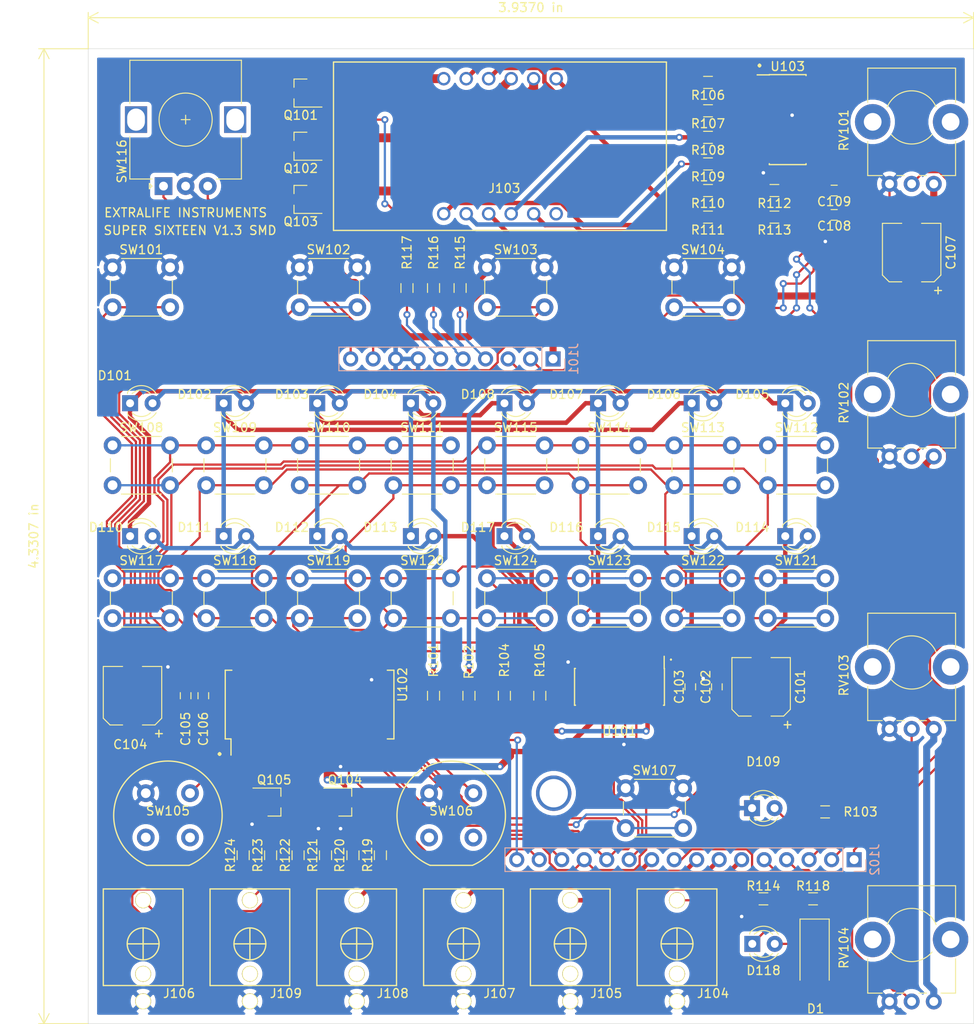
<source format=kicad_pcb>
(kicad_pcb (version 20171130) (host pcbnew "(5.1.2)-1")
  (layers (0 F.Cu signal) (31 B.Cu signal) (34 B.Paste user) (35 F.Paste user) (36 B.SilkS user) (37 F.SilkS user) (38 B.Mask user) (39 F.Mask user) (44 Edge.Cuts user))
  (net 0 "")
  (net 1 GND)
  (net 2 +5V)
  (net 3 Gate)
  (net 4 "Net-(D101-Pad2)")
  (net 5 "Net-(D101-Pad1)")
  (net 6 "Net-(D102-Pad1)")
  (net 7 "Net-(D103-Pad1)")
  (net 8 "Net-(D104-Pad1)")
  (net 9 "Net-(D105-Pad2)")
  (net 10 "Net-(D109-Pad2)")
  (net 11 "Net-(D110-Pad2)")
  (net 12 "Net-(D114-Pad2)")
  (net 13 "Net-(D118-Pad1)")
  (net 14 ENC1)
  (net 15 ENC2)
  (net 16 DIG3)
  (net 17 DIG2)
  (net 18 DIG1)
  (net 19 CS1A)
  (net 20 SCKA)
  (net 21 SPI_Reset)
  (net 22 CS0)
  (net 23 MISO)
  (net 24 MOSI)
  (net 25 SCK)
  (net 26 CS1)
  (net 27 ClockIn)
  (net 28 ResetIn)
  (net 29 CV)
  (net 30 Pitch)
  (net 31 ClockOut)
  (net 32 AD4)
  (net 33 AD3)
  (net 34 AD2)
  (net 35 AD1)
  (net 36 "Net-(J103-Pad1)")
  (net 37 "Net-(J103-Pad2)")
  (net 38 "Net-(J103-Pad3)")
  (net 39 "Net-(J103-Pad4)")
  (net 40 "Net-(J103-Pad5)")
  (net 41 "Net-(J103-Pad7)")
  (net 42 "Net-(J103-Pad8)")
  (net 43 "Net-(J103-Pad9)")
  (net 44 "Net-(J103-Pad10)")
  (net 45 "Net-(J103-Pad11)")
  (net 46 "Net-(J103-Pad12)")
  (net 47 "Net-(J104-Pad3)")
  (net 48 "Net-(J106-Pad3)")
  (net 49 "Net-(J109-Pad3)")
  (net 50 "Net-(Q101-Pad1)")
  (net 51 "Net-(Q102-Pad1)")
  (net 52 "Net-(Q103-Pad1)")
  (net 53 "Net-(Q104-Pad1)")
  (net 54 "Net-(Q105-Pad1)")
  (net 55 "Net-(R101-Pad1)")
  (net 56 "Net-(R102-Pad2)")
  (net 57 /A7)
  (net 58 "Net-(R104-Pad2)")
  (net 59 "Net-(R105-Pad2)")
  (net 60 "Net-(R106-Pad1)")
  (net 61 "Net-(R107-Pad1)")
  (net 62 "Net-(R108-Pad1)")
  (net 63 "Net-(R109-Pad1)")
  (net 64 "Net-(R110-Pad1)")
  (net 65 "Net-(R111-Pad1)")
  (net 66 "Net-(R112-Pad1)")
  (net 67 "Net-(R113-Pad1)")
  (net 68 /A0)
  (net 69 /A1)
  (net 70 /A2)
  (net 71 /A3)
  (net 72 /A4)
  (net 73 /A5)
  (net 74 /A6)
  (net 75 "Net-(SW108-Pad2)")
  (net 76 "Net-(SW108-Pad1)")
  (net 77 "Net-(SW109-Pad2)")
  (net 78 "Net-(SW110-Pad2)")
  (net 79 "Net-(SW111-Pad2)")
  (net 80 "Net-(SW112-Pad1)")
  (net 81 "Net-(SW117-Pad1)")
  (net 82 "Net-(SW121-Pad1)")
  (net 83 "Net-(U101-Pad9)")
  (module LEDs:LED_D3.0mm (layer F.Cu) (at 86.9746 97.684942)
    (fp_text reference D109 (at 1.27 -5.243742) (layer F.SilkS))
    (fp_text value GlideLED)
    (pad 2 thru_hole circle (at 2.54 0) (size 1.8 1.8) (drill 0.9) (layers *.Cu *.Mask) (net 10 "Net-(D109-Pad2)"))
    (pad 1 thru_hole rect (at 0 0) (size 1.8 1.8) (drill 0.9) (layers *.Cu *.Mask) (net 1 GND))
  )
  (module Buttons_Switches_THT:SW_PUSH_6mm (layer F.Cu) (at 57.035712 71.75)
    (fp_text reference SW124 (at 3.25 -2) (layer F.SilkS))
    (fp_text value SW_Push)
    (pad 2 thru_hole circle (at 0 4.5 90) (size 2 2) (drill 1.1) (layers *.Cu *.Mask) (net 79 "Net-(SW111-Pad2)"))
    (pad 1 thru_hole circle (at 0 0 90) (size 2 2) (drill 1.1) (layers *.Cu *.Mask) (net 82 "Net-(SW121-Pad1)"))
    (pad 2 thru_hole circle (at 6.5 4.5 90) (size 2 2) (drill 1.1) (layers *.Cu *.Mask) (net 79 "Net-(SW111-Pad2)"))
    (pad 1 thru_hole circle (at 6.5 0 90) (size 2 2) (drill 1.1) (layers *.Cu *.Mask) (net 82 "Net-(SW121-Pad1)"))
  )
  (module Buttons_Switches_THT:SW_PUSH_6mm (layer F.Cu) (at 67.60714 71.75)
    (fp_text reference SW123 (at 3.25 -2) (layer F.SilkS))
    (fp_text value SW_Push)
    (pad 2 thru_hole circle (at 0 4.5 90) (size 2 2) (drill 1.1) (layers *.Cu *.Mask) (net 78 "Net-(SW110-Pad2)"))
    (pad 1 thru_hole circle (at 0 0 90) (size 2 2) (drill 1.1) (layers *.Cu *.Mask) (net 82 "Net-(SW121-Pad1)"))
    (pad 2 thru_hole circle (at 6.5 4.5 90) (size 2 2) (drill 1.1) (layers *.Cu *.Mask) (net 78 "Net-(SW110-Pad2)"))
    (pad 1 thru_hole circle (at 6.5 0 90) (size 2 2) (drill 1.1) (layers *.Cu *.Mask) (net 82 "Net-(SW121-Pad1)"))
  )
  (module Buttons_Switches_THT:SW_PUSH_6mm (layer F.Cu) (at 78.178568 71.75)
    (fp_text reference SW122 (at 3.25 -2) (layer F.SilkS))
    (fp_text value SW_Push)
    (pad 2 thru_hole circle (at 0 4.5 90) (size 2 2) (drill 1.1) (layers *.Cu *.Mask) (net 77 "Net-(SW109-Pad2)"))
    (pad 1 thru_hole circle (at 0 0 90) (size 2 2) (drill 1.1) (layers *.Cu *.Mask) (net 82 "Net-(SW121-Pad1)"))
    (pad 2 thru_hole circle (at 6.5 4.5 90) (size 2 2) (drill 1.1) (layers *.Cu *.Mask) (net 77 "Net-(SW109-Pad2)"))
    (pad 1 thru_hole circle (at 6.5 0 90) (size 2 2) (drill 1.1) (layers *.Cu *.Mask) (net 82 "Net-(SW121-Pad1)"))
  )
  (module Buttons_Switches_THT:SW_PUSH_6mm (layer F.Cu) (at 88.75 71.75)
    (fp_text reference SW121 (at 3.25 -2) (layer F.SilkS))
    (fp_text value SW_Push)
    (pad 2 thru_hole circle (at 0 4.5 90) (size 2 2) (drill 1.1) (layers *.Cu *.Mask) (net 75 "Net-(SW108-Pad2)"))
    (pad 1 thru_hole circle (at 0 0 90) (size 2 2) (drill 1.1) (layers *.Cu *.Mask) (net 82 "Net-(SW121-Pad1)"))
    (pad 2 thru_hole circle (at 6.5 4.5 90) (size 2 2) (drill 1.1) (layers *.Cu *.Mask) (net 75 "Net-(SW108-Pad2)"))
    (pad 1 thru_hole circle (at 6.5 0 90) (size 2 2) (drill 1.1) (layers *.Cu *.Mask) (net 82 "Net-(SW121-Pad1)"))
  )
  (module Buttons_Switches_THT:SW_PUSH_6mm (layer F.Cu) (at 46.464284 71.75)
    (fp_text reference SW120 (at 3.25 -2) (layer F.SilkS))
    (fp_text value SW_Push)
    (pad 2 thru_hole circle (at 0 4.5 90) (size 2 2) (drill 1.1) (layers *.Cu *.Mask) (net 79 "Net-(SW111-Pad2)"))
    (pad 1 thru_hole circle (at 0 0 90) (size 2 2) (drill 1.1) (layers *.Cu *.Mask) (net 81 "Net-(SW117-Pad1)"))
    (pad 2 thru_hole circle (at 6.5 4.5 90) (size 2 2) (drill 1.1) (layers *.Cu *.Mask) (net 79 "Net-(SW111-Pad2)"))
    (pad 1 thru_hole circle (at 6.5 0 90) (size 2 2) (drill 1.1) (layers *.Cu *.Mask) (net 81 "Net-(SW117-Pad1)"))
  )
  (module Buttons_Switches_THT:SW_PUSH_6mm (layer F.Cu) (at 35.892856 71.75)
    (fp_text reference SW119 (at 3.25 -2) (layer F.SilkS))
    (fp_text value SW_Push)
    (pad 2 thru_hole circle (at 0 4.5 90) (size 2 2) (drill 1.1) (layers *.Cu *.Mask) (net 78 "Net-(SW110-Pad2)"))
    (pad 1 thru_hole circle (at 0 0 90) (size 2 2) (drill 1.1) (layers *.Cu *.Mask) (net 81 "Net-(SW117-Pad1)"))
    (pad 2 thru_hole circle (at 6.5 4.5 90) (size 2 2) (drill 1.1) (layers *.Cu *.Mask) (net 78 "Net-(SW110-Pad2)"))
    (pad 1 thru_hole circle (at 6.5 0 90) (size 2 2) (drill 1.1) (layers *.Cu *.Mask) (net 81 "Net-(SW117-Pad1)"))
  )
  (module Buttons_Switches_THT:SW_PUSH_6mm (layer F.Cu) (at 25.321428 71.75)
    (fp_text reference SW118 (at 3.25 -2) (layer F.SilkS))
    (fp_text value SW_Push)
    (pad 2 thru_hole circle (at 0 4.5 90) (size 2 2) (drill 1.1) (layers *.Cu *.Mask) (net 77 "Net-(SW109-Pad2)"))
    (pad 1 thru_hole circle (at 0 0 90) (size 2 2) (drill 1.1) (layers *.Cu *.Mask) (net 81 "Net-(SW117-Pad1)"))
    (pad 2 thru_hole circle (at 6.5 4.5 90) (size 2 2) (drill 1.1) (layers *.Cu *.Mask) (net 77 "Net-(SW109-Pad2)"))
    (pad 1 thru_hole circle (at 6.5 0 90) (size 2 2) (drill 1.1) (layers *.Cu *.Mask) (net 81 "Net-(SW117-Pad1)"))
  )
  (module Buttons_Switches_THT:SW_PUSH_6mm (layer F.Cu) (at 14.75 71.75)
    (fp_text reference SW117 (at 3.25 -2) (layer F.SilkS))
    (fp_text value SW_Push)
    (pad 2 thru_hole circle (at 0 4.5 90) (size 2 2) (drill 1.1) (layers *.Cu *.Mask) (net 75 "Net-(SW108-Pad2)"))
    (pad 1 thru_hole circle (at 0 0 90) (size 2 2) (drill 1.1) (layers *.Cu *.Mask) (net 81 "Net-(SW117-Pad1)"))
    (pad 2 thru_hole circle (at 6.5 4.5 90) (size 2 2) (drill 1.1) (layers *.Cu *.Mask) (net 75 "Net-(SW108-Pad2)"))
    (pad 1 thru_hole circle (at 6.5 0 90) (size 2 2) (drill 1.1) (layers *.Cu *.Mask) (net 81 "Net-(SW117-Pad1)"))
  )
  (module Buttons_Switches_THT:SW_PUSH_6mm (layer F.Cu) (at 57.035712 56.75)
    (fp_text reference SW115 (at 3.25 -2) (layer F.SilkS))
    (fp_text value SW_Push)
    (pad 2 thru_hole circle (at 0 4.5 90) (size 2 2) (drill 1.1) (layers *.Cu *.Mask) (net 79 "Net-(SW111-Pad2)"))
    (pad 1 thru_hole circle (at 0 0 90) (size 2 2) (drill 1.1) (layers *.Cu *.Mask) (net 80 "Net-(SW112-Pad1)"))
    (pad 2 thru_hole circle (at 6.5 4.5 90) (size 2 2) (drill 1.1) (layers *.Cu *.Mask) (net 79 "Net-(SW111-Pad2)"))
    (pad 1 thru_hole circle (at 6.5 0 90) (size 2 2) (drill 1.1) (layers *.Cu *.Mask) (net 80 "Net-(SW112-Pad1)"))
  )
  (module Buttons_Switches_THT:SW_PUSH_6mm (layer F.Cu) (at 67.60714 56.75)
    (fp_text reference SW114 (at 3.25 -2) (layer F.SilkS))
    (fp_text value SW_Push)
    (pad 2 thru_hole circle (at 0 4.5 90) (size 2 2) (drill 1.1) (layers *.Cu *.Mask) (net 78 "Net-(SW110-Pad2)"))
    (pad 1 thru_hole circle (at 0 0 90) (size 2 2) (drill 1.1) (layers *.Cu *.Mask) (net 80 "Net-(SW112-Pad1)"))
    (pad 2 thru_hole circle (at 6.5 4.5 90) (size 2 2) (drill 1.1) (layers *.Cu *.Mask) (net 78 "Net-(SW110-Pad2)"))
    (pad 1 thru_hole circle (at 6.5 0 90) (size 2 2) (drill 1.1) (layers *.Cu *.Mask) (net 80 "Net-(SW112-Pad1)"))
  )
  (module Buttons_Switches_THT:SW_PUSH_6mm (layer F.Cu) (at 78.178568 56.75)
    (fp_text reference SW113 (at 3.25 -2) (layer F.SilkS))
    (fp_text value SW_Push)
    (pad 2 thru_hole circle (at 0 4.5 90) (size 2 2) (drill 1.1) (layers *.Cu *.Mask) (net 77 "Net-(SW109-Pad2)"))
    (pad 1 thru_hole circle (at 0 0 90) (size 2 2) (drill 1.1) (layers *.Cu *.Mask) (net 80 "Net-(SW112-Pad1)"))
    (pad 2 thru_hole circle (at 6.5 4.5 90) (size 2 2) (drill 1.1) (layers *.Cu *.Mask) (net 77 "Net-(SW109-Pad2)"))
    (pad 1 thru_hole circle (at 6.5 0 90) (size 2 2) (drill 1.1) (layers *.Cu *.Mask) (net 80 "Net-(SW112-Pad1)"))
  )
  (module Buttons_Switches_THT:SW_PUSH_6mm (layer F.Cu) (at 88.75 56.75)
    (fp_text reference SW112 (at 3.25 -2) (layer F.SilkS))
    (fp_text value SW_Push)
    (pad 2 thru_hole circle (at 0 4.5 90) (size 2 2) (drill 1.1) (layers *.Cu *.Mask) (net 75 "Net-(SW108-Pad2)"))
    (pad 1 thru_hole circle (at 0 0 90) (size 2 2) (drill 1.1) (layers *.Cu *.Mask) (net 80 "Net-(SW112-Pad1)"))
    (pad 2 thru_hole circle (at 6.5 4.5 90) (size 2 2) (drill 1.1) (layers *.Cu *.Mask) (net 75 "Net-(SW108-Pad2)"))
    (pad 1 thru_hole circle (at 6.5 0 90) (size 2 2) (drill 1.1) (layers *.Cu *.Mask) (net 80 "Net-(SW112-Pad1)"))
  )
  (module Buttons_Switches_THT:SW_PUSH_6mm (layer F.Cu) (at 46.464284 56.75)
    (fp_text reference SW111 (at 3.25 -2) (layer F.SilkS))
    (fp_text value SW_Push)
    (pad 2 thru_hole circle (at 0 4.5 90) (size 2 2) (drill 1.1) (layers *.Cu *.Mask) (net 79 "Net-(SW111-Pad2)"))
    (pad 1 thru_hole circle (at 0 0 90) (size 2 2) (drill 1.1) (layers *.Cu *.Mask) (net 76 "Net-(SW108-Pad1)"))
    (pad 2 thru_hole circle (at 6.5 4.5 90) (size 2 2) (drill 1.1) (layers *.Cu *.Mask) (net 79 "Net-(SW111-Pad2)"))
    (pad 1 thru_hole circle (at 6.5 0 90) (size 2 2) (drill 1.1) (layers *.Cu *.Mask) (net 76 "Net-(SW108-Pad1)"))
  )
  (module Buttons_Switches_THT:SW_PUSH_6mm (layer F.Cu) (at 35.892856 56.75)
    (fp_text reference SW110 (at 3.25 -2) (layer F.SilkS))
    (fp_text value SW_Push)
    (pad 2 thru_hole circle (at 0 4.5 90) (size 2 2) (drill 1.1) (layers *.Cu *.Mask) (net 78 "Net-(SW110-Pad2)"))
    (pad 1 thru_hole circle (at 0 0 90) (size 2 2) (drill 1.1) (layers *.Cu *.Mask) (net 76 "Net-(SW108-Pad1)"))
    (pad 2 thru_hole circle (at 6.5 4.5 90) (size 2 2) (drill 1.1) (layers *.Cu *.Mask) (net 78 "Net-(SW110-Pad2)"))
    (pad 1 thru_hole circle (at 6.5 0 90) (size 2 2) (drill 1.1) (layers *.Cu *.Mask) (net 76 "Net-(SW108-Pad1)"))
  )
  (module Buttons_Switches_THT:SW_PUSH_6mm (layer F.Cu) (at 25.321428 56.75)
    (fp_text reference SW109 (at 3.25 -2) (layer F.SilkS))
    (fp_text value SW_Push)
    (pad 2 thru_hole circle (at 0 4.5 90) (size 2 2) (drill 1.1) (layers *.Cu *.Mask) (net 77 "Net-(SW109-Pad2)"))
    (pad 1 thru_hole circle (at 0 0 90) (size 2 2) (drill 1.1) (layers *.Cu *.Mask) (net 76 "Net-(SW108-Pad1)"))
    (pad 2 thru_hole circle (at 6.5 4.5 90) (size 2 2) (drill 1.1) (layers *.Cu *.Mask) (net 77 "Net-(SW109-Pad2)"))
    (pad 1 thru_hole circle (at 6.5 0 90) (size 2 2) (drill 1.1) (layers *.Cu *.Mask) (net 76 "Net-(SW108-Pad1)"))
  )
  (module Buttons_Switches_THT:SW_PUSH_6mm (layer F.Cu) (at 14.75 56.75)
    (fp_text reference SW108 (at 3.25 -2) (layer F.SilkS))
    (fp_text value SW_Push)
    (pad 2 thru_hole circle (at 0 4.5 90) (size 2 2) (drill 1.1) (layers *.Cu *.Mask) (net 75 "Net-(SW108-Pad2)"))
    (pad 1 thru_hole circle (at 0 0 90) (size 2 2) (drill 1.1) (layers *.Cu *.Mask) (net 76 "Net-(SW108-Pad1)"))
    (pad 2 thru_hole circle (at 6.5 4.5 90) (size 2 2) (drill 1.1) (layers *.Cu *.Mask) (net 75 "Net-(SW108-Pad2)"))
    (pad 1 thru_hole circle (at 6.5 0 90) (size 2 2) (drill 1.1) (layers *.Cu *.Mask) (net 76 "Net-(SW108-Pad1)"))
  )
  (module Buttons_Switches_THT:SW_PUSH_6mm (layer F.Cu) (at 72.69734 95.434942)
    (fp_text reference SW107 (at 3.25 -2) (layer F.SilkS))
    (fp_text value Glide)
    (pad 2 thru_hole circle (at 0 4.5 90) (size 2 2) (drill 1.1) (layers *.Cu *.Mask) (net 74 /A6))
    (pad 1 thru_hole circle (at 0 0 90) (size 2 2) (drill 1.1) (layers *.Cu *.Mask) (net 1 GND))
    (pad 2 thru_hole circle (at 6.5 4.5 90) (size 2 2) (drill 1.1) (layers *.Cu *.Mask) (net 74 /A6))
    (pad 1 thru_hole circle (at 6.5 0 90) (size 2 2) (drill 1.1) (layers *.Cu *.Mask) (net 1 GND))
  )
  (module Buttons_Switches_THT:SW_PUSH_6mm (layer F.Cu) (at 78.178568 36.66998)
    (fp_text reference SW104 (at 3.25 -2) (layer F.SilkS))
    (fp_text value Save)
    (pad 2 thru_hole circle (at 0 4.5 90) (size 2 2) (drill 1.1) (layers *.Cu *.Mask) (net 71 /A3))
    (pad 1 thru_hole circle (at 0 0 90) (size 2 2) (drill 1.1) (layers *.Cu *.Mask) (net 1 GND))
    (pad 2 thru_hole circle (at 6.5 4.5 90) (size 2 2) (drill 1.1) (layers *.Cu *.Mask) (net 71 /A3))
    (pad 1 thru_hole circle (at 6.5 0 90) (size 2 2) (drill 1.1) (layers *.Cu *.Mask) (net 1 GND))
  )
  (module Buttons_Switches_THT:SW_PUSH_6mm (layer F.Cu) (at 57.035712 36.66998)
    (fp_text reference SW103 (at 3.25 -2) (layer F.SilkS))
    (fp_text value Load)
    (pad 2 thru_hole circle (at 0 4.5 90) (size 2 2) (drill 1.1) (layers *.Cu *.Mask) (net 70 /A2))
    (pad 1 thru_hole circle (at 0 0 90) (size 2 2) (drill 1.1) (layers *.Cu *.Mask) (net 1 GND))
    (pad 2 thru_hole circle (at 6.5 4.5 90) (size 2 2) (drill 1.1) (layers *.Cu *.Mask) (net 70 /A2))
    (pad 1 thru_hole circle (at 6.5 0 90) (size 2 2) (drill 1.1) (layers *.Cu *.Mask) (net 1 GND))
  )
  (module Buttons_Switches_THT:SW_PUSH_6mm (layer F.Cu) (at 35.892856 36.66998)
    (fp_text reference SW102 (at 3.25 -2) (layer F.SilkS))
    (fp_text value Play)
    (pad 2 thru_hole circle (at 0 4.5 90) (size 2 2) (drill 1.1) (layers *.Cu *.Mask) (net 69 /A1))
    (pad 1 thru_hole circle (at 0 0 90) (size 2 2) (drill 1.1) (layers *.Cu *.Mask) (net 1 GND))
    (pad 2 thru_hole circle (at 6.5 4.5 90) (size 2 2) (drill 1.1) (layers *.Cu *.Mask) (net 69 /A1))
    (pad 1 thru_hole circle (at 6.5 0 90) (size 2 2) (drill 1.1) (layers *.Cu *.Mask) (net 1 GND))
  )
  (module Buttons_Switches_THT:SW_PUSH_6mm (layer F.Cu) (at 14.75 36.66998)
    (fp_text reference SW101 (at 3.25 -2) (layer F.SilkS))
    (fp_text value Shift)
    (pad 2 thru_hole circle (at 0 4.5 90) (size 2 2) (drill 1.1) (layers *.Cu *.Mask) (net 68 /A0))
    (pad 1 thru_hole circle (at 0 0 90) (size 2 2) (drill 1.1) (layers *.Cu *.Mask) (net 1 GND))
    (pad 2 thru_hole circle (at 6.5 4.5 90) (size 2 2) (drill 1.1) (layers *.Cu *.Mask) (net 68 /A0))
    (pad 1 thru_hole circle (at 6.5 0 90) (size 2 2) (drill 1.1) (layers *.Cu *.Mask) (net 1 GND))
  )
  (module Diodes_SMD:D_SMA_Handsoldering (layer F.Cu) (at 94.04096 114.60036 270)
    (fp_text reference D1 (at 5.72198 -0.10668 180) (layer F.SilkS))
    (fp_text value SS54)
    (pad 1 smd rect (at -2.5 0 270) (size 3.5 1.8) (layers F.Cu F.Paste F.Mask) (net 3 Gate))
    (pad 2 smd rect (at 2.5 0 270) (size 3.5 1.8) (layers F.Cu F.Paste F.Mask) (net 1 GND))
  )
  (module Potentiometers:Potentiometer_Alps_RK09K_Horizontal (layer F.Cu) (at 107.5 119.5 90)
    (fp_text reference RV104 (at 6.05 -10.15 90) (layer F.SilkS))
    (fp_text value R_POT)
    (pad 0 np_thru_hole circle (at 7 1.9 90) (size 4 4) (drill 2) (layers *.Cu *.Mask))
    (pad 0 np_thru_hole circle (at 7 -6.9 90) (size 4 4) (drill 2) (layers *.Cu *.Mask))
    (pad 1 thru_hole circle (at 0 0 90) (size 1.8 1.8) (drill 1) (layers *.Cu *.Mask) (net 2 +5V))
    (pad 2 thru_hole circle (at 0 -2.5 90) (size 1.8 1.8) (drill 1) (layers *.Cu *.Mask) (net 32 AD4))
    (pad 3 thru_hole circle (at 0 -5 90) (size 1.8 1.8) (drill 1) (layers *.Cu *.Mask) (net 1 GND))
  )
  (module Potentiometers:Potentiometer_Alps_RK09K_Horizontal (layer F.Cu) (at 107.5 88.75 90)
    (fp_text reference RV103 (at 6.05 -10.15 90) (layer F.SilkS))
    (fp_text value R_POT)
    (pad 0 np_thru_hole circle (at 7 1.9 90) (size 4 4) (drill 2) (layers *.Cu *.Mask))
    (pad 0 np_thru_hole circle (at 7 -6.9 90) (size 4 4) (drill 2) (layers *.Cu *.Mask))
    (pad 1 thru_hole circle (at 0 0 90) (size 1.8 1.8) (drill 1) (layers *.Cu *.Mask) (net 2 +5V))
    (pad 2 thru_hole circle (at 0 -2.5 90) (size 1.8 1.8) (drill 1) (layers *.Cu *.Mask) (net 33 AD3))
    (pad 3 thru_hole circle (at 0 -5 90) (size 1.8 1.8) (drill 1) (layers *.Cu *.Mask) (net 1 GND))
  )
  (module Potentiometers:Potentiometer_Alps_RK09K_Horizontal (layer F.Cu) (at 107.5 58 90)
    (fp_text reference RV102 (at 6.05 -10.15 90) (layer F.SilkS))
    (fp_text value R_POT)
    (pad 0 np_thru_hole circle (at 7 1.9 90) (size 4 4) (drill 2) (layers *.Cu *.Mask))
    (pad 0 np_thru_hole circle (at 7 -6.9 90) (size 4 4) (drill 2) (layers *.Cu *.Mask))
    (pad 1 thru_hole circle (at 0 0 90) (size 1.8 1.8) (drill 1) (layers *.Cu *.Mask) (net 2 +5V))
    (pad 2 thru_hole circle (at 0 -2.5 90) (size 1.8 1.8) (drill 1) (layers *.Cu *.Mask) (net 34 AD2))
    (pad 3 thru_hole circle (at 0 -5 90) (size 1.8 1.8) (drill 1) (layers *.Cu *.Mask) (net 1 GND))
  )
  (module Potentiometers:Potentiometer_Alps_RK09K_Horizontal (layer F.Cu) (at 107.5 27.25 90)
    (fp_text reference RV101 (at 6.05 -10.15 90) (layer F.SilkS))
    (fp_text value R_POT)
    (pad 0 np_thru_hole circle (at 7 1.9 90) (size 4 4) (drill 2) (layers *.Cu *.Mask))
    (pad 0 np_thru_hole circle (at 7 -6.9 90) (size 4 4) (drill 2) (layers *.Cu *.Mask))
    (pad 1 thru_hole circle (at 0 0 90) (size 1.8 1.8) (drill 1) (layers *.Cu *.Mask) (net 2 +5V))
    (pad 2 thru_hole circle (at 0 -2.5 90) (size 1.8 1.8) (drill 1) (layers *.Cu *.Mask) (net 35 AD1))
    (pad 3 thru_hole circle (at 0 -5 90) (size 1.8 1.8) (drill 1) (layers *.Cu *.Mask) (net 1 GND))
  )
  (module Capacitors_SMD:CP_Elec_6.3x7.7 (layer F.Cu) (at 88 84 90)
    (fp_text reference C101 (at 0 4.43 90) (layer F.SilkS))
    (fp_text value 47uF)
    (fp_text user + (at -4.28 2.91 90) (layer F.SilkS))
    (pad 2 smd rect (at 2.7 0 270) (size 3.5 1.6) (layers F.Cu F.Paste F.Mask) (net 1 GND))
    (pad 1 smd rect (at -2.7 0 270) (size 3.5 1.6) (layers F.Cu F.Paste F.Mask) (net 2 +5V))
  )
  (module Capacitors_SMD:C_0603_HandSoldering (layer F.Cu) (at 83 84 90)
    (fp_text reference C102 (at 0 -1.25 90) (layer F.SilkS))
    (fp_text value 100nF)
    (pad 2 smd rect (at 0.95 0 90) (size 1.2 0.75) (layers F.Cu F.Paste F.Mask) (net 1 GND))
    (pad 1 smd rect (at -0.95 0 90) (size 1.2 0.75) (layers F.Cu F.Paste F.Mask) (net 2 +5V))
  )
  (module Capacitors_SMD:C_0603_HandSoldering (layer F.Cu) (at 80 84 90)
    (fp_text reference C103 (at 0 -1.25 90) (layer F.SilkS))
    (fp_text value 100pF)
    (pad 1 smd rect (at -0.95 0 90) (size 1.2 0.75) (layers F.Cu F.Paste F.Mask) (net 2 +5V))
    (pad 2 smd rect (at 0.95 0 90) (size 1.2 0.75) (layers F.Cu F.Paste F.Mask) (net 1 GND))
  )
  (module Capacitors_SMD:CP_Elec_6.3x7.7 (layer F.Cu) (at 17 85 90)
    (fp_text reference C104 (at -5.5 -0.25 180) (layer F.SilkS))
    (fp_text value 47uF)
    (fp_text user + (at -4.28 2.91 90) (layer F.SilkS))
    (pad 2 smd rect (at 2.7 0 270) (size 3.5 1.6) (layers F.Cu F.Paste F.Mask) (net 1 GND))
    (pad 1 smd rect (at -2.7 0 270) (size 3.5 1.6) (layers F.Cu F.Paste F.Mask) (net 2 +5V))
  )
  (module Capacitors_SMD:C_0603_HandSoldering (layer F.Cu) (at 23 85 90)
    (fp_text reference C105 (at -3.75 0 90) (layer F.SilkS))
    (fp_text value 100nF)
    (pad 1 smd rect (at -0.95 0 90) (size 1.2 0.75) (layers F.Cu F.Paste F.Mask) (net 2 +5V))
    (pad 2 smd rect (at 0.95 0 90) (size 1.2 0.75) (layers F.Cu F.Paste F.Mask) (net 1 GND))
  )
  (module Capacitors_SMD:C_0603_HandSoldering (layer F.Cu) (at 25 85 90)
    (fp_text reference C106 (at -3.75 0 90) (layer F.SilkS))
    (fp_text value 100pF)
    (pad 2 smd rect (at 0.95 0 90) (size 1.2 0.75) (layers F.Cu F.Paste F.Mask) (net 1 GND))
    (pad 1 smd rect (at -0.95 0 90) (size 1.2 0.75) (layers F.Cu F.Paste F.Mask) (net 2 +5V))
  )
  (module Capacitors_SMD:CP_Elec_6.3x7.7 (layer F.Cu) (at 105 35 90)
    (fp_text reference C107 (at 0 4.43 90) (layer F.SilkS))
    (fp_text value 47uF)
    (fp_text user + (at -4.28 2.91 90) (layer F.SilkS))
    (pad 1 smd rect (at -2.7 0 270) (size 3.5 1.6) (layers F.Cu F.Paste F.Mask) (net 2 +5V))
    (pad 2 smd rect (at 2.7 0 270) (size 3.5 1.6) (layers F.Cu F.Paste F.Mask) (net 1 GND))
  )
  (module Capacitors_SMD:C_0603_HandSoldering (layer F.Cu) (at 96.25 30.75 180)
    (fp_text reference C108 (at 0 -1.25) (layer F.SilkS))
    (fp_text value 100nF)
    (pad 1 smd rect (at -0.95 0 180) (size 1.2 0.75) (layers F.Cu F.Paste F.Mask) (net 2 +5V))
    (pad 2 smd rect (at 0.95 0 180) (size 1.2 0.75) (layers F.Cu F.Paste F.Mask) (net 1 GND))
  )
  (module Capacitors_SMD:C_0603_HandSoldering (layer F.Cu) (at 96.25 28 180)
    (fp_text reference C109 (at 0 -1.25) (layer F.SilkS))
    (fp_text value 100pF)
    (pad 2 smd rect (at 0.95 0 180) (size 1.2 0.75) (layers F.Cu F.Paste F.Mask) (net 1 GND))
    (pad 1 smd rect (at -0.95 0 180) (size 1.2 0.75) (layers F.Cu F.Paste F.Mask) (net 2 +5V))
  )
  (module LEDs:LED_D3.0mm (layer F.Cu) (at 16.725 52)
    (fp_text reference D101 (at -1.725 -3.115001) (layer F.SilkS))
    (fp_text value LED)
    (pad 2 thru_hole circle (at 2.54 0) (size 1.8 1.8) (drill 0.9) (layers *.Cu *.Mask) (net 4 "Net-(D101-Pad2)"))
    (pad 1 thru_hole rect (at 0 0) (size 1.8 1.8) (drill 0.9) (layers *.Cu *.Mask) (net 5 "Net-(D101-Pad1)"))
  )
  (module LEDs:LED_D3.0mm (layer F.Cu) (at 27.296428 52)
    (fp_text reference D102 (at -3.296428 -1) (layer F.SilkS))
    (fp_text value LED)
    (pad 1 thru_hole rect (at 0 0) (size 1.8 1.8) (drill 0.9) (layers *.Cu *.Mask) (net 6 "Net-(D102-Pad1)"))
    (pad 2 thru_hole circle (at 2.54 0) (size 1.8 1.8) (drill 0.9) (layers *.Cu *.Mask) (net 4 "Net-(D101-Pad2)"))
  )
  (module LEDs:LED_D3.0mm (layer F.Cu) (at 37.867856 52)
    (fp_text reference D103 (at -2.867856 -1) (layer F.SilkS))
    (fp_text value LED)
    (pad 2 thru_hole circle (at 2.54 0) (size 1.8 1.8) (drill 0.9) (layers *.Cu *.Mask) (net 4 "Net-(D101-Pad2)"))
    (pad 1 thru_hole rect (at 0 0) (size 1.8 1.8) (drill 0.9) (layers *.Cu *.Mask) (net 7 "Net-(D103-Pad1)"))
  )
  (module LEDs:LED_D3.0mm (layer F.Cu) (at 48.439284 52)
    (fp_text reference D104 (at -3.439284 -1) (layer F.SilkS))
    (fp_text value LED)
    (pad 1 thru_hole rect (at 0 0) (size 1.8 1.8) (drill 0.9) (layers *.Cu *.Mask) (net 8 "Net-(D104-Pad1)"))
    (pad 2 thru_hole circle (at 2.54 0) (size 1.8 1.8) (drill 0.9) (layers *.Cu *.Mask) (net 4 "Net-(D101-Pad2)"))
  )
  (module LEDs:LED_D3.0mm (layer F.Cu) (at 90.725 52)
    (fp_text reference D105 (at -3.725 -1) (layer F.SilkS))
    (fp_text value LED)
    (pad 2 thru_hole circle (at 2.54 0) (size 1.8 1.8) (drill 0.9) (layers *.Cu *.Mask) (net 9 "Net-(D105-Pad2)"))
    (pad 1 thru_hole rect (at 0 0) (size 1.8 1.8) (drill 0.9) (layers *.Cu *.Mask) (net 5 "Net-(D101-Pad1)"))
  )
  (module LEDs:LED_D3.0mm (layer F.Cu) (at 80.153568 52)
    (fp_text reference D106 (at -3.153568 -1) (layer F.SilkS))
    (fp_text value LED)
    (pad 1 thru_hole rect (at 0 0) (size 1.8 1.8) (drill 0.9) (layers *.Cu *.Mask) (net 6 "Net-(D102-Pad1)"))
    (pad 2 thru_hole circle (at 2.54 0) (size 1.8 1.8) (drill 0.9) (layers *.Cu *.Mask) (net 9 "Net-(D105-Pad2)"))
  )
  (module LEDs:LED_D3.0mm (layer F.Cu) (at 69.58214 52)
    (fp_text reference D107 (at -3.58214 -1) (layer F.SilkS))
    (fp_text value LED)
    (pad 1 thru_hole rect (at 0 0) (size 1.8 1.8) (drill 0.9) (layers *.Cu *.Mask) (net 7 "Net-(D103-Pad1)"))
    (pad 2 thru_hole circle (at 2.54 0) (size 1.8 1.8) (drill 0.9) (layers *.Cu *.Mask) (net 9 "Net-(D105-Pad2)"))
  )
  (module LEDs:LED_D3.0mm (layer F.Cu) (at 59.010712 52)
    (fp_text reference D108 (at -3.010712 -1) (layer F.SilkS))
    (fp_text value LED)
    (pad 1 thru_hole rect (at 0 0) (size 1.8 1.8) (drill 0.9) (layers *.Cu *.Mask) (net 8 "Net-(D104-Pad1)"))
    (pad 2 thru_hole circle (at 2.54 0) (size 1.8 1.8) (drill 0.9) (layers *.Cu *.Mask) (net 9 "Net-(D105-Pad2)"))
  )
  (module LEDs:LED_D3.0mm (layer F.Cu) (at 16.725 67)
    (fp_text reference D110 (at -2.725 -1) (layer F.SilkS))
    (fp_text value LED)
    (pad 1 thru_hole rect (at 0 0) (size 1.8 1.8) (drill 0.9) (layers *.Cu *.Mask) (net 5 "Net-(D101-Pad1)"))
    (pad 2 thru_hole circle (at 2.54 0) (size 1.8 1.8) (drill 0.9) (layers *.Cu *.Mask) (net 11 "Net-(D110-Pad2)"))
  )
  (module LEDs:LED_D3.0mm (layer F.Cu) (at 27.296428 67)
    (fp_text reference D111 (at -3.296428 -1) (layer F.SilkS))
    (fp_text value LED)
    (pad 2 thru_hole circle (at 2.54 0) (size 1.8 1.8) (drill 0.9) (layers *.Cu *.Mask) (net 11 "Net-(D110-Pad2)"))
    (pad 1 thru_hole rect (at 0 0) (size 1.8 1.8) (drill 0.9) (layers *.Cu *.Mask) (net 6 "Net-(D102-Pad1)"))
  )
  (module LEDs:LED_D3.0mm (layer F.Cu) (at 37.867856 67)
    (fp_text reference D112 (at -2.867856 -1) (layer F.SilkS))
    (fp_text value LED)
    (pad 1 thru_hole rect (at 0 0) (size 1.8 1.8) (drill 0.9) (layers *.Cu *.Mask) (net 7 "Net-(D103-Pad1)"))
    (pad 2 thru_hole circle (at 2.54 0) (size 1.8 1.8) (drill 0.9) (layers *.Cu *.Mask) (net 11 "Net-(D110-Pad2)"))
  )
  (module LEDs:LED_D3.0mm (layer F.Cu) (at 48.439284 67)
    (fp_text reference D113 (at -3.439284 -1) (layer F.SilkS))
    (fp_text value LED)
    (pad 2 thru_hole circle (at 2.54 0) (size 1.8 1.8) (drill 0.9) (layers *.Cu *.Mask) (net 11 "Net-(D110-Pad2)"))
    (pad 1 thru_hole rect (at 0 0) (size 1.8 1.8) (drill 0.9) (layers *.Cu *.Mask) (net 8 "Net-(D104-Pad1)"))
  )
  (module LEDs:LED_D3.0mm (layer F.Cu) (at 90.725 67)
    (fp_text reference D114 (at -3.725 -1) (layer F.SilkS))
    (fp_text value LED)
    (pad 2 thru_hole circle (at 2.54 0) (size 1.8 1.8) (drill 0.9) (layers *.Cu *.Mask) (net 12 "Net-(D114-Pad2)"))
    (pad 1 thru_hole rect (at 0 0) (size 1.8 1.8) (drill 0.9) (layers *.Cu *.Mask) (net 5 "Net-(D101-Pad1)"))
  )
  (module LEDs:LED_D3.0mm (layer F.Cu) (at 80.153568 67)
    (fp_text reference D115 (at -3.153568 -1) (layer F.SilkS))
    (fp_text value LED)
    (pad 1 thru_hole rect (at 0 0) (size 1.8 1.8) (drill 0.9) (layers *.Cu *.Mask) (net 6 "Net-(D102-Pad1)"))
    (pad 2 thru_hole circle (at 2.54 0) (size 1.8 1.8) (drill 0.9) (layers *.Cu *.Mask) (net 12 "Net-(D114-Pad2)"))
  )
  (module LEDs:LED_D3.0mm (layer F.Cu) (at 69.58214 67)
    (fp_text reference D116 (at -3.58214 -1) (layer F.SilkS))
    (fp_text value LED)
    (pad 2 thru_hole circle (at 2.54 0) (size 1.8 1.8) (drill 0.9) (layers *.Cu *.Mask) (net 12 "Net-(D114-Pad2)"))
    (pad 1 thru_hole rect (at 0 0) (size 1.8 1.8) (drill 0.9) (layers *.Cu *.Mask) (net 7 "Net-(D103-Pad1)"))
  )
  (module LEDs:LED_D3.0mm (layer F.Cu) (at 59.010712 67)
    (fp_text reference D117 (at -3.010712 -1) (layer F.SilkS))
    (fp_text value LED)
    (pad 1 thru_hole rect (at 0 0) (size 1.8 1.8) (drill 0.9) (layers *.Cu *.Mask) (net 8 "Net-(D104-Pad1)"))
    (pad 2 thru_hole circle (at 2.54 0) (size 1.8 1.8) (drill 0.9) (layers *.Cu *.Mask) (net 12 "Net-(D114-Pad2)"))
  )
  (module LEDs:LED_D3.0mm (layer F.Cu) (at 87 113)
    (fp_text reference D118 (at 1.27 3) (layer F.SilkS))
    (fp_text value LED)
    (pad 2 thru_hole circle (at 2.54 0) (size 1.8 1.8) (drill 0.9) (layers *.Cu *.Mask) (net 3 Gate))
    (pad 1 thru_hole rect (at 0 0) (size 1.8 1.8) (drill 0.9) (layers *.Cu *.Mask) (net 13 "Net-(D118-Pad1)"))
  )
  (module Pin_Headers:Pin_Header_Straight_1x10_Pitch2.54mm (layer B.Cu) (at 64.5 47 90)
    (fp_text reference J101 (at 0 2.33 -90) (layer B.SilkS) (effects (justify mirror)))
    (fp_text value Conn_01x10_Female)
    (pad 10 thru_hole oval (at 0 -22.86 90) (size 1.7 1.7) (drill 1) (layers *.Cu *.Mask) (net 14 ENC1))
    (pad 9 thru_hole oval (at 0 -20.32 90) (size 1.7 1.7) (drill 1) (layers *.Cu *.Mask) (net 15 ENC2))
    (pad 8 thru_hole oval (at 0 -17.78 90) (size 1.7 1.7) (drill 1) (layers *.Cu *.Mask) (net 1 GND))
    (pad 7 thru_hole oval (at 0 -15.24 90) (size 1.7 1.7) (drill 1) (layers *.Cu *.Mask) (net 1 GND))
    (pad 6 thru_hole oval (at 0 -12.7 90) (size 1.7 1.7) (drill 1) (layers *.Cu *.Mask) (net 16 DIG3))
    (pad 5 thru_hole oval (at 0 -10.16 90) (size 1.7 1.7) (drill 1) (layers *.Cu *.Mask) (net 17 DIG2))
    (pad 4 thru_hole oval (at 0 -7.62 90) (size 1.7 1.7) (drill 1) (layers *.Cu *.Mask) (net 18 DIG1))
    (pad 3 thru_hole oval (at 0 -5.08 90) (size 1.7 1.7) (drill 1) (layers *.Cu *.Mask) (net 19 CS1A))
    (pad 2 thru_hole oval (at 0 -2.54 90) (size 1.7 1.7) (drill 1) (layers *.Cu *.Mask) (net 20 SCKA))
    (pad 1 thru_hole rect (at 0 0 90) (size 1.7 1.7) (drill 1) (layers *.Cu *.Mask) (net 2 +5V))
  )
  (module Pin_Headers:Pin_Header_Straight_1x16_Pitch2.54mm (layer B.Cu) (at 98.5 103.5 90)
    (fp_text reference J102 (at 0 2.33 -90) (layer B.SilkS) (effects (justify mirror)))
    (fp_text value Conn_01x16_Male)
    (pad 16 thru_hole oval (at 0 -38.1 90) (size 1.7 1.7) (drill 1) (layers *.Cu *.Mask) (net 21 SPI_Reset))
    (pad 15 thru_hole oval (at 0 -35.56 90) (size 1.7 1.7) (drill 1) (layers *.Cu *.Mask) (net 22 CS0))
    (pad 14 thru_hole oval (at 0 -33.02 90) (size 1.7 1.7) (drill 1) (layers *.Cu *.Mask) (net 23 MISO))
    (pad 13 thru_hole oval (at 0 -30.48 90) (size 1.7 1.7) (drill 1) (layers *.Cu *.Mask) (net 24 MOSI))
    (pad 12 thru_hole oval (at 0 -27.94 90) (size 1.7 1.7) (drill 1) (layers *.Cu *.Mask) (net 25 SCK))
    (pad 11 thru_hole oval (at 0 -25.4 90) (size 1.7 1.7) (drill 1) (layers *.Cu *.Mask) (net 26 CS1))
    (pad 10 thru_hole oval (at 0 -22.86 90) (size 1.7 1.7) (drill 1) (layers *.Cu *.Mask) (net 27 ClockIn))
    (pad 9 thru_hole oval (at 0 -20.32 90) (size 1.7 1.7) (drill 1) (layers *.Cu *.Mask) (net 28 ResetIn))
    (pad 8 thru_hole oval (at 0 -17.78 90) (size 1.7 1.7) (drill 1) (layers *.Cu *.Mask) (net 29 CV))
    (pad 7 thru_hole oval (at 0 -15.24 90) (size 1.7 1.7) (drill 1) (layers *.Cu *.Mask) (net 30 Pitch))
    (pad 6 thru_hole oval (at 0 -12.7 90) (size 1.7 1.7) (drill 1) (layers *.Cu *.Mask) (net 31 ClockOut))
    (pad 5 thru_hole oval (at 0 -10.16 90) (size 1.7 1.7) (drill 1) (layers *.Cu *.Mask) (net 3 Gate))
    (pad 4 thru_hole oval (at 0 -7.62 90) (size 1.7 1.7) (drill 1) (layers *.Cu *.Mask) (net 32 AD4))
    (pad 3 thru_hole oval (at 0 -5.08 90) (size 1.7 1.7) (drill 1) (layers *.Cu *.Mask) (net 33 AD3))
    (pad 2 thru_hole oval (at 0 -2.54 90) (size 1.7 1.7) (drill 1) (layers *.Cu *.Mask) (net 34 AD2))
    (pad 1 thru_hole rect (at 0 0 90) (size 1.7 1.7) (drill 1) (layers *.Cu *.Mask) (net 35 AD1))
  )
  (module Eurocad:BA56_3DIG_7SEG (layer F.Cu) (at 58.5 23)
    (fp_text reference J103 (at 0.5 4.75) (layer F.SilkS))
    (fp_text value BA56_3DIG_7SEG)
    (pad 12 thru_hole circle (at -6.35 -7.62) (size 1.524 1.524) (drill 1) (layers *.Cu *.Mask) (net 46 "Net-(J103-Pad12)"))
    (pad 11 thru_hole circle (at -3.81 -7.62) (size 1.524 1.524) (drill 1) (layers *.Cu *.Mask) (net 45 "Net-(J103-Pad11)"))
    (pad 10 thru_hole circle (at -1.27 -7.62) (size 1.524 1.524) (drill 1) (layers *.Cu *.Mask) (net 44 "Net-(J103-Pad10)"))
    (pad 9 thru_hole circle (at 1.27 -7.62) (size 1.524 1.524) (drill 1) (layers *.Cu *.Mask) (net 43 "Net-(J103-Pad9)"))
    (pad 8 thru_hole circle (at 3.81 -7.62) (size 1.524 1.524) (drill 1) (layers *.Cu *.Mask) (net 42 "Net-(J103-Pad8)"))
    (pad 7 thru_hole circle (at 6.35 -7.62) (size 1.524 1.524) (drill 1) (layers *.Cu *.Mask) (net 41 "Net-(J103-Pad7)"))
    (pad 6 thru_hole circle (at 6.35 7.62) (size 1.524 1.524) (drill 1) (layers *.Cu *.Mask))
    (pad 5 thru_hole circle (at 3.81 7.62) (size 1.524 1.524) (drill 1) (layers *.Cu *.Mask) (net 40 "Net-(J103-Pad5)"))
    (pad 4 thru_hole circle (at 1.27 7.62) (size 1.524 1.524) (drill 1) (layers *.Cu *.Mask) (net 39 "Net-(J103-Pad4)"))
    (pad 3 thru_hole circle (at -1.27 7.62) (size 1.524 1.524) (drill 1) (layers *.Cu *.Mask) (net 38 "Net-(J103-Pad3)"))
    (pad 2 thru_hole circle (at -3.81 7.62) (size 1.524 1.524) (drill 1) (layers *.Cu *.Mask) (net 37 "Net-(J103-Pad2)"))
    (pad 1 thru_hole circle (at -6.35 7.62) (size 1.524 1.524) (drill 1) (layers *.Cu *.Mask) (net 36 "Net-(J103-Pad1)"))
  )
  (module Eurocad:PJ301M-12 (layer F.Cu) (at 78.5 113)
    (fp_text reference J104 (at 4.064 5.588) (layer F.SilkS))
    (fp_text value "Gate Out")
    (pad 2 thru_hole circle (at 0 3.38) (size 1.8 1.8) (drill 1.6) (layers *.Cu *.Mask F.SilkS))
    (pad 1 thru_hole circle (at 0 6.48) (size 1.8 1.8) (drill 1.6) (layers *.Cu *.Mask F.SilkS) (net 1 GND))
    (pad 3 thru_hole circle (at 0 -4.92) (size 1.8 1.8) (drill 1.6) (layers *.Cu *.Mask F.SilkS) (net 47 "Net-(J104-Pad3)"))
  )
  (module Eurocad:PJ301M-12 (layer F.Cu) (at 66.44 113)
    (fp_text reference J105 (at 4.064 5.588) (layer F.SilkS))
    (fp_text value "Clock Out")
    (pad 2 thru_hole circle (at 0 3.38) (size 1.8 1.8) (drill 1.6) (layers *.Cu *.Mask F.SilkS))
    (pad 1 thru_hole circle (at 0 6.48) (size 1.8 1.8) (drill 1.6) (layers *.Cu *.Mask F.SilkS) (net 1 GND))
    (pad 3 thru_hole circle (at 0 -4.92) (size 1.8 1.8) (drill 1.6) (layers *.Cu *.Mask F.SilkS) (net 31 ClockOut))
  )
  (module Eurocad:PJ301M-12 (layer F.Cu) (at 18.2 113)
    (fp_text reference J106 (at 4.064 5.588) (layer F.SilkS))
    (fp_text value "Clock In")
    (pad 3 thru_hole circle (at 0 -4.92) (size 1.8 1.8) (drill 1.6) (layers *.Cu *.Mask F.SilkS) (net 48 "Net-(J106-Pad3)"))
    (pad 1 thru_hole circle (at 0 6.48) (size 1.8 1.8) (drill 1.6) (layers *.Cu *.Mask F.SilkS) (net 1 GND))
    (pad 2 thru_hole circle (at 0 3.38) (size 1.8 1.8) (drill 1.6) (layers *.Cu *.Mask F.SilkS))
  )
  (module Eurocad:PJ301M-12 (layer F.Cu) (at 54.38 113)
    (fp_text reference J107 (at 4.064 5.588) (layer F.SilkS))
    (fp_text value "Pitch Out")
    (pad 3 thru_hole circle (at 0 -4.92) (size 1.8 1.8) (drill 1.6) (layers *.Cu *.Mask F.SilkS) (net 30 Pitch))
    (pad 1 thru_hole circle (at 0 6.48) (size 1.8 1.8) (drill 1.6) (layers *.Cu *.Mask F.SilkS) (net 1 GND))
    (pad 2 thru_hole circle (at 0 3.38) (size 1.8 1.8) (drill 1.6) (layers *.Cu *.Mask F.SilkS))
  )
  (module Eurocad:PJ301M-12 (layer F.Cu) (at 42.32 113)
    (fp_text reference J108 (at 4.064 5.588) (layer F.SilkS))
    (fp_text value "CV Out")
    (pad 3 thru_hole circle (at 0 -4.92) (size 1.8 1.8) (drill 1.6) (layers *.Cu *.Mask F.SilkS) (net 29 CV))
    (pad 1 thru_hole circle (at 0 6.48) (size 1.8 1.8) (drill 1.6) (layers *.Cu *.Mask F.SilkS) (net 1 GND))
    (pad 2 thru_hole circle (at 0 3.38) (size 1.8 1.8) (drill 1.6) (layers *.Cu *.Mask F.SilkS))
  )
  (module Eurocad:PJ301M-12 (layer F.Cu) (at 30.26 113)
    (fp_text reference J109 (at 4.064 5.588) (layer F.SilkS))
    (fp_text value "Reset In")
    (pad 2 thru_hole circle (at 0 3.38) (size 1.8 1.8) (drill 1.6) (layers *.Cu *.Mask F.SilkS))
    (pad 1 thru_hole circle (at 0 6.48) (size 1.8 1.8) (drill 1.6) (layers *.Cu *.Mask F.SilkS) (net 1 GND))
    (pad 3 thru_hole circle (at 0 -4.92) (size 1.8 1.8) (drill 1.6) (layers *.Cu *.Mask F.SilkS) (net 49 "Net-(J109-Pad3)"))
  )
  (module TO_SOT_Packages_SMD:SOT-23_Handsoldering (layer F.Cu) (at 36 17 180)
    (fp_text reference Q101 (at 0 -2.5) (layer F.SilkS))
    (fp_text value MMBT3906)
    (pad 3 smd rect (at 1.5 0 180) (size 1.9 0.8) (layers F.Cu F.Paste F.Mask) (net 2 +5V))
    (pad 2 smd rect (at -1.5 0.95 180) (size 1.9 0.8) (layers F.Cu F.Paste F.Mask) (net 46 "Net-(J103-Pad12)"))
    (pad 1 smd rect (at -1.5 -0.95 180) (size 1.9 0.8) (layers F.Cu F.Paste F.Mask) (net 50 "Net-(Q101-Pad1)"))
  )
  (module TO_SOT_Packages_SMD:SOT-23_Handsoldering (layer F.Cu) (at 36 23 180)
    (fp_text reference Q102 (at 0 -2.5) (layer F.SilkS))
    (fp_text value MMBT3906)
    (pad 1 smd rect (at -1.5 -0.95 180) (size 1.9 0.8) (layers F.Cu F.Paste F.Mask) (net 51 "Net-(Q102-Pad1)"))
    (pad 2 smd rect (at -1.5 0.95 180) (size 1.9 0.8) (layers F.Cu F.Paste F.Mask) (net 43 "Net-(J103-Pad9)"))
    (pad 3 smd rect (at 1.5 0 180) (size 1.9 0.8) (layers F.Cu F.Paste F.Mask) (net 2 +5V))
  )
  (module TO_SOT_Packages_SMD:SOT-23_Handsoldering (layer F.Cu) (at 36 29 180)
    (fp_text reference Q103 (at 0 -2.5) (layer F.SilkS))
    (fp_text value MMBT3906)
    (pad 3 smd rect (at 1.5 0 180) (size 1.9 0.8) (layers F.Cu F.Paste F.Mask) (net 2 +5V))
    (pad 2 smd rect (at -1.5 0.95 180) (size 1.9 0.8) (layers F.Cu F.Paste F.Mask) (net 42 "Net-(J103-Pad8)"))
    (pad 1 smd rect (at -1.5 -0.95 180) (size 1.9 0.8) (layers F.Cu F.Paste F.Mask) (net 52 "Net-(Q103-Pad1)"))
  )
  (module TO_SOT_Packages_SMD:SOT-23_Handsoldering (layer F.Cu) (at 41 97)
    (fp_text reference Q104 (at 0 -2.5) (layer F.SilkS))
    (fp_text value MMBT3904)
    (pad 1 smd rect (at -1.5 -0.95) (size 1.9 0.8) (layers F.Cu F.Paste F.Mask) (net 53 "Net-(Q104-Pad1)"))
    (pad 2 smd rect (at -1.5 0.95) (size 1.9 0.8) (layers F.Cu F.Paste F.Mask) (net 1 GND))
    (pad 3 smd rect (at 1.5 0) (size 1.9 0.8) (layers F.Cu F.Paste F.Mask) (net 27 ClockIn))
  )
  (module TO_SOT_Packages_SMD:SOT-23_Handsoldering (layer F.Cu) (at 33 97)
    (fp_text reference Q105 (at 0 -2.5) (layer F.SilkS))
    (fp_text value MMBT3904)
    (pad 3 smd rect (at 1.5 0) (size 1.9 0.8) (layers F.Cu F.Paste F.Mask) (net 28 ResetIn))
    (pad 2 smd rect (at -1.5 0.95) (size 1.9 0.8) (layers F.Cu F.Paste F.Mask) (net 1 GND))
    (pad 1 smd rect (at -1.5 -0.95) (size 1.9 0.8) (layers F.Cu F.Paste F.Mask) (net 54 "Net-(Q105-Pad1)"))
  )
  (module Resistors_SMD:R_0603_HandSoldering (layer F.Cu) (at 51 85 90)
    (fp_text reference R101 (at 4 0 90) (layer F.SilkS))
    (fp_text value 100)
    (pad 2 smd rect (at 1.1 0 90) (size 1.2 0.9) (layers F.Cu F.Paste F.Mask) (net 4 "Net-(D101-Pad2)"))
    (pad 1 smd rect (at -1.1 0 90) (size 1.2 0.9) (layers F.Cu F.Paste F.Mask) (net 55 "Net-(R101-Pad1)"))
  )
  (module Resistors_SMD:R_0603_HandSoldering (layer F.Cu) (at 55 85 270)
    (fp_text reference R102 (at -3.8 0 90) (layer F.SilkS))
    (fp_text value 100)
    (pad 1 smd rect (at -1.1 0 270) (size 1.2 0.9) (layers F.Cu F.Paste F.Mask) (net 9 "Net-(D105-Pad2)"))
    (pad 2 smd rect (at 1.1 0 270) (size 1.2 0.9) (layers F.Cu F.Paste F.Mask) (net 56 "Net-(R102-Pad2)"))
  )
  (module Resistors_SMD:R_0603_HandSoldering (layer F.Cu) (at 95.22714 98.11004)
    (fp_text reference R103 (at 4 0) (layer F.SilkS))
    (fp_text value 1k)
    (pad 2 smd rect (at 1.1 0) (size 1.2 0.9) (layers F.Cu F.Paste F.Mask) (net 10 "Net-(D109-Pad2)"))
    (pad 1 smd rect (at -1.1 0) (size 1.2 0.9) (layers F.Cu F.Paste F.Mask) (net 57 /A7))
  )
  (module Resistors_SMD:R_0603_HandSoldering (layer F.Cu) (at 59 85 270)
    (fp_text reference R104 (at -4 0 90) (layer F.SilkS))
    (fp_text value 100)
    (pad 2 smd rect (at 1.1 0 270) (size 1.2 0.9) (layers F.Cu F.Paste F.Mask) (net 58 "Net-(R104-Pad2)"))
    (pad 1 smd rect (at -1.1 0 270) (size 1.2 0.9) (layers F.Cu F.Paste F.Mask) (net 11 "Net-(D110-Pad2)"))
  )
  (module Resistors_SMD:R_0603_HandSoldering (layer F.Cu) (at 63 85 270)
    (fp_text reference R105 (at -4 0 90) (layer F.SilkS))
    (fp_text value 100)
    (pad 1 smd rect (at -1.1 0 270) (size 1.2 0.9) (layers F.Cu F.Paste F.Mask) (net 12 "Net-(D114-Pad2)"))
    (pad 2 smd rect (at 1.1 0 270) (size 1.2 0.9) (layers F.Cu F.Paste F.Mask) (net 59 "Net-(R105-Pad2)"))
  )
  (module Resistors_SMD:R_0603_HandSoldering (layer F.Cu) (at 82 15.8 180)
    (fp_text reference R106 (at 0 -1.45) (layer F.SilkS))
    (fp_text value 100)
    (pad 2 smd rect (at 1.1 0 180) (size 1.2 0.9) (layers F.Cu F.Paste F.Mask) (net 45 "Net-(J103-Pad11)"))
    (pad 1 smd rect (at -1.1 0 180) (size 1.2 0.9) (layers F.Cu F.Paste F.Mask) (net 60 "Net-(R106-Pad1)"))
  )
  (module Resistors_SMD:R_0603_HandSoldering (layer F.Cu) (at 82 19 180)
    (fp_text reference R107 (at 0 -1.45) (layer F.SilkS))
    (fp_text value 100)
    (pad 2 smd rect (at 1.1 0 180) (size 1.2 0.9) (layers F.Cu F.Paste F.Mask) (net 41 "Net-(J103-Pad7)"))
    (pad 1 smd rect (at -1.1 0 180) (size 1.2 0.9) (layers F.Cu F.Paste F.Mask) (net 61 "Net-(R107-Pad1)"))
  )
  (module Resistors_SMD:R_0603_HandSoldering (layer F.Cu) (at 82 22 180)
    (fp_text reference R108 (at 0 -1.45) (layer F.SilkS))
    (fp_text value 100)
    (pad 1 smd rect (at -1.1 0 180) (size 1.2 0.9) (layers F.Cu F.Paste F.Mask) (net 62 "Net-(R108-Pad1)"))
    (pad 2 smd rect (at 1.1 0 180) (size 1.2 0.9) (layers F.Cu F.Paste F.Mask) (net 39 "Net-(J103-Pad4)"))
  )
  (module Resistors_SMD:R_0603_HandSoldering (layer F.Cu) (at 82 25 180)
    (fp_text reference R109 (at 0 -1.45) (layer F.SilkS))
    (fp_text value 100)
    (pad 1 smd rect (at -1.1 0 180) (size 1.2 0.9) (layers F.Cu F.Paste F.Mask) (net 63 "Net-(R109-Pad1)"))
    (pad 2 smd rect (at 1.1 0 180) (size 1.2 0.9) (layers F.Cu F.Paste F.Mask) (net 37 "Net-(J103-Pad2)"))
  )
  (module Resistors_SMD:R_0603_HandSoldering (layer F.Cu) (at 82 28 180)
    (fp_text reference R110 (at 0 -1.45) (layer F.SilkS))
    (fp_text value 100)
    (pad 1 smd rect (at -1.1 0 180) (size 1.2 0.9) (layers F.Cu F.Paste F.Mask) (net 64 "Net-(R110-Pad1)"))
    (pad 2 smd rect (at 1.1 0 180) (size 1.2 0.9) (layers F.Cu F.Paste F.Mask) (net 36 "Net-(J103-Pad1)"))
  )
  (module Resistors_SMD:R_0603_HandSoldering (layer F.Cu) (at 82 31 180)
    (fp_text reference R111 (at 0 -1.45) (layer F.SilkS))
    (fp_text value 100)
    (pad 2 smd rect (at 1.1 0 180) (size 1.2 0.9) (layers F.Cu F.Paste F.Mask) (net 44 "Net-(J103-Pad10)"))
    (pad 1 smd rect (at -1.1 0 180) (size 1.2 0.9) (layers F.Cu F.Paste F.Mask) (net 65 "Net-(R111-Pad1)"))
  )
  (module Resistors_SMD:R_0603_HandSoldering (layer F.Cu) (at 89.5 28 180)
    (fp_text reference R112 (at 0 -1.45) (layer F.SilkS))
    (fp_text value 100)
    (pad 2 smd rect (at 1.1 0 180) (size 1.2 0.9) (layers F.Cu F.Paste F.Mask) (net 40 "Net-(J103-Pad5)"))
    (pad 1 smd rect (at -1.1 0 180) (size 1.2 0.9) (layers F.Cu F.Paste F.Mask) (net 66 "Net-(R112-Pad1)"))
  )
  (module Resistors_SMD:R_0603_HandSoldering (layer F.Cu) (at 89.5 31 180)
    (fp_text reference R113 (at 0 -1.45) (layer F.SilkS))
    (fp_text value 100)
    (pad 1 smd rect (at -1.1 0 180) (size 1.2 0.9) (layers F.Cu F.Paste F.Mask) (net 67 "Net-(R113-Pad1)"))
    (pad 2 smd rect (at 1.1 0 180) (size 1.2 0.9) (layers F.Cu F.Paste F.Mask) (net 38 "Net-(J103-Pad3)"))
  )
  (module Resistors_SMD:R_0603_HandSoldering (layer F.Cu) (at 88.26246 107.91952)
    (fp_text reference R114 (at 0 -1.45) (layer F.SilkS))
    (fp_text value 1k)
    (pad 2 smd rect (at 1.1 0) (size 1.2 0.9) (layers F.Cu F.Paste F.Mask) (net 13 "Net-(D118-Pad1)"))
    (pad 1 smd rect (at -1.1 0) (size 1.2 0.9) (layers F.Cu F.Paste F.Mask) (net 1 GND))
  )
  (module Resistors_SMD:R_0603_HandSoldering (layer F.Cu) (at 54 39 270)
    (fp_text reference R115 (at -4 0 90) (layer F.SilkS))
    (fp_text value 680R)
    (pad 2 smd rect (at 1.1 0 270) (size 1.2 0.9) (layers F.Cu F.Paste F.Mask) (net 18 DIG1))
    (pad 1 smd rect (at -1.1 0 270) (size 1.2 0.9) (layers F.Cu F.Paste F.Mask) (net 50 "Net-(Q101-Pad1)"))
  )
  (module Resistors_SMD:R_0603_HandSoldering (layer F.Cu) (at 51 39 270)
    (fp_text reference R116 (at -4 0 90) (layer F.SilkS))
    (fp_text value 680R)
    (pad 1 smd rect (at -1.1 0 270) (size 1.2 0.9) (layers F.Cu F.Paste F.Mask) (net 51 "Net-(Q102-Pad1)"))
    (pad 2 smd rect (at 1.1 0 270) (size 1.2 0.9) (layers F.Cu F.Paste F.Mask) (net 17 DIG2))
  )
  (module Resistors_SMD:R_0603_HandSoldering (layer F.Cu) (at 48 39 270)
    (fp_text reference R117 (at -4 0 90) (layer F.SilkS))
    (fp_text value 680R)
    (pad 2 smd rect (at 1.1 0 270) (size 1.2 0.9) (layers F.Cu F.Paste F.Mask) (net 16 DIG3))
    (pad 1 smd rect (at -1.1 0 270) (size 1.2 0.9) (layers F.Cu F.Paste F.Mask) (net 52 "Net-(Q103-Pad1)"))
  )
  (module Resistors_SMD:R_0603_HandSoldering (layer F.Cu) (at 93.86824 107.91952)
    (fp_text reference R118 (at 0 -1.45) (layer F.SilkS))
    (fp_text value 1k)
    (pad 1 smd rect (at -1.1 0) (size 1.2 0.9) (layers F.Cu F.Paste F.Mask) (net 47 "Net-(J104-Pad3)"))
    (pad 2 smd rect (at 1.1 0) (size 1.2 0.9) (layers F.Cu F.Paste F.Mask) (net 3 Gate))
  )
  (module Resistors_SMD:R_0603_HandSoldering (layer F.Cu) (at 45 103 90)
    (fp_text reference R119 (at 0 -1.45 90) (layer F.SilkS))
    (fp_text value 10k)
    (pad 2 smd rect (at 1.1 0 90) (size 1.2 0.9) (layers F.Cu F.Paste F.Mask) (net 27 ClockIn))
    (pad 1 smd rect (at -1.1 0 90) (size 1.2 0.9) (layers F.Cu F.Paste F.Mask) (net 2 +5V))
  )
  (module Resistors_SMD:R_0603_HandSoldering (layer F.Cu) (at 41.9 103.01 270)
    (fp_text reference R120 (at 0 1.5 90) (layer F.SilkS))
    (fp_text value 100k)
    (pad 2 smd rect (at 1.1 0 270) (size 1.2 0.9) (layers F.Cu F.Paste F.Mask) (net 48 "Net-(J106-Pad3)"))
    (pad 1 smd rect (at -1.1 0 270) (size 1.2 0.9) (layers F.Cu F.Paste F.Mask) (net 53 "Net-(Q104-Pad1)"))
  )
  (module Resistors_SMD:R_0603_HandSoldering (layer F.Cu) (at 38.8 103 90)
    (fp_text reference R121 (at 0 -1.45 90) (layer F.SilkS))
    (fp_text value 1M)
    (pad 1 smd rect (at -1.1 0 90) (size 1.2 0.9) (layers F.Cu F.Paste F.Mask) (net 53 "Net-(Q104-Pad1)"))
    (pad 2 smd rect (at 1.1 0 90) (size 1.2 0.9) (layers F.Cu F.Paste F.Mask) (net 1 GND))
  )
  (module Resistors_SMD:R_0603_HandSoldering (layer F.Cu) (at 35.7 103 90)
    (fp_text reference R122 (at 0 -1.45 90) (layer F.SilkS))
    (fp_text value 10k)
    (pad 2 smd rect (at 1.1 0 90) (size 1.2 0.9) (layers F.Cu F.Paste F.Mask) (net 28 ResetIn))
    (pad 1 smd rect (at -1.1 0 90) (size 1.2 0.9) (layers F.Cu F.Paste F.Mask) (net 2 +5V))
  )
  (module Resistors_SMD:R_0603_HandSoldering (layer F.Cu) (at 32.6 103 90)
    (fp_text reference R123 (at 0 -1.45 90) (layer F.SilkS))
    (fp_text value 100k)
    (pad 1 smd rect (at -1.1 0 90) (size 1.2 0.9) (layers F.Cu F.Paste F.Mask) (net 54 "Net-(Q105-Pad1)"))
    (pad 2 smd rect (at 1.1 0 90) (size 1.2 0.9) (layers F.Cu F.Paste F.Mask) (net 49 "Net-(J109-Pad3)"))
  )
  (module Resistors_SMD:R_0603_HandSoldering (layer F.Cu) (at 29.5 103 90)
    (fp_text reference R124 (at 0 -1.45 90) (layer F.SilkS))
    (fp_text value 1M)
    (pad 1 smd rect (at -1.1 0 90) (size 1.2 0.9) (layers F.Cu F.Paste F.Mask) (net 54 "Net-(Q105-Pad1)"))
    (pad 2 smd rect (at 1.1 0 90) (size 1.2 0.9) (layers F.Cu F.Paste F.Mask) (net 1 GND))
  )
  (module Buttons_Switches_THT:Push_E-Switch_KS01Q01 (layer F.Cu) (at 18.5 96)
    (fp_text reference SW105 (at 2.5 2) (layer F.SilkS))
    (fp_text value Repeat)
    (pad 1 thru_hole circle (at 0 0) (size 2 2) (drill 1.1) (layers *.Cu *.Mask) (net 1 GND))
    (pad 2 thru_hole circle (at 5 0) (size 2 2) (drill 1.1) (layers *.Cu *.Mask) (net 72 /A4))
    (pad 4 thru_hole circle (at 5 5) (size 2 2) (drill 1.1) (layers *.Cu *.Mask))
    (pad 3 thru_hole circle (at 0 5) (size 2 2) (drill 1.1) (layers *.Cu *.Mask))
  )
  (module Buttons_Switches_THT:Push_E-Switch_KS01Q01 (layer F.Cu) (at 50.5 96)
    (fp_text reference SW106 (at 2.5 2) (layer F.SilkS))
    (fp_text value Mutate)
    (pad 3 thru_hole circle (at 0 5) (size 2 2) (drill 1.1) (layers *.Cu *.Mask))
    (pad 4 thru_hole circle (at 5 5) (size 2 2) (drill 1.1) (layers *.Cu *.Mask))
    (pad 2 thru_hole circle (at 5 0) (size 2 2) (drill 1.1) (layers *.Cu *.Mask) (net 73 /A5))
    (pad 1 thru_hole circle (at 0 0) (size 2 2) (drill 1.1) (layers *.Cu *.Mask) (net 1 GND))
  )
  (module Rotary_Encoder:RotaryEncoder_Alps_EC12E_Vertical_H20mm (layer F.Cu) (at 20.5 27.5 90)
    (fp_text reference SW116 (at 2.8 -4.7 90) (layer F.SilkS))
    (fp_text value Rotary_Encoder)
    (pad A thru_hole rect (at 0 0 90) (size 2 2) (drill 1) (layers *.Cu *.Mask) (net 14 ENC1))
    (pad C thru_hole circle (at 0 2.5 90) (size 2 2) (drill 1) (layers *.Cu *.Mask) (net 1 GND))
    (pad B thru_hole circle (at 0 5 90) (size 2 2) (drill 1) (layers *.Cu *.Mask) (net 15 ENC2))
    (pad MP thru_hole rect (at 7.5 -3.1 90) (size 3 2.5) (drill oval 2.5 2) (layers *.Cu *.Mask))
    (pad MP thru_hole rect (at 7.5 8.1 90) (size 3 2.5) (drill oval 2.5 2) (layers *.Cu *.Mask))
  )
  (module Housings_SOIC:SOIC-16_3.9x9.9mm_Pitch1.27mm (layer F.Cu) (at 72 84 270)
    (fp_text reference U101 (at 5 0 180) (layer F.SilkS))
    (fp_text value 74HC595)
    (pad 16 smd rect (at 2.7 -4.445 270) (size 1.5 0.6) (layers F.Cu F.Paste F.Mask) (net 2 +5V))
    (pad 15 smd rect (at 2.7 -3.175 270) (size 1.5 0.6) (layers F.Cu F.Paste F.Mask) (net 55 "Net-(R101-Pad1)"))
    (pad 14 smd rect (at 2.7 -1.905 270) (size 1.5 0.6) (layers F.Cu F.Paste F.Mask) (net 24 MOSI))
    (pad 13 smd rect (at 2.7 -0.635 270) (size 1.5 0.6) (layers F.Cu F.Paste F.Mask) (net 1 GND))
    (pad 12 smd rect (at 2.7 0.635 270) (size 1.5 0.6) (layers F.Cu F.Paste F.Mask) (net 26 CS1))
    (pad 11 smd rect (at 2.7 1.905 270) (size 1.5 0.6) (layers F.Cu F.Paste F.Mask) (net 25 SCK))
    (pad 10 smd rect (at 2.7 3.175 270) (size 1.5 0.6) (layers F.Cu F.Paste F.Mask) (net 2 +5V))
    (pad 9 smd rect (at 2.7 4.445 270) (size 1.5 0.6) (layers F.Cu F.Paste F.Mask) (net 83 "Net-(U101-Pad9)"))
    (pad 8 smd rect (at -2.7 4.445 270) (size 1.5 0.6) (layers F.Cu F.Paste F.Mask) (net 1 GND))
    (pad 7 smd rect (at -2.7 3.175 270) (size 1.5 0.6) (layers F.Cu F.Paste F.Mask) (net 8 "Net-(D104-Pad1)"))
    (pad 6 smd rect (at -2.7 1.905 270) (size 1.5 0.6) (layers F.Cu F.Paste F.Mask) (net 7 "Net-(D103-Pad1)"))
    (pad 5 smd rect (at -2.7 0.635 270) (size 1.5 0.6) (layers F.Cu F.Paste F.Mask) (net 6 "Net-(D102-Pad1)"))
    (pad 4 smd rect (at -2.7 -0.635 270) (size 1.5 0.6) (layers F.Cu F.Paste F.Mask) (net 5 "Net-(D101-Pad1)"))
    (pad 3 smd rect (at -2.7 -1.905 270) (size 1.5 0.6) (layers F.Cu F.Paste F.Mask) (net 59 "Net-(R105-Pad2)"))
    (pad 2 smd rect (at -2.7 -3.175 270) (size 1.5 0.6) (layers F.Cu F.Paste F.Mask) (net 58 "Net-(R104-Pad2)"))
    (pad 1 smd rect (at -2.7 -4.445 270) (size 1.5 0.6) (layers F.Cu F.Paste F.Mask) (net 56 "Net-(R102-Pad2)"))
  )
  (module Housings_SOIC:SOIC-28W_7.5x18.7mm_Pitch1.27mm (layer F.Cu) (at 37 86 90)
    (fp_text reference U102 (at 2.25 10.5 90) (layer F.SilkS))
    (fp_text value MCP23S17)
    (pad 1 smd rect (at -4.7 -8.255 90) (size 2 0.6) (layers F.Cu F.Paste F.Mask) (net 68 /A0))
    (pad 2 smd rect (at -4.7 -6.985 90) (size 2 0.6) (layers F.Cu F.Paste F.Mask) (net 69 /A1))
    (pad 3 smd rect (at -4.7 -5.715 90) (size 2 0.6) (layers F.Cu F.Paste F.Mask) (net 70 /A2))
    (pad 4 smd rect (at -4.7 -4.445 90) (size 2 0.6) (layers F.Cu F.Paste F.Mask) (net 71 /A3))
    (pad 5 smd rect (at -4.7 -3.175 90) (size 2 0.6) (layers F.Cu F.Paste F.Mask) (net 72 /A4))
    (pad 6 smd rect (at -4.7 -1.905 90) (size 2 0.6) (layers F.Cu F.Paste F.Mask) (net 73 /A5))
    (pad 7 smd rect (at -4.7 -0.635 90) (size 2 0.6) (layers F.Cu F.Paste F.Mask) (net 74 /A6))
    (pad 8 smd rect (at -4.7 0.635 90) (size 2 0.6) (layers F.Cu F.Paste F.Mask) (net 57 /A7))
    (pad 9 smd rect (at -4.7 1.905 90) (size 2 0.6) (layers F.Cu F.Paste F.Mask) (net 2 +5V))
    (pad 10 smd rect (at -4.7 3.175 90) (size 2 0.6) (layers F.Cu F.Paste F.Mask) (net 1 GND))
    (pad 11 smd rect (at -4.7 4.445 90) (size 2 0.6) (layers F.Cu F.Paste F.Mask) (net 22 CS0))
    (pad 12 smd rect (at -4.7 5.715 90) (size 2 0.6) (layers F.Cu F.Paste F.Mask) (net 25 SCK))
    (pad 13 smd rect (at -4.7 6.985 90) (size 2 0.6) (layers F.Cu F.Paste F.Mask) (net 24 MOSI))
    (pad 14 smd rect (at -4.7 8.255 90) (size 2 0.6) (layers F.Cu F.Paste F.Mask) (net 23 MISO))
    (pad 15 smd rect (at 4.7 8.255 90) (size 2 0.6) (layers F.Cu F.Paste F.Mask) (net 1 GND))
    (pad 16 smd rect (at 4.7 6.985 90) (size 2 0.6) (layers F.Cu F.Paste F.Mask) (net 1 GND))
    (pad 17 smd rect (at 4.7 5.715 90) (size 2 0.6) (layers F.Cu F.Paste F.Mask) (net 1 GND))
    (pad 18 smd rect (at 4.7 4.445 90) (size 2 0.6) (layers F.Cu F.Paste F.Mask) (net 21 SPI_Reset))
    (pad 19 smd rect (at 4.7 3.175 90) (size 2 0.6) (layers F.Cu F.Paste F.Mask))
    (pad 20 smd rect (at 4.7 1.905 90) (size 2 0.6) (layers F.Cu F.Paste F.Mask))
    (pad 21 smd rect (at 4.7 0.635 90) (size 2 0.6) (layers F.Cu F.Paste F.Mask) (net 79 "Net-(SW111-Pad2)"))
    (pad 22 smd rect (at 4.7 -0.635 90) (size 2 0.6) (layers F.Cu F.Paste F.Mask) (net 78 "Net-(SW110-Pad2)"))
    (pad 23 smd rect (at 4.7 -1.905 90) (size 2 0.6) (layers F.Cu F.Paste F.Mask) (net 77 "Net-(SW109-Pad2)"))
    (pad 24 smd rect (at 4.7 -3.175 90) (size 2 0.6) (layers F.Cu F.Paste F.Mask) (net 75 "Net-(SW108-Pad2)"))
    (pad 25 smd rect (at 4.7 -4.445 90) (size 2 0.6) (layers F.Cu F.Paste F.Mask) (net 82 "Net-(SW121-Pad1)"))
    (pad 26 smd rect (at 4.7 -5.715 90) (size 2 0.6) (layers F.Cu F.Paste F.Mask) (net 81 "Net-(SW117-Pad1)"))
    (pad 27 smd rect (at 4.7 -6.985 90) (size 2 0.6) (layers F.Cu F.Paste F.Mask) (net 80 "Net-(SW112-Pad1)"))
    (pad 28 smd rect (at 4.7 -8.255 90) (size 2 0.6) (layers F.Cu F.Paste F.Mask) (net 76 "Net-(SW108-Pad1)"))
  )
  (module Housings_SOIC:SOIC-16_3.9x9.9mm_Pitch1.27mm (layer F.Cu) (at 91 20)
    (fp_text reference U103 (at 0 -6) (layer F.SilkS))
    (fp_text value 74HC595)
    (pad 16 smd rect (at 2.7 -4.445) (size 1.5 0.6) (layers F.Cu F.Paste F.Mask) (net 2 +5V))
    (pad 15 smd rect (at 2.7 -3.175) (size 1.5 0.6) (layers F.Cu F.Paste F.Mask) (net 60 "Net-(R106-Pad1)"))
    (pad 14 smd rect (at 2.7 -1.905) (size 1.5 0.6) (layers F.Cu F.Paste F.Mask) (net 83 "Net-(U101-Pad9)"))
    (pad 13 smd rect (at 2.7 -0.635) (size 1.5 0.6) (layers F.Cu F.Paste F.Mask) (net 1 GND))
    (pad 12 smd rect (at 2.7 0.635) (size 1.5 0.6) (layers F.Cu F.Paste F.Mask) (net 19 CS1A))
    (pad 11 smd rect (at 2.7 1.905) (size 1.5 0.6) (layers F.Cu F.Paste F.Mask) (net 20 SCKA))
    (pad 10 smd rect (at 2.7 3.175) (size 1.5 0.6) (layers F.Cu F.Paste F.Mask) (net 2 +5V))
    (pad 9 smd rect (at 2.7 4.445) (size 1.5 0.6) (layers F.Cu F.Paste F.Mask))
    (pad 8 smd rect (at -2.7 4.445) (size 1.5 0.6) (layers F.Cu F.Paste F.Mask) (net 1 GND))
    (pad 7 smd rect (at -2.7 3.175) (size 1.5 0.6) (layers F.Cu F.Paste F.Mask) (net 67 "Net-(R113-Pad1)"))
    (pad 6 smd rect (at -2.7 1.905) (size 1.5 0.6) (layers F.Cu F.Paste F.Mask) (net 66 "Net-(R112-Pad1)"))
    (pad 5 smd rect (at -2.7 0.635) (size 1.5 0.6) (layers F.Cu F.Paste F.Mask) (net 65 "Net-(R111-Pad1)"))
    (pad 4 smd rect (at -2.7 -0.635) (size 1.5 0.6) (layers F.Cu F.Paste F.Mask) (net 64 "Net-(R110-Pad1)"))
    (pad 3 smd rect (at -2.7 -1.905) (size 1.5 0.6) (layers F.Cu F.Paste F.Mask) (net 63 "Net-(R109-Pad1)"))
    (pad 2 smd rect (at -2.7 -3.175) (size 1.5 0.6) (layers F.Cu F.Paste F.Mask) (net 62 "Net-(R108-Pad1)"))
    (pad 1 smd rect (at -2.7 -4.445) (size 1.5 0.6) (layers F.Cu F.Paste F.Mask) (net 61 "Net-(R107-Pad1)"))
  )
  (gr_text . (at 77.81544 80.518) (layer F.SilkS) (effects (font (size 1 1))))
  (gr_text . (at 87.81542 13.28674) (layer F.SilkS) (effects (font (size 1.5 1.5) (thickness 0.3)) (justify mirror)))
  (gr_text . (at 26.8351 90.9701) (layer F.SilkS) (effects (font (size 1.5 1.5) (thickness 0.3)) (justify mirror)))
  (dimension 100 (width 0.12) (layer F.SilkS) (gr_text "100.000 mm" (at 62 7.23) (layer F.SilkS) (effects (font (size 1 1) (thickness 0.15)))) (feature1 (pts (xy 112 12) (xy 112 7.913579))) (feature2 (pts (xy 12 12) (xy 12 7.913579))) (crossbar (pts (xy 12 8.5) (xy 112 8.5))) (arrow1a (pts (xy 112 8.5) (xy 110.873496 9.086421))) (arrow1b (pts (xy 112 8.5) (xy 110.873496 7.913579))) (arrow2a (pts (xy 12 8.5) (xy 13.126504 9.086421))) (arrow2b (pts (xy 12 8.5) (xy 13.126504 7.913579))))
  (gr_text "SUPER SIXTEEN V1.3 SMD" (at 23.5 32.5) (layer F.SilkS) (effects (font (size 1 1))))
  (gr_text "EXTRALIFE INSTRUMENTS" (at 23 30.5) (layer F.SilkS) (effects (font (size 1 1))))
  (dimension 110 (width 0.12) (layer F.SilkS) (gr_text "110.000 mm" (at 5.73 67 270) (layer F.SilkS) (effects (font (size 1 1) (thickness 0.15)))) (feature1 (pts (xy 12 122) (xy 6.413579 122))) (feature2 (pts (xy 12 12) (xy 6.413579 12))) (crossbar (pts (xy 7 12) (xy 7 122))) (arrow1a (pts (xy 7 122) (xy 6.413579 120.873496))) (arrow1b (pts (xy 7 122) (xy 7.586421 120.873496))) (arrow2a (pts (xy 7 12) (xy 6.413579 13.126504))) (arrow2b (pts (xy 7 12) (xy 7.586421 13.126504))))
  (gr_line (start 112 12) (end 12 12) (layer Edge.Cuts) (width 0.05))
  (gr_line (start 112 122) (end 112 12) (layer Edge.Cuts) (width 0.05))
  (gr_line (start 12 122) (end 112 122) (layer Edge.Cuts) (width 0.05))
  (gr_line (start 12 12) (end 12 122) (layer Edge.Cuts) (width 0.05))
  (via (at 64.57188 96) (size 4) (drill 3.2) (layers F.Cu B.Cu) (net 0))
  (segment (start 42.715 81.3) (end 43.985 81.3) (width 0.5) (layer F.Cu) (net 1))
  (segment (start 43.985 81.3) (end 45.255 81.3) (width 0.5) (layer F.Cu) (net 1))
  (segment (start 86.25 83.05) (end 88 81.3) (width 0.5) (layer F.Cu) (net 1))
  (segment (start 83 83.05) (end 86.25 83.05) (width 0.5) (layer F.Cu) (net 1))
  (via (at 81.45 83.05) (size 0.8) (drill 0.4) (layers F.Cu B.Cu) (net 1))
  (segment (start 83 83.05) (end 81.45 83.05) (width 0.25) (layer F.Cu) (net 1))
  (segment (start 80 83.05) (end 81.45 83.05) (width 0.5) (layer F.Cu) (net 1))
  (via (at 66.2 81.2) (size 0.8) (drill 0.4) (layers F.Cu B.Cu) (net 1))
  (segment (start 67.555 81.3) (end 66.3 81.3) (width 0.5) (layer F.Cu) (net 1))
  (segment (start 66.3 81.3) (end 66.2 81.2) (width 0.5) (layer F.Cu) (net 1))
  (via (at 44 83.2) (size 0.8) (drill 0.4) (layers F.Cu B.Cu) (net 1))
  (via (at 88.25 26) (size 0.8) (drill 0.4) (layers F.Cu B.Cu) (net 1))
  (segment (start 88.3 24.445) (end 88.3 25.8) (width 0.5) (layer F.Cu) (net 1))
  (segment (start 88.3 25.8) (end 88.5 26) (width 0.5) (layer F.Cu) (net 1))
  (segment (start 93.7 19.365) (end 91.635 19.365) (width 0.5) (layer F.Cu) (net 1))
  (via (at 91.5 19.5) (size 0.8) (drill 0.4) (layers F.Cu B.Cu) (net 1))
  (segment (start 91.635 19.365) (end 91.5 19.5) (width 0.5) (layer F.Cu) (net 1))
  (segment (start 30.95 97.95) (end 31.5 97.95) (width 0.25) (layer F.Cu) (net 1))
  (segment (start 29.5 99.4) (end 30.95 97.95) (width 0.25) (layer F.Cu) (net 1))
  (segment (start 29.5 101.9) (end 29.5 99.4) (width 0.25) (layer F.Cu) (net 1))
  (via (at 30.5 99.5) (size 0.8) (drill 0.4) (layers F.Cu B.Cu) (net 1))
  (segment (start 29.5 99.4) (end 30.4 99.4) (width 0.25) (layer F.Cu) (net 1))
  (segment (start 30.4 99.4) (end 30.5 99.5) (width 0.25) (layer F.Cu) (net 1))
  (via (at 38 100) (size 0.8) (drill 0.4) (layers F.Cu B.Cu) (net 1))
  (segment (start 38.8 101.9) (end 38.8 100.8) (width 0.25) (layer F.Cu) (net 1))
  (segment (start 38.8 100.8) (end 38 100) (width 0.25) (layer F.Cu) (net 1))
  (via (at 40.5 100) (size 0.8) (drill 0.4) (layers F.Cu B.Cu) (net 1))
  (segment (start 39.5 97.95) (end 39.5 99) (width 0.25) (layer F.Cu) (net 1))
  (segment (start 39.5 99) (end 40.5 100) (width 0.25) (layer F.Cu) (net 1))
  (via (at 40.5 93) (size 0.8) (drill 0.4) (layers F.Cu B.Cu) (net 1))
  (segment (start 57.561666 36.75) (end 55.311666 39) (width 0.5) (layer F.Cu) (net 1))
  (segment (start 44.438333 36.75) (end 44.313333 36.75) (width 0.5) (layer F.Cu) (net 1))
  (segment (start 46.688333 39) (end 44.438333 36.75) (width 0.5) (layer F.Cu) (net 1))
  (segment (start 55.311666 39) (end 46.688333 39) (width 0.5) (layer F.Cu) (net 1))
  (segment (start 25 84.05) (end 25 84.275) (width 0.25) (layer F.Cu) (net 1))
  (segment (start 18.75 84.05) (end 17 82.3) (width 1) (layer F.Cu) (net 1))
  (via (at 21 81.75) (size 0.8) (drill 0.4) (layers F.Cu B.Cu) (net 1))
  (segment (start 21.05 81.8) (end 21 81.75) (width 1) (layer F.Cu) (net 1))
  (segment (start 21.05 84.05) (end 21.05 81.8) (width 1) (layer F.Cu) (net 1))
  (segment (start 25 84.05) (end 21.05 84.05) (width 1) (layer F.Cu) (net 1))
  (segment (start 21.05 84.05) (end 18.75 84.05) (width 1) (layer F.Cu) (net 1))
  (segment (start 43.985 83.185) (end 44 83.2) (width 1) (layer F.Cu) (net 1))
  (segment (start 43.985 81.3) (end 43.985 83.185) (width 1) (layer F.Cu) (net 1))
  (segment (start 42.715 81.3) (end 45.255 81.3) (width 1) (layer F.Cu) (net 1))
  (segment (start 40.175 92.675) (end 40.5 93) (width 0.25) (layer F.Cu) (net 1))
  (segment (start 40.175 90.7) (end 40.175 92.675) (width 0.25) (layer F.Cu) (net 1))
  (segment (start 95.3 28.625) (end 95.3 30.75) (width 0.25) (layer F.Cu) (net 1))
  (segment (start 95.3 28) (end 95.3 28.625) (width 0.25) (layer F.Cu) (net 1))
  (via (at 95.25 33.75) (size 0.8) (drill 0.4) (layers F.Cu B.Cu) (net 1))
  (segment (start 95.3 30.75) (end 95.3 33.7) (width 0.25) (layer F.Cu) (net 1))
  (segment (start 95.3 33.7) (end 95.25 33.75) (width 0.5) (layer F.Cu) (net 1))
  (segment (start 95.3 28) (end 95.3 33.7) (width 0.5) (layer F.Cu) (net 1))
  (segment (start 102.3 27.45) (end 102.5 27.25) (width 0.8) (layer F.Cu) (net 1))
  (segment (start 103.95 32.3) (end 105 32.3) (width 0.25) (layer F.Cu) (net 1))
  (segment (start 102.5 30.85) (end 103.95 32.3) (width 0.25) (layer F.Cu) (net 1))
  (segment (start 102.5 27.25) (end 102.5 30.85) (width 0.25) (layer F.Cu) (net 1))
  (via (at 85.79866 109.91596) (size 0.8) (drill 0.4) (layers F.Cu B.Cu) (net 1))
  (segment (start 85.86602 109.91596) (end 85.79866 109.91596) (width 0.25) (layer F.Cu) (net 1))
  (segment (start 87.16246 107.91952) (end 87.16246 108.61952) (width 0.25) (layer F.Cu) (net 1))
  (segment (start 87.16246 108.61952) (end 85.86602 109.91596) (width 0.25) (layer F.Cu) (net 1))
  (via (at 102.5 119.5) (size 0.8) (drill 0.4) (layers F.Cu B.Cu) (net 1))
  (segment (start 94.04096 117.10036) (end 100.10036 117.10036) (width 0.25) (layer F.Cu) (net 1))
  (segment (start 100.10036 117.10036) (end 102.5 119.5) (width 0.25) (layer F.Cu) (net 1))
  (segment (start 73.02 91.02) (end 72.5 90.5) (width 0.25) (layer F.Cu) (net 1))
  (segment (start 72.635 86.7) (end 72.635 90.365) (width 0.25) (layer F.Cu) (net 1))
  (segment (start 72.635 90.365) (end 72.5 90.5) (width 0.25) (layer F.Cu) (net 1))
  (via (at 72.5 90.5) (size 0.8) (drill 0.4) (layers F.Cu B.Cu) (net 1))
  (segment (start 107.7 27.45) (end 107.5 27.25) (width 0.5) (layer F.Cu) (net 2))
  (segment (start 25.15 85.95) (end 25.4 86.2) (width 0.25) (layer F.Cu) (net 2))
  (segment (start 25 85.95) (end 25.15 85.95) (width 0.25) (layer F.Cu) (net 2))
  (segment (start 84.75 86.7) (end 83 84.95) (width 0.8) (layer F.Cu) (net 2))
  (segment (start 88 86.7) (end 84.75 86.7) (width 0.8) (layer F.Cu) (net 2))
  (segment (start 76.445 86.7) (end 78.25 86.7) (width 0.8) (layer F.Cu) (net 2))
  (segment (start 83 84.95) (end 80 84.95) (width 0.8) (layer F.Cu) (net 2))
  (segment (start 102.3 36.6) (end 102.3 35) (width 0.8) (layer F.Cu) (net 2))
  (segment (start 97.899999 41.000001) (end 102.3 36.6) (width 0.8) (layer F.Cu) (net 2))
  (segment (start 97.899999 41.699999) (end 97.899999 41.000001) (width 0.8) (layer F.Cu) (net 2))
  (segment (start 102.3 33.4) (end 97 28.1) (width 0.8) (layer F.Cu) (net 2))
  (segment (start 102.3 35) (end 102.3 33.4) (width 0.8) (layer F.Cu) (net 2))
  (segment (start 95.25 15.555) (end 93.7 15.555) (width 0.8) (layer F.Cu) (net 2))
  (segment (start 97 17.305) (end 95.25 15.555) (width 0.8) (layer F.Cu) (net 2))
  (segment (start 97 25.434998) (end 97 25.6) (width 0.8) (layer F.Cu) (net 2))
  (segment (start 94.740002 23.175) (end 97 25.434998) (width 0.8) (layer F.Cu) (net 2))
  (segment (start 93.7 23.175) (end 94.740002 23.175) (width 0.8) (layer F.Cu) (net 2))
  (segment (start 97 25.6) (end 97 17.305) (width 0.8) (layer F.Cu) (net 2))
  (segment (start 78.25 86.7) (end 79.175 85.775) (width 0.8) (layer F.Cu) (net 2))
  (segment (start 79.175 85.775) (end 80 84.95) (width 0.8) (layer F.Cu) (net 2))
  (segment (start 38.8 86) (end 38.905 86.105) (width 0.8) (layer F.Cu) (net 2))
  (segment (start 34.5 23) (end 34.5 29) (width 0.8) (layer F.Cu) (net 2))
  (segment (start 34.5 17) (end 34.5 23) (width 0.8) (layer F.Cu) (net 2))
  (segment (start 96.099999 39.899999) (end 97.899999 41.699999) (width 0.8) (layer F.Cu) (net 2))
  (segment (start 64.5 47) (end 64.5 45.35) (width 0.8) (layer F.Cu) (net 2))
  (segment (start 38.8 86) (end 46.33326 86) (width 0.8) (layer F.Cu) (net 2))
  (segment (start 46.33326 86) (end 51.63325 91.29999) (width 0.8) (layer F.Cu) (net 2))
  (segment (start 38.905 92.2) (end 38.905 90.7) (width 0.5) (layer F.Cu) (net 2))
  (segment (start 36.700001 94.404999) (end 38.905 92.2) (width 0.5) (layer F.Cu) (net 2))
  (segment (start 36.700001 102.949999) (end 36.700001 94.404999) (width 0.5) (layer F.Cu) (net 2))
  (segment (start 35.7 103.95) (end 36.700001 102.949999) (width 0.5) (layer F.Cu) (net 2))
  (segment (start 35.7 104.1) (end 35.7 103.95) (width 0.5) (layer F.Cu) (net 2))
  (segment (start 38.905 93.114998) (end 41 95.209998) (width 0.5) (layer F.Cu) (net 2))
  (segment (start 38.905 92.2) (end 38.905 93.114998) (width 0.5) (layer F.Cu) (net 2))
  (segment (start 41 98.969998) (end 43.5 101.469998) (width 0.5) (layer F.Cu) (net 2))
  (segment (start 41 95.209998) (end 41 98.969998) (width 0.5) (layer F.Cu) (net 2))
  (segment (start 45 103.95) (end 45 104.1) (width 0.5) (layer F.Cu) (net 2))
  (segment (start 43.5 102.45) (end 45 103.95) (width 0.5) (layer F.Cu) (net 2))
  (segment (start 43.5 101.469998) (end 43.5 102.45) (width 0.5) (layer F.Cu) (net 2))
  (segment (start 68.825 85.35) (end 68.825 86.7) (width 0.6) (layer F.Cu) (net 2))
  (segment (start 78.625001 85.349999) (end 68.825 85.35) (width 0.6) (layer F.Cu) (net 2))
  (segment (start 79.025 84.95) (end 78.625001 85.349999) (width 0.6) (layer F.Cu) (net 2))
  (segment (start 80 84.95) (end 79.025 84.95) (width 0.6) (layer F.Cu) (net 2))
  (segment (start 68.825 88.05) (end 65.57501 91.29999) (width 0.6) (layer F.Cu) (net 2))
  (segment (start 68.825 86.7) (end 68.825 88.05) (width 0.6) (layer F.Cu) (net 2))
  (via (at 58.5 93) (size 0.8) (drill 0.4) (layers F.Cu B.Cu) (net 2))
  (segment (start 59.70001 91.79999) (end 58.5 93) (width 0.8) (layer F.Cu) (net 2))
  (segment (start 59.70001 91.29999) (end 59.70001 91.79999) (width 0.8) (layer F.Cu) (net 2))
  (segment (start 65.57501 91.29999) (end 59.70001 91.29999) (width 0.6) (layer F.Cu) (net 2))
  (segment (start 59.70001 91.29999) (end 51.63325 91.29999) (width 0.6) (layer F.Cu) (net 2))
  (segment (start 50.983998 93) (end 49.483998 94.5) (width 0.8) (layer B.Cu) (net 2))
  (segment (start 58.5 93) (end 50.983998 93) (width 0.8) (layer B.Cu) (net 2))
  (via (at 39 94.5) (size 0.8) (drill 0.4) (layers F.Cu B.Cu) (net 2))
  (segment (start 49.483998 94.5) (end 39 94.5) (width 0.8) (layer B.Cu) (net 2))
  (segment (start 20.3 86) (end 28.75 86) (width 0.8) (layer F.Cu) (net 2))
  (segment (start 18.6 87.7) (end 20.3 86) (width 0.8) (layer F.Cu) (net 2))
  (segment (start 17 87.7) (end 18.6 87.7) (width 0.8) (layer F.Cu) (net 2))
  (segment (start 28.125 86) (end 28.75 86) (width 0.8) (layer F.Cu) (net 2))
  (segment (start 28.75 86) (end 38.8 86) (width 0.8) (layer F.Cu) (net 2))
  (segment (start 39 90.795) (end 38.905 90.7) (width 0.8) (layer F.Cu) (net 2))
  (segment (start 39 94.5) (end 39 90.795) (width 0.8) (layer F.Cu) (net 2))
  (segment (start 102.3 35) (end 105 37.7) (width 0.8) (layer F.Cu) (net 2))
  (segment (start 97 28.1) (end 97 26) (width 0.8) (layer F.Cu) (net 2))
  (segment (start 97 26) (end 97 25.6) (width 0.8) (layer F.Cu) (net 2))
  (segment (start 97.2 28) (end 97.2 30.75) (width 0.8) (layer F.Cu) (net 2))
  (segment (start 107.5 28.522792) (end 107.5 27.25) (width 0.8) (layer F.Cu) (net 2))
  (segment (start 107.5 34.25) (end 107.5 28.522792) (width 0.8) (layer F.Cu) (net 2))
  (segment (start 105 36.75) (end 107.5 34.25) (width 0.8) (layer F.Cu) (net 2))
  (segment (start 105 37.7) (end 105 36.75) (width 0.8) (layer F.Cu) (net 2))
  (segment (start 100.899999 65.777739) (end 102.5 67.37774) (width 0.8) (layer F.Cu) (net 2))
  (segment (start 97.899999 41.699999) (end 97.899999 55.493256) (width 0.8) (layer F.Cu) (net 2))
  (segment (start 97.899999 55.493256) (end 100.899999 58.493256) (width 0.8) (layer F.Cu) (net 2))
  (segment (start 100.899999 58.493256) (end 100.899999 65.777739) (width 0.8) (layer F.Cu) (net 2))
  (segment (start 106.600001 62.751959) (end 102.5 66.85196) (width 0.8) (layer F.Cu) (net 2))
  (segment (start 106.600001 58.899999) (end 106.600001 62.751959) (width 0.8) (layer F.Cu) (net 2))
  (segment (start 107.5 58) (end 106.600001 58.899999) (width 0.8) (layer F.Cu) (net 2))
  (segment (start 102.5 67.37774) (end 102.5 66.85196) (width 0.8) (layer F.Cu) (net 2))
  (segment (start 99.58034 86.7) (end 100.45 86.7) (width 0.8) (layer F.Cu) (net 2))
  (segment (start 97 85.40418) (end 98.29582 86.7) (width 0.8) (layer F.Cu) (net 2))
  (segment (start 97 78.406743) (end 97 85.40418) (width 0.8) (layer F.Cu) (net 2))
  (segment (start 102.5 72.906743) (end 97 78.406743) (width 0.8) (layer F.Cu) (net 2))
  (segment (start 102.5 67.37774) (end 102.5 72.906743) (width 0.8) (layer F.Cu) (net 2))
  (segment (start 88 86.7) (end 98.29582 86.7) (width 0.8) (layer F.Cu) (net 2))
  (segment (start 98.29582 86.7) (end 99.58034 86.7) (width 0.8) (layer F.Cu) (net 2))
  (segment (start 105.45 86.7) (end 107.5 88.75) (width 0.8) (layer F.Cu) (net 2))
  (segment (start 99.58034 86.7) (end 105.45 86.7) (width 0.8) (layer F.Cu) (net 2))
  (segment (start 107.5 118.227208) (end 107.5 119.5) (width 0.8) (layer B.Cu) (net 2))
  (segment (start 106.699999 117.427207) (end 107.5 118.227208) (width 0.8) (layer B.Cu) (net 2))
  (segment (start 106.699999 90.822793) (end 106.699999 117.427207) (width 0.8) (layer B.Cu) (net 2))
  (segment (start 107.5 90.022792) (end 106.699999 90.822793) (width 0.8) (layer B.Cu) (net 2))
  (segment (start 107.5 88.75) (end 107.5 90.022792) (width 0.8) (layer B.Cu) (net 2))
  (segment (start 41.576855 38.369981) (end 34.5 31.293126) (width 0.8) (layer F.Cu) (net 2))
  (segment (start 34.5 30.2) (end 34.5 29) (width 0.8) (layer F.Cu) (net 2))
  (segment (start 42.108859 38.369981) (end 41.576855 38.369981) (width 0.8) (layer F.Cu) (net 2))
  (segment (start 48.238878 44.5) (end 42.108859 38.369981) (width 0.8) (layer F.Cu) (net 2))
  (segment (start 55 44.5) (end 48.238878 44.5) (width 0.8) (layer F.Cu) (net 2))
  (segment (start 55.150001 44.349999) (end 55 44.5) (width 0.8) (layer F.Cu) (net 2))
  (segment (start 55.150001 40.539689) (end 55.150001 44.349999) (width 0.8) (layer F.Cu) (net 2))
  (segment (start 89.606981 39.899999) (end 96.099999 39.899999) (width 0.8) (layer F.Cu) (net 2))
  (segment (start 88.806741 39.899999) (end 89.606981 39.899999) (width 0.8) (layer F.Cu) (net 2))
  (segment (start 89.606981 39.899999) (end 86.53633 39.899999) (width 0.8) (layer F.Cu) (net 2))
  (segment (start 86.53633 39.899999) (end 85.206284 38.569954) (width 0.8) (layer F.Cu) (net 2))
  (segment (start 34.5 31.293126) (end 34.5 30.2) (width 0.8) (layer F.Cu) (net 2))
  (segment (start 57.119736 38.569954) (end 55.150001 40.539689) (width 0.8) (layer F.Cu) (net 2))
  (segment (start 71.280046 38.569954) (end 69.10709 40.74291) (width 0.8) (layer F.Cu) (net 2))
  (segment (start 73.860714 38.569954) (end 71.280046 38.569954) (width 0.8) (layer F.Cu) (net 2))
  (segment (start 69.10709 40.74291) (end 69.950001 39.899999) (width 0.8) (layer F.Cu) (net 2))
  (segment (start 64.5 45.35) (end 69.10709 40.74291) (width 0.8) (layer F.Cu) (net 2))
  (segment (start 85.206284 38.569954) (end 73.860714 38.569954) (width 0.8) (layer F.Cu) (net 2))
  (segment (start 73.860714 38.569954) (end 57.119736 38.569954) (width 0.8) (layer F.Cu) (net 2))
  (segment (start 93.14132 113) (end 94.04096 112.10036) (width 0.25) (layer F.Cu) (net 3))
  (segment (start 89.54 113) (end 93.14132 113) (width 0.25) (layer F.Cu) (net 3))
  (segment (start 94.81824 107.89412) (end 94.96824 107.89412) (width 0.25) (layer F.Cu) (net 3))
  (segment (start 94.81824 107.89412) (end 92.82434 105.90022) (width 0.25) (layer F.Cu) (net 3))
  (segment (start 90.74022 105.90022) (end 88.34 103.5) (width 0.25) (layer F.Cu) (net 3))
  (segment (start 92.82434 105.90022) (end 90.74022 105.90022) (width 0.25) (layer F.Cu) (net 3))
  (segment (start 94.04096 110.10036) (end 94.04096 112.10036) (width 0.25) (layer F.Cu) (net 3))
  (segment (start 94.04096 108.6968) (end 94.04096 110.10036) (width 0.25) (layer F.Cu) (net 3))
  (segment (start 94.81824 107.91952) (end 94.04096 108.6968) (width 0.25) (layer F.Cu) (net 3))
  (segment (start 94.96824 107.91952) (end 94.81824 107.91952) (width 0.25) (layer F.Cu) (net 3))
  (segment (start 41.307855 51.100001) (end 40.407856 52) (width 0.5) (layer B.Cu) (net 4))
  (segment (start 41.757857 50.649999) (end 41.307855 51.100001) (width 0.5) (layer B.Cu) (net 4))
  (segment (start 49.629283 50.649999) (end 41.757857 50.649999) (width 0.5) (layer B.Cu) (net 4))
  (segment (start 50.979284 52) (end 49.629283 50.649999) (width 0.5) (layer B.Cu) (net 4))
  (segment (start 30.736427 51.100001) (end 29.836428 52) (width 0.5) (layer B.Cu) (net 4))
  (segment (start 31.186429 50.649999) (end 30.736427 51.100001) (width 0.5) (layer B.Cu) (net 4))
  (segment (start 39.057855 50.649999) (end 31.186429 50.649999) (width 0.5) (layer B.Cu) (net 4))
  (segment (start 40.407856 52) (end 39.057855 50.649999) (width 0.5) (layer B.Cu) (net 4))
  (segment (start 20.164999 51.100001) (end 19.265 52) (width 0.5) (layer B.Cu) (net 4))
  (segment (start 20.615001 50.649999) (end 20.164999 51.100001) (width 0.5) (layer B.Cu) (net 4))
  (segment (start 28.486427 50.649999) (end 20.615001 50.649999) (width 0.5) (layer B.Cu) (net 4))
  (segment (start 29.836428 52) (end 28.486427 50.649999) (width 0.5) (layer B.Cu) (net 4))
  (via (at 51 81.6) (size 0.8) (drill 0.4) (layers F.Cu B.Cu) (net 4))
  (segment (start 51 83.9) (end 51 81.6) (width 0.5) (layer F.Cu) (net 4))
  (segment (start 51 70.79087) (end 52.329285 69.461585) (width 0.5) (layer B.Cu) (net 4))
  (segment (start 51 81.6) (end 51 70.79087) (width 0.5) (layer B.Cu) (net 4))
  (segment (start 50.979284 63.965894) (end 52.329285 65.315895) (width 0.5) (layer B.Cu) (net 4))
  (segment (start 50.979284 52) (end 50.979284 63.965894) (width 0.5) (layer B.Cu) (net 4))
  (segment (start 52.329285 69.461585) (end 52.329285 65.315895) (width 0.5) (layer B.Cu) (net 4))
  (segment (start 90.725 67) (end 90.725 52) (width 0.5) (layer B.Cu) (net 5))
  (segment (start 18.075001 50.649999) (end 16.725 52) (width 0.5) (layer F.Cu) (net 5))
  (segment (start 87.974999 50.649999) (end 18.075001 50.649999) (width 0.5) (layer F.Cu) (net 5))
  (segment (start 89.325 52) (end 87.974999 50.649999) (width 0.5) (layer F.Cu) (net 5))
  (segment (start 90.725 52) (end 89.325 52) (width 0.5) (layer F.Cu) (net 5))
  (segment (start 72.635 80.85) (end 72.635 81.3) (width 0.5) (layer F.Cu) (net 5))
  (segment (start 90.725 67) (end 90.725 76.34604) (width 0.5) (layer F.Cu) (net 5))
  (segment (start 90.725 76.34604) (end 88.896051 78.174989) (width 0.5) (layer F.Cu) (net 5))
  (segment (start 88.896051 78.174989) (end 82.011823 78.174989) (width 0.5) (layer F.Cu) (net 5))
  (segment (start 82.011823 78.174989) (end 80.136812 80.05) (width 0.5) (layer F.Cu) (net 5))
  (segment (start 80.136812 80.05) (end 73.435 80.05) (width 0.5) (layer F.Cu) (net 5))
  (segment (start 73.435 80.05) (end 72.635 80.85) (width 0.5) (layer F.Cu) (net 5))
  (segment (start 16.725 65.428184) (end 16.725 67) (width 0.5) (layer F.Cu) (net 5))
  (segment (start 18.864579 55.725061) (end 18.864579 63.288605) (width 0.5) (layer F.Cu) (net 5))
  (segment (start 16.725 52) (end 16.725 53.585482) (width 0.5) (layer F.Cu) (net 5))
  (segment (start 16.725 53.585482) (end 18.864579 55.725061) (width 0.5) (layer F.Cu) (net 5))
  (segment (start 18.864579 63.288605) (end 16.725 65.428184) (width 0.5) (layer F.Cu) (net 5))
  (segment (start 27.296428 52) (end 27.296428 67) (width 0.5) (layer B.Cu) (net 6))
  (segment (start 80.153568 52) (end 80.153568 67) (width 0.5) (layer B.Cu) (net 6))
  (segment (start 71.365 78.635) (end 71.365 81.3) (width 0.5) (layer F.Cu) (net 6))
  (segment (start 72 78) (end 71.365 78.635) (width 0.5) (layer F.Cu) (net 6))
  (segment (start 79 78) (end 72 78) (width 0.5) (layer F.Cu) (net 6))
  (segment (start 80.153568 67) (end 80.153568 76.846432) (width 0.5) (layer F.Cu) (net 6))
  (segment (start 80.153568 76.846432) (end 79 78) (width 0.5) (layer F.Cu) (net 6))
  (segment (start 27.296428 53.4) (end 28.896428 55) (width 0.5) (layer F.Cu) (net 6))
  (segment (start 27.296428 52) (end 27.296428 53.4) (width 0.5) (layer F.Cu) (net 6))
  (segment (start 78.753568 52) (end 80.153568 52) (width 0.5) (layer F.Cu) (net 6))
  (segment (start 75.753568 55) (end 78.753568 52) (width 0.5) (layer F.Cu) (net 6))
  (segment (start 28.896428 55) (end 75.753568 55) (width 0.5) (layer F.Cu) (net 6))
  (segment (start 37.867856 52) (end 37.867856 67) (width 0.5) (layer B.Cu) (net 7))
  (segment (start 69.58214 67) (end 69.58214 52) (width 0.5) (layer B.Cu) (net 7))
  (segment (start 69.58214 67) (end 69.58214 79.58214) (width 0.5) (layer F.Cu) (net 7))
  (segment (start 70.095 80.05) (end 70.095 81.3) (width 0.5) (layer F.Cu) (net 7))
  (segment (start 69.62714 79.58214) (end 70.095 80.05) (width 0.5) (layer F.Cu) (net 7))
  (segment (start 69.58214 79.58214) (end 69.62714 79.58214) (width 0.5) (layer F.Cu) (net 7))
  (segment (start 68.18214 52) (end 65.98214 54.2) (width 0.5) (layer F.Cu) (net 7))
  (segment (start 69.58214 52) (end 68.18214 52) (width 0.5) (layer F.Cu) (net 7))
  (segment (start 37.867856 53.4) (end 37.867856 52) (width 0.5) (layer F.Cu) (net 7))
  (segment (start 38.667856 54.2) (end 37.867856 53.4) (width 0.5) (layer F.Cu) (net 7))
  (segment (start 65.98214 54.2) (end 38.667856 54.2) (width 0.5) (layer F.Cu) (net 7))
  (segment (start 59.010712 52) (end 59.010712 67) (width 0.5) (layer B.Cu) (net 8))
  (segment (start 48.439284 67) (end 48.439284 52) (width 0.5) (layer B.Cu) (net 8))
  (segment (start 57.610712 52) (end 59.010712 52) (width 0.5) (layer F.Cu) (net 8))
  (segment (start 56.260711 53.350001) (end 57.610712 52) (width 0.5) (layer F.Cu) (net 8))
  (segment (start 49.789285 53.350001) (end 56.260711 53.350001) (width 0.5) (layer F.Cu) (net 8))
  (segment (start 48.439284 52) (end 49.789285 53.350001) (width 0.5) (layer F.Cu) (net 8))
  (segment (start 65.490714 77.515714) (end 68.825 80.85) (width 0.5) (layer F.Cu) (net 8))
  (segment (start 62.085711 72.393189) (end 65.490714 75.798191) (width 0.5) (layer F.Cu) (net 8))
  (segment (start 65.490714 75.798191) (end 65.490714 77.515714) (width 0.5) (layer F.Cu) (net 8))
  (segment (start 68.825 80.85) (end 68.825 81.3) (width 0.5) (layer F.Cu) (net 8))
  (segment (start 62.085711 70.074999) (end 62.085711 72.393189) (width 0.5) (layer F.Cu) (net 8))
  (segment (start 59.010712 67) (end 62.085711 70.074999) (width 0.5) (layer F.Cu) (net 8))
  (segment (start 71.222141 51.100001) (end 72.12214 52) (width 0.5) (layer B.Cu) (net 9))
  (segment (start 70.772139 50.649999) (end 71.222141 51.100001) (width 0.5) (layer B.Cu) (net 9))
  (segment (start 62.900713 50.649999) (end 70.772139 50.649999) (width 0.5) (layer B.Cu) (net 9))
  (segment (start 61.550712 52) (end 62.900713 50.649999) (width 0.5) (layer B.Cu) (net 9))
  (segment (start 81.793569 51.100001) (end 82.693568 52) (width 0.5) (layer B.Cu) (net 9))
  (segment (start 81.343567 50.649999) (end 81.793569 51.100001) (width 0.5) (layer B.Cu) (net 9))
  (segment (start 73.472141 50.649999) (end 81.343567 50.649999) (width 0.5) (layer B.Cu) (net 9))
  (segment (start 72.12214 52) (end 73.472141 50.649999) (width 0.5) (layer B.Cu) (net 9))
  (segment (start 83.593567 51.100001) (end 82.693568 52) (width 0.5) (layer B.Cu) (net 9))
  (segment (start 84.043569 50.649999) (end 83.593567 51.100001) (width 0.5) (layer B.Cu) (net 9))
  (segment (start 91.914999 50.649999) (end 84.043569 50.649999) (width 0.5) (layer B.Cu) (net 9))
  (segment (start 93.265 52) (end 91.914999 50.649999) (width 0.5) (layer B.Cu) (net 9))
  (via (at 55 81.6) (size 0.8) (drill 0.4) (layers F.Cu B.Cu) (net 9))
  (segment (start 55 83.9) (end 55 81.6) (width 0.5) (layer F.Cu) (net 9))
  (segment (start 60.650713 51.100001) (end 61.550712 52) (width 0.5) (layer B.Cu) (net 9))
  (segment (start 60.200711 50.649999) (end 60.650713 51.100001) (width 0.5) (layer B.Cu) (net 9))
  (segment (start 57.750711 50.649999) (end 60.200711 50.649999) (width 0.5) (layer B.Cu) (net 9))
  (segment (start 55 53.40071) (end 57.750711 50.649999) (width 0.5) (layer B.Cu) (net 9))
  (segment (start 55 81.6) (end 55 53.40071) (width 0.5) (layer B.Cu) (net 9))
  (segment (start 90.414599 98.584941) (end 89.5146 97.684942) (width 0.25) (layer F.Cu) (net 10))
  (segment (start 90.714699 98.885041) (end 90.414599 98.584941) (width 0.25) (layer F.Cu) (net 10))
  (segment (start 96.252139 98.885041) (end 90.714699 98.885041) (width 0.25) (layer F.Cu) (net 10))
  (segment (start 96.32714 98.81004) (end 96.252139 98.885041) (width 0.25) (layer F.Cu) (net 10))
  (segment (start 96.32714 98.11004) (end 96.32714 98.81004) (width 0.25) (layer F.Cu) (net 10))
  (segment (start 28.936429 67.899999) (end 29.836428 67) (width 0.5) (layer B.Cu) (net 11))
  (segment (start 28.486427 68.350001) (end 28.936429 67.899999) (width 0.5) (layer B.Cu) (net 11))
  (segment (start 20.615001 68.350001) (end 28.486427 68.350001) (width 0.5) (layer B.Cu) (net 11))
  (segment (start 19.265 67) (end 20.615001 68.350001) (width 0.5) (layer B.Cu) (net 11))
  (segment (start 39.507857 67.899999) (end 40.407856 67) (width 0.5) (layer B.Cu) (net 11))
  (segment (start 39.057855 68.350001) (end 39.507857 67.899999) (width 0.5) (layer B.Cu) (net 11))
  (segment (start 31.186429 68.350001) (end 39.057855 68.350001) (width 0.5) (layer B.Cu) (net 11))
  (segment (start 29.836428 67) (end 31.186429 68.350001) (width 0.5) (layer B.Cu) (net 11))
  (segment (start 50.079285 67.899999) (end 50.979284 67) (width 0.5) (layer B.Cu) (net 11))
  (segment (start 49.629283 68.350001) (end 50.079285 67.899999) (width 0.5) (layer B.Cu) (net 11))
  (segment (start 41.757857 68.350001) (end 49.629283 68.350001) (width 0.5) (layer B.Cu) (net 11))
  (segment (start 40.407856 67) (end 41.757857 68.350001) (width 0.5) (layer B.Cu) (net 11))
  (segment (start 60.685689 72.237221) (end 60.685689 79.960951) (width 0.5) (layer F.Cu) (net 11))
  (segment (start 55.448468 67) (end 60.685689 72.237221) (width 0.5) (layer F.Cu) (net 11))
  (segment (start 60.685689 79.960951) (end 59 81.64664) (width 0.5) (layer F.Cu) (net 11))
  (segment (start 59 81.64664) (end 59 82.8) (width 0.5) (layer F.Cu) (net 11))
  (segment (start 50.979284 67) (end 55.448468 67) (width 0.5) (layer F.Cu) (net 11))
  (segment (start 59 82.8) (end 59 83.9) (width 0.5) (layer F.Cu) (net 11))
  (segment (start 71.222141 67.899999) (end 72.12214 67) (width 0.5) (layer B.Cu) (net 12))
  (segment (start 70.772139 68.350001) (end 71.222141 67.899999) (width 0.5) (layer B.Cu) (net 12))
  (segment (start 62.900713 68.350001) (end 70.772139 68.350001) (width 0.5) (layer B.Cu) (net 12))
  (segment (start 61.550712 67) (end 62.900713 68.350001) (width 0.5) (layer B.Cu) (net 12))
  (segment (start 81.793569 67.899999) (end 82.693568 67) (width 0.5) (layer B.Cu) (net 12))
  (segment (start 81.343567 68.350001) (end 81.793569 67.899999) (width 0.5) (layer B.Cu) (net 12))
  (segment (start 73.472141 68.350001) (end 81.343567 68.350001) (width 0.5) (layer B.Cu) (net 12))
  (segment (start 72.12214 67) (end 73.472141 68.350001) (width 0.5) (layer B.Cu) (net 12))
  (segment (start 92.365001 67.899999) (end 93.265 67) (width 0.5) (layer B.Cu) (net 12))
  (segment (start 91.914999 68.350001) (end 92.365001 67.899999) (width 0.5) (layer B.Cu) (net 12))
  (segment (start 84.043569 68.350001) (end 91.914999 68.350001) (width 0.5) (layer B.Cu) (net 12))
  (segment (start 82.693568 67) (end 84.043569 68.350001) (width 0.5) (layer B.Cu) (net 12))
  (segment (start 60.200711 65.649999) (end 57.750711 65.649999) (width 0.5) (layer F.Cu) (net 12))
  (segment (start 61.550712 67) (end 60.200711 65.649999) (width 0.5) (layer F.Cu) (net 12))
  (segment (start 61.3857 71.947267) (end 61.3857 76.24599) (width 0.5) (layer F.Cu) (net 12))
  (segment (start 63 82.8) (end 63 83.9) (width 0.5) (layer F.Cu) (net 12))
  (segment (start 63 77.86029) (end 63 82.8) (width 0.5) (layer F.Cu) (net 12))
  (segment (start 57.660711 68.222278) (end 61.3857 71.947267) (width 0.5) (layer F.Cu) (net 12))
  (segment (start 61.3857 76.24599) (end 63 77.86029) (width 0.5) (layer F.Cu) (net 12))
  (segment (start 57.660711 65.739999) (end 57.660711 68.222278) (width 0.5) (layer F.Cu) (net 12))
  (segment (start 57.750711 65.649999) (end 57.660711 65.739999) (width 0.5) (layer F.Cu) (net 12))
  (segment (start 89.36246 107.91952) (end 89.21246 107.91952) (width 0.25) (layer F.Cu) (net 13))
  (segment (start 89.36246 110.63754) (end 87 113) (width 0.25) (layer F.Cu) (net 13))
  (segment (start 89.36246 107.91952) (end 89.36246 110.63754) (width 0.25) (layer F.Cu) (net 13))
  (segment (start 31.324988 39.574988) (end 20.5 28.75) (width 0.25) (layer F.Cu) (net 14))
  (segment (start 41.64 43.488477) (end 37.726511 39.574988) (width 0.25) (layer F.Cu) (net 14))
  (segment (start 37.726511 39.574988) (end 31.324988 39.574988) (width 0.25) (layer F.Cu) (net 14))
  (segment (start 20.5 28.75) (end 20.5 27.5) (width 0.25) (layer F.Cu) (net 14))
  (segment (start 41.64 47) (end 41.64 43.488477) (width 0.25) (layer F.Cu) (net 14))
  (segment (start 44.18 44.96841) (end 44.18 45.797919) (width 0.25) (layer F.Cu) (net 15))
  (segment (start 44.18 45.797919) (end 44.18 47) (width 0.25) (layer F.Cu) (net 15))
  (segment (start 38.336567 39.124977) (end 44.18 44.96841) (width 0.25) (layer F.Cu) (net 15))
  (segment (start 35.710764 39.124977) (end 38.336567 39.124977) (width 0.25) (layer F.Cu) (net 15))
  (segment (start 25.5 28.914213) (end 35.710764 39.124977) (width 0.25) (layer F.Cu) (net 15))
  (segment (start 25.5 27.5) (end 25.5 28.914213) (width 0.25) (layer F.Cu) (net 15))
  (via (at 48 42) (size 0.8) (drill 0.4) (layers F.Cu B.Cu) (net 16))
  (segment (start 48 40.1) (end 48 42) (width 0.25) (layer F.Cu) (net 16))
  (segment (start 48 43.2) (end 51.8 47) (width 0.25) (layer B.Cu) (net 16))
  (segment (start 48 42) (end 48 43.2) (width 0.25) (layer B.Cu) (net 16))
  (via (at 51 42) (size 0.8) (drill 0.4) (layers F.Cu B.Cu) (net 17))
  (segment (start 51 42) (end 51 40.1) (width 0.25) (layer F.Cu) (net 17))
  (segment (start 53.490001 46.150001) (end 53.490001 45.990001) (width 0.25) (layer B.Cu) (net 17))
  (segment (start 54.34 47) (end 53.490001 46.150001) (width 0.25) (layer B.Cu) (net 17))
  (segment (start 51 43.5) (end 51 42) (width 0.25) (layer B.Cu) (net 17))
  (segment (start 53.490001 45.990001) (end 51 43.5) (width 0.25) (layer B.Cu) (net 17))
  (via (at 54 42) (size 0.8) (drill 0.4) (layers F.Cu B.Cu) (net 18))
  (segment (start 54 40.1) (end 54 42) (width 0.25) (layer F.Cu) (net 18))
  (segment (start 54 44.12) (end 56.88 47) (width 0.25) (layer B.Cu) (net 18))
  (segment (start 54 42) (end 54 44.12) (width 0.25) (layer B.Cu) (net 18))
  (via (at 92 41.25) (size 0.8) (drill 0.4) (layers F.Cu B.Cu) (net 19))
  (segment (start 92.174988 25.191401) (end 93.475012 26.491425) (width 0.25) (layer F.Cu) (net 19))
  (segment (start 92.074988 21.810012) (end 92.074988 24.001401) (width 0.25) (layer F.Cu) (net 19))
  (segment (start 92.074988 24.001401) (end 92.174988 24.101401) (width 0.25) (layer F.Cu) (net 19))
  (segment (start 92.174988 24.101401) (end 92.174988 25.191401) (width 0.25) (layer F.Cu) (net 19))
  (segment (start 93.7 20.635) (end 93.25 20.635) (width 0.25) (layer F.Cu) (net 19))
  (segment (start 93.25 20.635) (end 92.074988 21.810012) (width 0.25) (layer F.Cu) (net 19))
  (segment (start 93.475012 26.491425) (end 93.475012 36.024988) (width 0.25) (layer F.Cu) (net 19))
  (segment (start 60.269999 47.849999) (end 59.42 47) (width 0.25) (layer F.Cu) (net 19))
  (segment (start 61.145012 48.725012) (end 60.269999 47.849999) (width 0.25) (layer F.Cu) (net 19))
  (segment (start 65.876402 48.725012) (end 61.145012 48.725012) (width 0.25) (layer F.Cu) (net 19))
  (segment (start 91.407843 41.842157) (end 92 41.25) (width 0.25) (layer F.Cu) (net 19))
  (via (at 92 37.5) (size 0.8) (drill 0.4) (layers F.Cu B.Cu) (net 19))
  (segment (start 93.475012 36.024988) (end 92 37.5) (width 0.25) (layer F.Cu) (net 19))
  (segment (start 92 38.065685) (end 92 41.25) (width 0.25) (layer B.Cu) (net 19))
  (segment (start 92 37.5) (end 92 38.065685) (width 0.25) (layer B.Cu) (net 19))
  (segment (start 66.167846 48.433566) (end 65.876402 48.725012) (width 0.25) (layer F.Cu) (net 19))
  (segment (start 90.574988 42.675012) (end 92 41.25) (width 0.25) (layer F.Cu) (net 19))
  (segment (start 82.455014 42.675012) (end 90.574988 42.675012) (width 0.25) (layer F.Cu) (net 19))
  (segment (start 79.624981 39.844979) (end 82.455014 42.675012) (width 0.25) (layer F.Cu) (net 19))
  (segment (start 74.756433 39.844979) (end 79.624981 39.844979) (width 0.25) (layer F.Cu) (net 19))
  (segment (start 66.167846 48.433566) (end 74.756433 39.844979) (width 0.25) (layer F.Cu) (net 19))
  (via (at 90.5 38.5) (size 0.8) (drill 0.4) (layers F.Cu B.Cu) (net 20))
  (via (at 90.5 41.25) (size 0.8) (drill 0.4) (layers F.Cu B.Cu) (net 20))
  (segment (start 90.5 38.5) (end 90.5 41.25) (width 0.25) (layer B.Cu) (net 20))
  (segment (start 93.25 21.905) (end 93.7 21.905) (width 0.25) (layer F.Cu) (net 20))
  (segment (start 92.524999 22.630001) (end 93.25 21.905) (width 0.25) (layer F.Cu) (net 20))
  (segment (start 92.524999 23.815001) (end 92.524999 22.630001) (width 0.25) (layer F.Cu) (net 20))
  (segment (start 90.5 38.5) (end 92.5 38.5) (width 0.25) (layer F.Cu) (net 20))
  (segment (start 92.5 38.5) (end 93.925023 37.074977) (width 0.25) (layer F.Cu) (net 20))
  (segment (start 93.925023 37.074977) (end 93.925023 26.305025) (width 0.25) (layer F.Cu) (net 20))
  (segment (start 93.925023 26.305025) (end 92.624999 25.005001) (width 0.25) (layer F.Cu) (net 20))
  (segment (start 92.624999 25.005001) (end 92.624999 23.915001) (width 0.25) (layer F.Cu) (net 20))
  (segment (start 92.624999 23.915001) (end 92.524999 23.815001) (width 0.25) (layer F.Cu) (net 20))
  (segment (start 62.809999 47.849999) (end 61.96 47) (width 0.25) (layer F.Cu) (net 20))
  (segment (start 90.5 41.25) (end 86.71959 41.25) (width 0.25) (layer F.Cu) (net 20))
  (segment (start 86.71959 41.25) (end 84.864558 39.394968) (width 0.25) (layer F.Cu) (net 20))
  (segment (start 84.864558 39.394968) (end 74.570033 39.394968) (width 0.25) (layer F.Cu) (net 20))
  (segment (start 74.570033 39.394968) (end 65.690001 48.275001) (width 0.25) (layer F.Cu) (net 20))
  (segment (start 65.690001 48.275001) (end 63.235001 48.275001) (width 0.25) (layer F.Cu) (net 20))
  (segment (start 63.235001 48.275001) (end 62.809999 47.849999) (width 0.25) (layer F.Cu) (net 20))
  (via (at 60.5 90) (size 0.8) (drill 0.4) (layers F.Cu B.Cu) (net 21))
  (segment (start 60.4 103.5) (end 60.4 90.1) (width 0.25) (layer B.Cu) (net 21))
  (segment (start 60.4 90.1) (end 60.5 90) (width 0.25) (layer B.Cu) (net 21))
  (segment (start 41.445 82) (end 41.445 81.3) (width 0.25) (layer F.Cu) (net 21))
  (segment (start 43.945 84.5) (end 41.445 82) (width 0.25) (layer F.Cu) (net 21))
  (segment (start 46 84.5) (end 43.945 84.5) (width 0.25) (layer F.Cu) (net 21))
  (segment (start 51.5 90) (end 46 84.5) (width 0.25) (layer F.Cu) (net 21))
  (segment (start 60.5 90) (end 51.5 90) (width 0.25) (layer F.Cu) (net 21))
  (segment (start 61.764999 102.324999) (end 62.090001 102.650001) (width 0.25) (layer F.Cu) (net 22))
  (segment (start 52.213999 104.675001) (end 57.485997 104.675001) (width 0.25) (layer F.Cu) (net 22))
  (segment (start 62.090001 102.650001) (end 62.94 103.5) (width 0.25) (layer F.Cu) (net 22))
  (segment (start 41.445 90.7) (end 41.445 93.906002) (width 0.25) (layer F.Cu) (net 22))
  (segment (start 41.445 93.906002) (end 52.213999 104.675001) (width 0.25) (layer F.Cu) (net 22))
  (segment (start 57.485997 104.675001) (end 59.835999 102.324999) (width 0.25) (layer F.Cu) (net 22))
  (segment (start 59.835999 102.324999) (end 61.764999 102.324999) (width 0.25) (layer F.Cu) (net 22))
  (segment (start 64.630001 102.650001) (end 65.48 103.5) (width 0.25) (layer F.Cu) (net 23))
  (segment (start 62.680011 100.700011) (end 64.630001 102.650001) (width 0.25) (layer F.Cu) (net 23))
  (segment (start 58.200011 100.700011) (end 62.680011 100.700011) (width 0.25) (layer F.Cu) (net 23))
  (segment (start 58.0636 100.700011) (end 58.200011 100.700011) (width 0.25) (layer F.Cu) (net 23))
  (segment (start 45.255 92.716002) (end 51.038998 98.5) (width 0.25) (layer F.Cu) (net 23))
  (segment (start 51.038998 98.5) (end 53.86359 98.5) (width 0.25) (layer F.Cu) (net 23))
  (segment (start 53.86359 98.5) (end 54.588581 99.224991) (width 0.25) (layer F.Cu) (net 23))
  (segment (start 56.588581 99.224991) (end 58.063601 100.700011) (width 0.25) (layer F.Cu) (net 23))
  (segment (start 45.255 90.7) (end 45.255 92.716002) (width 0.25) (layer F.Cu) (net 23))
  (segment (start 58.063601 100.700011) (end 58.200011 100.700011) (width 0.25) (layer F.Cu) (net 23))
  (segment (start 54.588581 99.224991) (end 56.588581 99.224991) (width 0.25) (layer F.Cu) (net 23))
  (segment (start 64.115001 102.935999) (end 62.329025 101.150022) (width 0.25) (layer F.Cu) (net 24))
  (segment (start 62.329025 101.150022) (end 57.8772 101.150022) (width 0.25) (layer F.Cu) (net 24))
  (segment (start 64.915999 104.675001) (end 64.115001 103.874003) (width 0.25) (layer F.Cu) (net 24))
  (segment (start 66.844999 104.675001) (end 64.915999 104.675001) (width 0.25) (layer F.Cu) (net 24))
  (segment (start 68.02 103.5) (end 66.844999 104.675001) (width 0.25) (layer F.Cu) (net 24))
  (segment (start 64.115001 103.874003) (end 64.115001 102.935999) (width 0.25) (layer F.Cu) (net 24))
  (segment (start 57.8772 101.150022) (end 56.613589 99.886411) (width 0.25) (layer F.Cu) (net 24))
  (segment (start 56.613589 99.886411) (end 56.402179 99.674999) (width 0.25) (layer F.Cu) (net 24))
  (segment (start 43.985 91.95) (end 43.985 90.7) (width 0.25) (layer F.Cu) (net 24))
  (segment (start 43.985 92.082413) (end 43.985 91.95) (width 0.25) (layer F.Cu) (net 24))
  (segment (start 51.577586 99.674999) (end 43.985 92.082413) (width 0.25) (layer F.Cu) (net 24))
  (segment (start 56.402177 99.674999) (end 51.577586 99.674999) (width 0.25) (layer F.Cu) (net 24))
  (segment (start 56.613589 99.886411) (end 56.402177 99.674999) (width 0.25) (layer F.Cu) (net 24))
  (segment (start 68.869999 104.349999) (end 68.02 103.5) (width 0.25) (layer F.Cu) (net 24))
  (segment (start 69.195001 104.675001) (end 68.869999 104.349999) (width 0.25) (layer F.Cu) (net 24))
  (segment (start 74.275001 104.064001) (end 73.664001 104.675001) (width 0.25) (layer F.Cu) (net 24))
  (segment (start 74.275001 103.125997) (end 74.275001 104.064001) (width 0.25) (layer F.Cu) (net 24))
  (segment (start 75.020019 102.380979) (end 74.275001 103.125997) (width 0.25) (layer F.Cu) (net 24))
  (segment (start 75.020019 94.467198) (end 75.020019 102.380979) (width 0.25) (layer F.Cu) (net 24))
  (segment (start 73.905 86.7) (end 73.905 93.352177) (width 0.25) (layer F.Cu) (net 24))
  (segment (start 73.664001 104.675001) (end 69.195001 104.675001) (width 0.25) (layer F.Cu) (net 24))
  (segment (start 73.905 93.352177) (end 75.020019 94.467198) (width 0.25) (layer F.Cu) (net 24))
  (segment (start 74.120001 99.256411) (end 74.120001 101.160001) (width 0.25) (layer F.Cu) (net 25))
  (segment (start 74.120001 101.160001) (end 72.955003 102.324999) (width 0.25) (layer F.Cu) (net 25))
  (segment (start 72.955003 102.324999) (end 71.735001 102.324999) (width 0.25) (layer F.Cu) (net 25))
  (segment (start 71.409999 102.650001) (end 70.56 103.5) (width 0.25) (layer F.Cu) (net 25))
  (segment (start 71.735001 102.324999) (end 71.409999 102.650001) (width 0.25) (layer F.Cu) (net 25))
  (segment (start 71.798599 97.175012) (end 72.038602 97.175012) (width 0.25) (layer F.Cu) (net 25))
  (segment (start 70.095 95.471413) (end 71.798599 97.175012) (width 0.25) (layer F.Cu) (net 25))
  (segment (start 70.095 86.7) (end 70.095 95.471413) (width 0.25) (layer F.Cu) (net 25))
  (segment (start 72.038602 97.175012) (end 74.120001 99.256411) (width 0.25) (layer F.Cu) (net 25))
  (segment (start 53.274979 97.054701) (end 54.994801 98.774522) (width 0.25) (layer F.Cu) (net 25))
  (segment (start 58.287796 100.236176) (end 66.729641 100.236176) (width 0.25) (layer F.Cu) (net 25))
  (segment (start 56.826142 98.774522) (end 58.287796 100.236176) (width 0.25) (layer F.Cu) (net 25))
  (segment (start 67.335653 100.275653) (end 69.710001 102.650001) (width 0.25) (layer F.Cu) (net 25))
  (segment (start 66.729641 100.236176) (end 66.769118 100.275653) (width 0.25) (layer F.Cu) (net 25))
  (segment (start 66.769118 100.275653) (end 67.335653 100.275653) (width 0.25) (layer F.Cu) (net 25))
  (segment (start 69.710001 102.650001) (end 70.56 103.5) (width 0.25) (layer F.Cu) (net 25))
  (segment (start 42.715 90) (end 43.340001 89.374999) (width 0.25) (layer F.Cu) (net 25))
  (segment (start 54.994801 98.774522) (end 56.826142 98.774522) (width 0.25) (layer F.Cu) (net 25))
  (segment (start 53.274979 96.813975) (end 53.274979 97.054701) (width 0.25) (layer F.Cu) (net 25))
  (segment (start 45.836003 89.374999) (end 53.274979 96.813975) (width 0.25) (layer F.Cu) (net 25))
  (segment (start 43.340001 89.374999) (end 45.836003 89.374999) (width 0.25) (layer F.Cu) (net 25))
  (segment (start 42.715 90.7) (end 42.715 90) (width 0.25) (layer F.Cu) (net 25))
  (segment (start 71.365 87.7) (end 71.365 86.7) (width 0.25) (layer F.Cu) (net 26))
  (segment (start 71.365 96.105002) (end 71.365 87.7) (width 0.25) (layer F.Cu) (net 26))
  (segment (start 71.984999 96.725001) (end 71.365 96.105002) (width 0.25) (layer F.Cu) (net 26))
  (segment (start 72.225001 96.725001) (end 71.984999 96.725001) (width 0.25) (layer F.Cu) (net 26))
  (segment (start 74.570008 99.070008) (end 72.225001 96.725001) (width 0.25) (layer F.Cu) (net 26))
  (segment (start 74.570008 102.029992) (end 74.570008 99.070008) (width 0.25) (layer F.Cu) (net 26))
  (segment (start 73.1 103.5) (end 74.570008 102.029992) (width 0.25) (layer F.Cu) (net 26))
  (segment (start 43.05 97) (end 42.5 97) (width 0.25) (layer F.Cu) (net 27))
  (segment (start 45 98.95) (end 43.05 97) (width 0.25) (layer F.Cu) (net 27))
  (segment (start 45 101.9) (end 45 98.95) (width 0.25) (layer F.Cu) (net 27))
  (segment (start 75.64 103.5) (end 74.790001 104.349999) (width 0.5) (layer F.Cu) (net 27))
  (segment (start 49.300012 105.250012) (end 45.95 101.9) (width 0.5) (layer F.Cu) (net 27))
  (segment (start 73.902178 105.250012) (end 49.300012 105.250012) (width 0.5) (layer F.Cu) (net 27))
  (segment (start 74.790001 104.362189) (end 73.902178 105.250012) (width 0.5) (layer F.Cu) (net 27))
  (segment (start 74.790001 104.349999) (end 74.790001 104.362189) (width 0.5) (layer F.Cu) (net 27))
  (segment (start 45.95 101.9) (end 45 101.9) (width 0.5) (layer F.Cu) (net 27))
  (segment (start 35.05 97) (end 34.5 97) (width 0.25) (layer F.Cu) (net 28))
  (segment (start 35.7 97.65) (end 35.05 97) (width 0.25) (layer F.Cu) (net 28))
  (segment (start 35.7 101.9) (end 35.7 97.65) (width 0.25) (layer F.Cu) (net 28))
  (segment (start 86.975001 102.935999) (end 86.975001 105.024999) (width 0.25) (layer F.Cu) (net 28))
  (segment (start 86.364001 102.324999) (end 86.975001 102.935999) (width 0.25) (layer F.Cu) (net 28))
  (segment (start 80.155999 102.324999) (end 86.364001 102.324999) (width 0.25) (layer F.Cu) (net 28))
  (segment (start 78.18 103.5) (end 78.980998 103.5) (width 0.25) (layer F.Cu) (net 28))
  (segment (start 78.980998 103.5) (end 80.155999 102.324999) (width 0.25) (layer F.Cu) (net 28))
  (segment (start 85.145001 106.854999) (end 77.645001 106.854999) (width 0.25) (layer F.Cu) (net 28))
  (segment (start 86.975001 105.024999) (end 85.145001 106.854999) (width 0.25) (layer F.Cu) (net 28))
  (segment (start 30.848001 109.305001) (end 27.805001 109.305001) (width 0.25) (layer F.Cu) (net 28))
  (segment (start 34.824999 105.328003) (end 30.848001 109.305001) (width 0.25) (layer F.Cu) (net 28))
  (segment (start 34.824999 102.925001) (end 34.824999 105.328003) (width 0.25) (layer F.Cu) (net 28))
  (segment (start 35.7 102.05) (end 34.824999 102.925001) (width 0.25) (layer F.Cu) (net 28))
  (segment (start 35.7 101.9) (end 35.7 102.05) (width 0.25) (layer F.Cu) (net 28))
  (segment (start 16.974999 108.668001) (end 18.806998 110.5) (width 0.25) (layer F.Cu) (net 28))
  (segment (start 16.974999 107.491999) (end 16.974999 108.668001) (width 0.25) (layer F.Cu) (net 28))
  (segment (start 17.611999 106.854999) (end 16.974999 107.491999) (width 0.25) (layer F.Cu) (net 28))
  (segment (start 27.805001 109.305001) (end 25.354999 106.854999) (width 0.25) (layer F.Cu) (net 28))
  (segment (start 25.354999 106.854999) (end 17.611999 106.854999) (width 0.25) (layer F.Cu) (net 28))
  (segment (start 74 110.5) (end 77.645001 106.854999) (width 0.25) (layer F.Cu) (net 28))
  (segment (start 18.806998 110.5) (end 74 110.5) (width 0.25) (layer F.Cu) (net 28))
  (segment (start 43.219999 107.180001) (end 42.32 108.08) (width 0.5) (layer F.Cu) (net 29))
  (segment (start 79.340032 104.879968) (end 75.262187 104.879968) (width 0.5) (layer F.Cu) (net 29))
  (segment (start 80.72 103.5) (end 79.340032 104.879968) (width 0.5) (layer F.Cu) (net 29))
  (segment (start 44.449977 105.950023) (end 43.219999 107.180001) (width 0.5) (layer F.Cu) (net 29))
  (segment (start 74.192132 105.950023) (end 44.449977 105.950023) (width 0.5) (layer F.Cu) (net 29))
  (segment (start 75.262187 104.879968) (end 74.192132 105.950023) (width 0.5) (layer F.Cu) (net 29))
  (segment (start 55.809966 106.650034) (end 55.279999 107.180001) (width 0.5) (layer F.Cu) (net 30))
  (segment (start 74.482086 106.650034) (end 55.809966 106.650034) (width 0.5) (layer F.Cu) (net 30))
  (segment (start 75.552141 105.579979) (end 74.482086 106.650034) (width 0.5) (layer F.Cu) (net 30))
  (segment (start 81.180021 105.579979) (end 75.552141 105.579979) (width 0.5) (layer F.Cu) (net 30))
  (segment (start 83.26 103.5) (end 81.180021 105.579979) (width 0.5) (layer F.Cu) (net 30))
  (segment (start 55.279999 107.180001) (end 54.38 108.08) (width 0.5) (layer F.Cu) (net 30))
  (segment (start 83.020012 106.279988) (end 75.842096 106.279988) (width 0.5) (layer F.Cu) (net 31))
  (segment (start 67.712792 108.08) (end 66.44 108.08) (width 0.5) (layer F.Cu) (net 31))
  (segment (start 74.042084 108.08) (end 67.712792 108.08) (width 0.5) (layer F.Cu) (net 31))
  (segment (start 75.842096 106.279988) (end 74.042084 108.08) (width 0.5) (layer F.Cu) (net 31))
  (segment (start 85.8 103.5) (end 83.020012 106.279988) (width 0.5) (layer F.Cu) (net 31))
  (segment (start 104.100001 118.600001) (end 105 119.5) (width 0.25) (layer F.Cu) (net 32))
  (segment (start 98.274999 113.616001) (end 102.933997 118.274999) (width 0.25) (layer F.Cu) (net 32))
  (segment (start 103.774999 118.274999) (end 104.100001 118.600001) (width 0.25) (layer F.Cu) (net 32))
  (segment (start 98.274999 109.591277) (end 98.274999 113.616001) (width 0.25) (layer F.Cu) (net 32))
  (segment (start 102.933997 118.274999) (end 103.774999 118.274999) (width 0.25) (layer F.Cu) (net 32))
  (segment (start 93.358723 104.675001) (end 98.274999 109.591277) (width 0.25) (layer F.Cu) (net 32))
  (segment (start 92.055001 104.675001) (end 93.358723 104.675001) (width 0.25) (layer F.Cu) (net 32))
  (segment (start 90.88 103.5) (end 92.055001 104.675001) (width 0.25) (layer F.Cu) (net 32))
  (segment (start 105 91.92) (end 93.42 103.5) (width 0.25) (layer F.Cu) (net 33))
  (segment (start 105 88.75) (end 105 91.92) (width 0.25) (layer F.Cu) (net 33))
  (segment (start 108.136001 56.674999) (end 109 57.538998) (width 0.25) (layer F.Cu) (net 34))
  (segment (start 105 58) (end 106.325001 56.674999) (width 0.25) (layer F.Cu) (net 34))
  (segment (start 109 57.538998) (end 109 78.072587) (width 0.25) (layer F.Cu) (net 34))
  (segment (start 109.75 86.5) (end 109.75 89.71) (width 0.25) (layer F.Cu) (net 34))
  (segment (start 96.809999 102.650001) (end 95.96 103.5) (width 0.25) (layer F.Cu) (net 34))
  (segment (start 106.325001 56.674999) (end 108.136001 56.674999) (width 0.25) (layer F.Cu) (net 34))
  (segment (start 106.624988 83.374988) (end 109.75 86.5) (width 0.25) (layer F.Cu) (net 34))
  (segment (start 109.75 89.71) (end 96.809999 102.650001) (width 0.25) (layer F.Cu) (net 34))
  (segment (start 106.624988 80.447598) (end 106.624988 83.374988) (width 0.25) (layer F.Cu) (net 34))
  (segment (start 109 78.072587) (end 106.624988 80.447598) (width 0.25) (layer F.Cu) (net 34))
  (segment (start 98.5 102.4) (end 98.5 103.5) (width 0.25) (layer F.Cu) (net 35))
  (segment (start 110.354499 90.545501) (end 98.5 102.4) (width 0.25) (layer F.Cu) (net 35))
  (segment (start 110.354499 86.145501) (end 110.354499 90.545501) (width 0.25) (layer F.Cu) (net 35))
  (segment (start 110.354499 86.145501) (end 110.458998 86.25) (width 0.25) (layer F.Cu) (net 35))
  (segment (start 107.074999 82.866001) (end 110.354499 86.145501) (width 0.25) (layer F.Cu) (net 35))
  (segment (start 107.074999 80.633999) (end 107.074999 82.866001) (width 0.25) (layer F.Cu) (net 35))
  (segment (start 109.75 77.958998) (end 107.074999 80.633999) (width 0.25) (layer F.Cu) (net 35))
  (segment (start 109.75 56.25) (end 109.75 77.958998) (width 0.25) (layer F.Cu) (net 35))
  (segment (start 105 27.25) (end 106.325001 25.924999) (width 0.25) (layer F.Cu) (net 35))
  (segment (start 107.074999 53.574999) (end 109.75 56.25) (width 0.25) (layer F.Cu) (net 35))
  (segment (start 106.325001 25.924999) (end 108.136001 25.924999) (width 0.25) (layer F.Cu) (net 35))
  (segment (start 108.136001 25.924999) (end 109.775001 27.563999) (width 0.25) (layer F.Cu) (net 35))
  (segment (start 109.775001 27.563999) (end 109.775001 47.183997) (width 0.25) (layer F.Cu) (net 35))
  (segment (start 109.775001 47.183997) (end 107.074999 49.883999) (width 0.25) (layer F.Cu) (net 35))
  (segment (start 107.074999 49.883999) (end 107.074999 53.574999) (width 0.25) (layer F.Cu) (net 35))
  (segment (start 65.431761 29.407999) (end 53.362001 29.407999) (width 0.5) (layer F.Cu) (net 36))
  (segment (start 67.923763 31.900001) (end 65.431761 29.407999) (width 0.5) (layer F.Cu) (net 36))
  (segment (start 81.849999 31.900001) (end 67.923763 31.900001) (width 0.5) (layer F.Cu) (net 36))
  (segment (start 81.950001 31.799999) (end 81.849999 31.900001) (width 0.5) (layer F.Cu) (net 36))
  (segment (start 81.950001 30.000001) (end 81.950001 31.799999) (width 0.5) (layer F.Cu) (net 36))
  (segment (start 52.911999 29.858001) (end 52.15 30.62) (width 0.5) (layer F.Cu) (net 36))
  (segment (start 80.9 28) (end 80.9 28.95) (width 0.5) (layer F.Cu) (net 36))
  (segment (start 53.362001 29.407999) (end 52.911999 29.858001) (width 0.5) (layer F.Cu) (net 36))
  (segment (start 80.9 28.95) (end 81.950001 30.000001) (width 0.5) (layer F.Cu) (net 36))
  (via (at 79 25) (size 0.8) (drill 0.4) (layers F.Cu B.Cu) (net 37))
  (segment (start 72.167999 31.832001) (end 79 25) (width 0.5) (layer B.Cu) (net 37))
  (segment (start 54.69 30.62) (end 55.902001 31.832001) (width 0.5) (layer B.Cu) (net 37))
  (segment (start 55.902001 31.832001) (end 72.167999 31.832001) (width 0.5) (layer B.Cu) (net 37))
  (segment (start 80.9 25) (end 79 25) (width 0.25) (layer F.Cu) (net 37))
  (segment (start 67.343855 33.300023) (end 67.243843 33.200011) (width 0.5) (layer F.Cu) (net 38))
  (segment (start 57.991999 31.381999) (end 57.23 30.62) (width 0.5) (layer F.Cu) (net 38))
  (segment (start 59.810011 33.200011) (end 57.991999 31.381999) (width 0.5) (layer F.Cu) (net 38))
  (segment (start 67.243843 33.200011) (end 59.810011 33.200011) (width 0.5) (layer F.Cu) (net 38))
  (segment (start 87.3 31) (end 88.4 31) (width 0.5) (layer F.Cu) (net 38))
  (segment (start 84.999977 33.300023) (end 87.3 31) (width 0.5) (layer F.Cu) (net 38))
  (segment (start 82.300023 33.300023) (end 84.999977 33.300023) (width 0.5) (layer F.Cu) (net 38))
  (segment (start 82.300023 33.300023) (end 67.343855 33.300023) (width 0.5) (layer F.Cu) (net 38))
  (via (at 78.75 22) (size 0.8) (drill 0.4) (layers F.Cu B.Cu) (net 39))
  (segment (start 80.9 22) (end 78.75 22) (width 0.5) (layer F.Cu) (net 39))
  (segment (start 68.39 22) (end 59.77 30.62) (width 0.5) (layer B.Cu) (net 39))
  (segment (start 78.75 22) (end 68.39 22) (width 0.5) (layer B.Cu) (net 39))
  (segment (start 66.933799 31.900001) (end 63.590001 31.900001) (width 0.5) (layer F.Cu) (net 40))
  (segment (start 63.590001 31.900001) (end 63.071999 31.381999) (width 0.5) (layer F.Cu) (net 40))
  (segment (start 63.071999 31.381999) (end 62.31 30.62) (width 0.5) (layer F.Cu) (net 40))
  (segment (start 67.633809 32.600012) (end 66.933799 31.900001) (width 0.5) (layer F.Cu) (net 40))
  (segment (start 88.25 28) (end 88.4 28) (width 0.5) (layer F.Cu) (net 40))
  (segment (start 83.649988 32.600012) (end 88.25 28) (width 0.5) (layer F.Cu) (net 40))
  (segment (start 80.399988 32.600012) (end 83.649988 32.600012) (width 0.5) (layer F.Cu) (net 40))
  (segment (start 80.399988 32.600012) (end 67.633809 32.600012) (width 0.5) (layer F.Cu) (net 40))
  (segment (start 68.47 19) (end 64.85 15.38) (width 0.5) (layer F.Cu) (net 41))
  (segment (start 80.9 19) (end 68.47 19) (width 0.5) (layer F.Cu) (net 41))
  (segment (start 62.31 15.38) (end 62.31 16.45763) (width 1) (layer F.Cu) (net 42))
  (segment (start 62.31 16.45763) (end 50.71763 28.05) (width 1) (layer F.Cu) (net 42))
  (segment (start 50.71763 28.05) (end 39.45 28.05) (width 1) (layer F.Cu) (net 42))
  (segment (start 39.45 28.05) (end 37.5 28.05) (width 1) (layer F.Cu) (net 42))
  (segment (start 53.1 22.05) (end 59.77 15.38) (width 1) (layer F.Cu) (net 43))
  (segment (start 37.5 22.05) (end 53.1 22.05) (width 1) (layer F.Cu) (net 43))
  (segment (start 57.23 15.38) (end 58.442001 14.167999) (width 0.5) (layer F.Cu) (net 44))
  (segment (start 62.891761 14.167999) (end 63.522001 14.798239) (width 0.5) (layer F.Cu) (net 44))
  (segment (start 63.522001 14.798239) (end 63.522001 15.772001) (width 0.5) (layer F.Cu) (net 44))
  (segment (start 58.442001 14.167999) (end 62.891761 14.167999) (width 0.5) (layer F.Cu) (net 44))
  (segment (start 78.75 31) (end 79.8 31) (width 0.5) (layer F.Cu) (net 44))
  (segment (start 63.522001 15.772001) (end 78.75 31) (width 0.5) (layer F.Cu) (net 44))
  (segment (start 79.8 31) (end 80.9 31) (width 0.5) (layer F.Cu) (net 44))
  (segment (start 80.9 15.8) (end 80.75 15.8) (width 0.5) (layer F.Cu) (net 45))
  (segment (start 56.602012 13.467988) (end 55.451999 14.618001) (width 0.5) (layer F.Cu) (net 45))
  (segment (start 55.451999 14.618001) (end 54.69 15.38) (width 0.5) (layer F.Cu) (net 45))
  (segment (start 63.181715 13.467988) (end 56.602012 13.467988) (width 0.5) (layer F.Cu) (net 45))
  (segment (start 63.881726 14.167999) (end 63.181715 13.467988) (width 0.5) (layer F.Cu) (net 45))
  (segment (start 79.117999 14.167999) (end 63.881726 14.167999) (width 0.5) (layer F.Cu) (net 45))
  (segment (start 80.75 15.8) (end 79.117999 14.167999) (width 0.5) (layer F.Cu) (net 45))
  (segment (start 38.17 15.38) (end 37.5 16.05) (width 1) (layer F.Cu) (net 46))
  (segment (start 52.15 15.38) (end 38.17 15.38) (width 1) (layer F.Cu) (net 46))
  (segment (start 91.168639 107.144519) (end 86.390781 107.144519) (width 0.25) (layer F.Cu) (net 47))
  (segment (start 92.76824 107.89412) (end 91.91824 107.89412) (width 0.25) (layer F.Cu) (net 47))
  (segment (start 91.91824 107.89412) (end 91.168639 107.144519) (width 0.25) (layer F.Cu) (net 47))
  (segment (start 85.4553 108.08) (end 78.5 108.08) (width 0.25) (layer F.Cu) (net 47))
  (segment (start 86.390781 107.144519) (end 85.4553 108.08) (width 0.25) (layer F.Cu) (net 47))
  (segment (start 19.875012 109.755012) (end 19.099999 108.979999) (width 0.25) (layer F.Cu) (net 48))
  (segment (start 19.099999 108.979999) (end 18.2 108.08) (width 0.25) (layer F.Cu) (net 48))
  (segment (start 35.554988 109.755012) (end 19.875012 109.755012) (width 0.25) (layer F.Cu) (net 48))
  (segment (start 41.2 104.11) (end 35.554988 109.755012) (width 0.25) (layer F.Cu) (net 48))
  (segment (start 41.9 104.11) (end 41.2 104.11) (width 0.25) (layer F.Cu) (net 48))
  (segment (start 31.159999 107.180001) (end 30.26 108.08) (width 0.25) (layer F.Cu) (net 49))
  (segment (start 33.375001 104.964999) (end 31.159999 107.180001) (width 0.25) (layer F.Cu) (net 49))
  (segment (start 33.375001 101.975001) (end 33.375001 104.964999) (width 0.25) (layer F.Cu) (net 49))
  (segment (start 33.3 101.9) (end 33.375001 101.975001) (width 0.25) (layer F.Cu) (net 49))
  (segment (start 32.6 101.9) (end 33.3 101.9) (width 0.25) (layer F.Cu) (net 49))
  (via (at 45.5 29.5) (size 0.8) (drill 0.4) (layers F.Cu B.Cu) (net 50))
  (segment (start 45.75 29.5) (end 45.5 29.5) (width 0.25) (layer F.Cu) (net 50))
  (segment (start 54 37.9) (end 54 37.75) (width 0.25) (layer F.Cu) (net 50))
  (segment (start 54 37.75) (end 45.75 29.5) (width 0.25) (layer F.Cu) (net 50))
  (segment (start 45.5 29.5) (end 45.5 20) (width 0.25) (layer B.Cu) (net 50))
  (via (at 45.5 20) (size 0.8) (drill 0.4) (layers F.Cu B.Cu) (net 50))
  (segment (start 37.5 18.6) (end 37.5 17.95) (width 0.25) (layer F.Cu) (net 50))
  (segment (start 38.9 20) (end 37.5 18.6) (width 0.25) (layer F.Cu) (net 50))
  (segment (start 45.5 20) (end 38.9 20) (width 0.25) (layer F.Cu) (net 50))
  (segment (start 51 37.75) (end 42.25 29) (width 0.25) (layer F.Cu) (net 51))
  (segment (start 51 37.9) (end 51 37.75) (width 0.25) (layer F.Cu) (net 51))
  (segment (start 37.5 24.6) (end 37.5 23.95) (width 0.25) (layer F.Cu) (net 51))
  (segment (start 36.224999 25.875001) (end 37.5 24.6) (width 0.25) (layer F.Cu) (net 51))
  (segment (start 36.224999 28.710001) (end 36.224999 25.875001) (width 0.25) (layer F.Cu) (net 51))
  (segment (start 36.514998 29) (end 36.224999 28.710001) (width 0.25) (layer F.Cu) (net 51))
  (segment (start 42.25 29) (end 36.514998 29) (width 0.25) (layer F.Cu) (net 51))
  (segment (start 38.7 29.95) (end 37.5 29.95) (width 0.25) (layer F.Cu) (net 52))
  (segment (start 40.2 29.95) (end 38.7 29.95) (width 0.25) (layer F.Cu) (net 52))
  (segment (start 48 37.75) (end 40.2 29.95) (width 0.25) (layer F.Cu) (net 52))
  (segment (start 48 37.9) (end 48 37.75) (width 0.25) (layer F.Cu) (net 52))
  (segment (start 40.84 101.91) (end 41.2 101.91) (width 0.25) (layer F.Cu) (net 53))
  (segment (start 38.8 103.95) (end 40.84 101.91) (width 0.25) (layer F.Cu) (net 53))
  (segment (start 38.8 104.1) (end 38.8 103.95) (width 0.25) (layer F.Cu) (net 53))
  (segment (start 38.95 96.05) (end 39.5 96.05) (width 0.25) (layer F.Cu) (net 53))
  (segment (start 38.224999 96.775001) (end 38.95 96.05) (width 0.25) (layer F.Cu) (net 53))
  (segment (start 38.224999 98.934999) (end 38.224999 96.775001) (width 0.25) (layer F.Cu) (net 53))
  (segment (start 41.2 101.91) (end 38.224999 98.934999) (width 0.25) (layer F.Cu) (net 53))
  (segment (start 41.9 101.91) (end 41.2 101.91) (width 0.25) (layer F.Cu) (net 53))
  (segment (start 30.3 96.05) (end 28 98.35) (width 0.25) (layer F.Cu) (net 54))
  (segment (start 31.5 96.05) (end 30.3 96.05) (width 0.25) (layer F.Cu) (net 54))
  (segment (start 29.5 103.95) (end 29.5 104.1) (width 0.25) (layer F.Cu) (net 54))
  (segment (start 28 102.45) (end 29.5 103.95) (width 0.25) (layer F.Cu) (net 54))
  (segment (start 28 98.35) (end 28 102.45) (width 0.25) (layer F.Cu) (net 54))
  (segment (start 29.5 104.1) (end 32.6 104.1) (width 0.25) (layer F.Cu) (net 54))
  (via (at 75 89) (size 0.8) (drill 0.4) (layers F.Cu B.Cu) (net 55))
  (segment (start 75.175 86.7) (end 75.175 88.825) (width 0.5) (layer F.Cu) (net 55))
  (segment (start 75.175 88.825) (end 75 89) (width 0.5) (layer F.Cu) (net 55))
  (via (at 65.5 89) (size 0.8) (drill 0.4) (layers F.Cu B.Cu) (net 55))
  (segment (start 75 89) (end 65.5 89) (width 0.5) (layer B.Cu) (net 55))
  (segment (start 51 86.25) (end 51 86.1) (width 0.5) (layer F.Cu) (net 55))
  (segment (start 53.75 89) (end 51 86.25) (width 0.5) (layer F.Cu) (net 55))
  (segment (start 65.5 89) (end 53.75 89) (width 0.5) (layer F.Cu) (net 55))
  (segment (start 66.860048 83.949987) (end 65.499989 85.310046) (width 0.5) (layer F.Cu) (net 56))
  (segment (start 76.445 81.75) (end 74.245013 83.949987) (width 0.5) (layer F.Cu) (net 56))
  (segment (start 57.700011 87.850011) (end 55.95 86.1) (width 0.5) (layer F.Cu) (net 56))
  (segment (start 65.499989 85.310046) (end 65.499989 86.449977) (width 0.5) (layer F.Cu) (net 56))
  (segment (start 65.499989 86.449977) (end 64.099955 87.850011) (width 0.5) (layer F.Cu) (net 56))
  (segment (start 55.95 86.1) (end 55 86.1) (width 0.5) (layer F.Cu) (net 56))
  (segment (start 64.099955 87.850011) (end 57.700011 87.850011) (width 0.5) (layer F.Cu) (net 56))
  (segment (start 76.445 81.3) (end 76.445 81.75) (width 0.5) (layer F.Cu) (net 56))
  (segment (start 74.245013 83.949987) (end 66.860048 83.949987) (width 0.5) (layer F.Cu) (net 56))
  (segment (start 93.97714 98.11004) (end 94.12714 98.11004) (width 0.25) (layer F.Cu) (net 57))
  (segment (start 93.97714 98.11004) (end 91.714 95.8469) (width 0.25) (layer F.Cu) (net 57))
  (segment (start 91.714 95.8469) (end 80.746384 95.8469) (width 0.25) (layer F.Cu) (net 57))
  (via (at 78.187442 98.405842) (size 0.8) (drill 0.4) (layers F.Cu B.Cu) (net 57))
  (segment (start 80.746384 95.8469) (end 78.187442 98.405842) (width 0.25) (layer F.Cu) (net 57))
  (segment (start 78.187442 98.405842) (end 68.261929 98.405842) (width 0.25) (layer B.Cu) (net 57))
  (segment (start 57.012541 98.324511) (end 58.238681 99.550651) (width 0.25) (layer F.Cu) (net 57))
  (segment (start 67.517119 99.150652) (end 67.11712 99.550651) (width 0.25) (layer B.Cu) (net 57))
  (segment (start 53.72499 96.627576) (end 53.72499 96.868301) (width 0.25) (layer F.Cu) (net 57))
  (segment (start 37.635 90.7) (end 37.635 90) (width 0.25) (layer F.Cu) (net 57))
  (segment (start 37.635 90) (end 39.135 88.5) (width 0.25) (layer F.Cu) (net 57))
  (segment (start 45.597415 88.5) (end 53.72499 96.627576) (width 0.25) (layer F.Cu) (net 57))
  (segment (start 55.181201 98.324511) (end 57.012541 98.324511) (width 0.25) (layer F.Cu) (net 57))
  (via (at 67.11712 99.550651) (size 0.8) (drill 0.4) (layers F.Cu B.Cu) (net 57))
  (segment (start 53.72499 96.868301) (end 55.181201 98.324511) (width 0.25) (layer F.Cu) (net 57))
  (segment (start 66.551435 99.550651) (end 67.11712 99.550651) (width 0.25) (layer F.Cu) (net 57))
  (segment (start 39.135 88.5) (end 45.597415 88.5) (width 0.25) (layer F.Cu) (net 57))
  (segment (start 68.261929 98.405842) (end 67.517119 99.150652) (width 0.25) (layer B.Cu) (net 57))
  (segment (start 58.238681 99.550651) (end 66.551435 99.550651) (width 0.25) (layer F.Cu) (net 57))
  (segment (start 59.95 86.1) (end 59 86.1) (width 0.5) (layer F.Cu) (net 58))
  (segment (start 64.799978 84.820092) (end 64.799978 86.160024) (width 0.5) (layer F.Cu) (net 58))
  (segment (start 63.810002 87.15) (end 61 87.15) (width 0.5) (layer F.Cu) (net 58))
  (segment (start 73.724989 83.200011) (end 66.420059 83.200011) (width 0.5) (layer F.Cu) (net 58))
  (segment (start 66.420059 83.200011) (end 64.799978 84.820092) (width 0.5) (layer F.Cu) (net 58))
  (segment (start 75.175 81.3) (end 75.175 81.75) (width 0.5) (layer F.Cu) (net 58))
  (segment (start 61 87.15) (end 59.95 86.1) (width 0.5) (layer F.Cu) (net 58))
  (segment (start 75.175 81.75) (end 73.724989 83.200011) (width 0.5) (layer F.Cu) (net 58))
  (segment (start 64.799978 86.160024) (end 63.810002 87.15) (width 0.5) (layer F.Cu) (net 58))
  (segment (start 63.95 84.680105) (end 66.130105 82.5) (width 0.5) (layer F.Cu) (net 59))
  (segment (start 63 86.1) (end 63 85.95) (width 0.5) (layer F.Cu) (net 59))
  (segment (start 66.130105 82.5) (end 73.295002 82.5) (width 0.5) (layer F.Cu) (net 59))
  (segment (start 73.295002 82.5) (end 73.905 81.890002) (width 0.5) (layer F.Cu) (net 59))
  (segment (start 63 85.95) (end 63.95 85) (width 0.5) (layer F.Cu) (net 59))
  (segment (start 63.95 85) (end 63.95 84.680105) (width 0.5) (layer F.Cu) (net 59))
  (segment (start 73.905 81.890002) (end 73.905 81.3) (width 0.5) (layer F.Cu) (net 59))
  (segment (start 92.45 16.825) (end 93.7 16.825) (width 0.5) (layer F.Cu) (net 60))
  (segment (start 90.429999 14.804999) (end 92.45 16.825) (width 0.5) (layer F.Cu) (net 60))
  (segment (start 85.195001 14.804999) (end 90.429999 14.804999) (width 0.5) (layer F.Cu) (net 60))
  (segment (start 84.2 15.8) (end 85.195001 14.804999) (width 0.5) (layer F.Cu) (net 60))
  (segment (start 83.1 15.8) (end 84.2 15.8) (width 0.5) (layer F.Cu) (net 60))
  (segment (start 83.1 18.05) (end 83.1 19) (width 0.5) (layer F.Cu) (net 61))
  (segment (start 85.595 15.555) (end 83.1 18.05) (width 0.5) (layer F.Cu) (net 61))
  (segment (start 88.3 15.555) (end 85.595 15.555) (width 0.5) (layer F.Cu) (net 61))
  (segment (start 87.325 16.825) (end 88.3 16.825) (width 0.5) (layer F.Cu) (net 62))
  (segment (start 83.1 21.05) (end 87.325 16.825) (width 0.5) (layer F.Cu) (net 62))
  (segment (start 83.1 22) (end 83.1 21.05) (width 0.5) (layer F.Cu) (net 62))
  (segment (start 83.1 24.05) (end 83.1 25) (width 0.5) (layer F.Cu) (net 63))
  (segment (start 84.150001 22.999999) (end 83.1 24.05) (width 0.5) (layer F.Cu) (net 63))
  (segment (start 84.150001 21.794999) (end 84.150001 22.999999) (width 0.5) (layer F.Cu) (net 63))
  (segment (start 87.85 18.095) (end 84.150001 21.794999) (width 0.5) (layer F.Cu) (net 63))
  (segment (start 88.3 18.095) (end 87.85 18.095) (width 0.5) (layer F.Cu) (net 63))
  (segment (start 83.1 27.05) (end 83.1 28) (width 0.5) (layer F.Cu) (net 64))
  (segment (start 85 25.15) (end 83.1 27.05) (width 0.5) (layer F.Cu) (net 64))
  (segment (start 85 22.215) (end 85 25.15) (width 0.5) (layer F.Cu) (net 64))
  (segment (start 87.85 19.365) (end 85 22.215) (width 0.5) (layer F.Cu) (net 64))
  (segment (start 88.3 19.365) (end 87.85 19.365) (width 0.5) (layer F.Cu) (net 64))
  (segment (start 84.2 31) (end 83.1 31) (width 0.5) (layer F.Cu) (net 65))
  (segment (start 86.5 28.7) (end 84.2 31) (width 0.5) (layer F.Cu) (net 65))
  (segment (start 86.5 21.985) (end 86.5 28.7) (width 0.5) (layer F.Cu) (net 65))
  (segment (start 87.85 20.635) (end 86.5 21.985) (width 0.5) (layer F.Cu) (net 65))
  (segment (start 88.3 20.635) (end 87.85 20.635) (width 0.5) (layer F.Cu) (net 65))
  (segment (start 90.6 27.05) (end 90.6 28) (width 0.5) (layer F.Cu) (net 66))
  (segment (start 90.6 23.755) (end 90.6 27.05) (width 0.5) (layer F.Cu) (net 66))
  (segment (start 88.75 21.905) (end 90.6 23.755) (width 0.5) (layer F.Cu) (net 66))
  (segment (start 88.3 21.905) (end 88.75 21.905) (width 0.5) (layer F.Cu) (net 66))
  (segment (start 90.189953 30.29999) (end 90.60001 30.710047) (width 0.5) (layer F.Cu) (net 67))
  (segment (start 88.3 23.694999) (end 89.410001 23.694999) (width 0.5) (layer F.Cu) (net 67))
  (segment (start 89.410001 23.694999) (end 89.549999 23.834997) (width 0.5) (layer F.Cu) (net 67))
  (segment (start 89.549999 29.949999) (end 89.89999 30.29999) (width 0.5) (layer F.Cu) (net 67))
  (segment (start 89.89999 30.29999) (end 90.189953 30.29999) (width 0.5) (layer F.Cu) (net 67))
  (segment (start 89.549999 23.834997) (end 89.549999 29.949999) (width 0.5) (layer F.Cu) (net 67))
  (segment (start 90.60001 30.710047) (end 90.60001 31) (width 0.5) (layer F.Cu) (net 67))
  (segment (start 88.3 23.175) (end 88.3 23.694999) (width 0.5) (layer F.Cu) (net 67))
  (segment (start 16.164213 41.16998) (end 21.25 41.16998) (width 0.25) (layer F.Cu) (net 68))
  (segment (start 14.75 41.16998) (end 16.164213 41.16998) (width 0.25) (layer F.Cu) (net 68))
  (segment (start 14.75 41.16998) (end 13.750001 42.169979) (width 0.25) (layer F.Cu) (net 68))
  (segment (start 14.112241 65.318523) (end 14.112241 69.151239) (width 0.25) (layer F.Cu) (net 68))
  (segment (start 13.750001 42.169979) (end 13.750001 53.399401) (width 0.25) (layer F.Cu) (net 68))
  (segment (start 16.939536 62.491228) (end 14.112241 65.318523) (width 0.25) (layer F.Cu) (net 68))
  (segment (start 16.075001 71.113999) (end 16.075001 77.470659) (width 0.25) (layer F.Cu) (net 68))
  (segment (start 13.750001 53.399401) (end 16.939536 56.588936) (width 0.25) (layer F.Cu) (net 68))
  (segment (start 19.03008 91.664813) (end 19.994893 90.7) (width 0.25) (layer F.Cu) (net 68))
  (segment (start 16.075001 77.470659) (end 13.574375 79.971285) (width 0.25) (layer F.Cu) (net 68))
  (segment (start 13.574375 79.971285) (end 13.574375 91.210785) (width 0.25) (layer F.Cu) (net 68))
  (segment (start 14.028403 91.664813) (end 19.03008 91.664813) (width 0.25) (layer F.Cu) (net 68))
  (segment (start 19.994893 90.7) (end 28.195 90.7) (width 0.25) (layer F.Cu) (net 68))
  (segment (start 28.195 90.7) (end 28.745 90.7) (width 0.25) (layer F.Cu) (net 68))
  (segment (start 13.574375 91.210785) (end 14.028403 91.664813) (width 0.25) (layer F.Cu) (net 68))
  (segment (start 16.939536 56.588936) (end 16.939536 62.491228) (width 0.25) (layer F.Cu) (net 68))
  (segment (start 14.112241 69.151239) (end 16.075001 71.113999) (width 0.25) (layer F.Cu) (net 68))
  (segment (start 40.978643 41.16998) (end 35.892856 41.16998) (width 0.25) (layer B.Cu) (net 69))
  (segment (start 42.392856 41.16998) (end 40.978643 41.16998) (width 0.25) (layer B.Cu) (net 69))
  (segment (start 14.599977 50.467199) (end 18.517185 46.549991) (width 0.25) (layer F.Cu) (net 69))
  (segment (start 15.25582 91.214802) (end 14.21087 90.169851) (width 0.25) (layer F.Cu) (net 69))
  (segment (start 16.817769 70.750719) (end 14.562252 68.495202) (width 0.25) (layer F.Cu) (net 69))
  (segment (start 16.817769 77.60278) (end 16.817769 70.750719) (width 0.25) (layer F.Cu) (net 69))
  (segment (start 14.210869 80.20968) (end 16.817769 77.60278) (width 0.25) (layer F.Cu) (net 69))
  (segment (start 18.84368 91.214802) (end 15.25582 91.214802) (width 0.25) (layer F.Cu) (net 69))
  (segment (start 35.328333 41.25) (end 36.353333 41.25) (width 0.25) (layer F.Cu) (net 69))
  (segment (start 30.015 90) (end 29.015 89) (width 0.25) (layer F.Cu) (net 69))
  (segment (start 21.058482 89) (end 18.84368 91.214802) (width 0.25) (layer F.Cu) (net 69))
  (segment (start 30.015 90.7) (end 30.015 90) (width 0.25) (layer F.Cu) (net 69))
  (segment (start 29.015 89) (end 21.058482 89) (width 0.25) (layer F.Cu) (net 69))
  (segment (start 14.562252 68.495202) (end 14.562252 65.504923) (width 0.25) (layer F.Cu) (net 69))
  (segment (start 17.389547 62.677628) (end 17.389547 56.336037) (width 0.25) (layer F.Cu) (net 69))
  (segment (start 17.389547 56.336037) (end 14.599977 53.546467) (width 0.25) (layer F.Cu) (net 69))
  (segment (start 30.028342 46.549991) (end 35.328333 41.25) (width 0.25) (layer F.Cu) (net 69))
  (segment (start 14.599977 53.546467) (end 14.599977 50.467199) (width 0.25) (layer F.Cu) (net 69))
  (segment (start 14.21087 90.169851) (end 14.210869 80.20968) (width 0.25) (layer F.Cu) (net 69))
  (segment (start 18.517185 46.549991) (end 30.028342 46.549991) (width 0.25) (layer F.Cu) (net 69))
  (segment (start 14.562252 65.504923) (end 17.389547 62.677628) (width 0.25) (layer F.Cu) (net 69))
  (segment (start 18.65728 90.764791) (end 20.872082 88.549989) (width 0.25) (layer F.Cu) (net 70))
  (segment (start 31.285 90) (end 31.285 90.7) (width 0.25) (layer F.Cu) (net 70))
  (segment (start 29.834989 88.549989) (end 31.285 90) (width 0.25) (layer F.Cu) (net 70))
  (segment (start 20.872082 88.549989) (end 29.834989 88.549989) (width 0.25) (layer F.Cu) (net 70))
  (segment (start 14.66088 89.98345) (end 15.44222 90.764791) (width 0.25) (layer F.Cu) (net 70))
  (segment (start 14.66088 80.39608) (end 14.66088 89.98345) (width 0.25) (layer F.Cu) (net 70))
  (segment (start 15.44222 90.764791) (end 18.65728 90.764791) (width 0.25) (layer F.Cu) (net 70))
  (segment (start 15.461183 68.757597) (end 15.570012 68.866425) (width 0.25) (layer F.Cu) (net 70))
  (segment (start 15.049988 68.346401) (end 15.461183 68.757597) (width 0.25) (layer F.Cu) (net 70))
  (segment (start 15.570012 79.486948) (end 15.29334 79.76362) (width 0.25) (layer F.Cu) (net 70))
  (segment (start 15.29334 79.76362) (end 14.66088 80.39608) (width 0.25) (layer F.Cu) (net 70))
  (segment (start 63.535712 41.16998) (end 57.035712 41.16998) (width 0.25) (layer F.Cu) (net 70))
  (segment (start 15.29334 79.76362) (end 17.26778 77.78918) (width 0.25) (layer F.Cu) (net 70))
  (segment (start 17.26778 70.564193) (end 15.049988 68.346401) (width 0.25) (layer F.Cu) (net 70))
  (segment (start 17.26778 77.78918) (end 17.26778 70.564193) (width 0.25) (layer F.Cu) (net 70))
  (segment (start 15.049988 65.653599) (end 15.049988 68.346401) (width 0.25) (layer F.Cu) (net 70))
  (segment (start 15.049988 50.653599) (end 15.049988 53.360067) (width 0.25) (layer F.Cu) (net 70))
  (segment (start 17.839558 62.864029) (end 15.049988 65.653599) (width 0.25) (layer F.Cu) (net 70))
  (segment (start 58.244999 47.374003) (end 57.344055 48.274947) (width 0.25) (layer F.Cu) (net 70))
  (segment (start 58.244999 46.435999) (end 58.244999 47.374003) (width 0.25) (layer F.Cu) (net 70))
  (segment (start 57.344055 48.274947) (end 46.258241 48.274947) (width 0.25) (layer F.Cu) (net 70))
  (segment (start 63.430998 41.25) (end 58.244999 46.435999) (width 0.25) (layer F.Cu) (net 70))
  (segment (start 46.258241 48.274947) (end 45.458178 49.07501) (width 0.25) (layer F.Cu) (net 70))
  (segment (start 17.839558 56.149637) (end 17.839558 62.864029) (width 0.25) (layer F.Cu) (net 70))
  (segment (start 16.628577 49.07501) (end 15.049988 50.653599) (width 0.25) (layer F.Cu) (net 70))
  (segment (start 45.458178 49.07501) (end 16.628577 49.07501) (width 0.25) (layer F.Cu) (net 70))
  (segment (start 15.049988 53.360067) (end 17.839558 56.149637) (width 0.25) (layer F.Cu) (net 70))
  (segment (start 31.104989 88.549989) (end 32.555 90) (width 0.25) (layer F.Cu) (net 71))
  (segment (start 32.555 90) (end 32.555 90.7) (width 0.25) (layer F.Cu) (net 71))
  (segment (start 30.654978 88.099978) (end 32.555 90) (width 0.25) (layer F.Cu) (net 71))
  (segment (start 20.263608 88.099978) (end 30.654978 88.099978) (width 0.25) (layer F.Cu) (net 71))
  (segment (start 15.62862 90.31478) (end 18.048806 90.31478) (width 0.25) (layer F.Cu) (net 71))
  (segment (start 18.048806 90.31478) (end 20.263608 88.099978) (width 0.25) (layer F.Cu) (net 71))
  (segment (start 15.1638 89.84996) (end 15.62862 90.31478) (width 0.25) (layer F.Cu) (net 71))
  (segment (start 15.1638 81.001198) (end 15.1638 81.22412) (width 0.25) (layer F.Cu) (net 71))
  (segment (start 17.8816 78.283398) (end 15.1638 81.001198) (width 0.25) (layer F.Cu) (net 71))
  (segment (start 17.8816 76.8858) (end 17.8816 77.22616) (width 0.25) (layer F.Cu) (net 71))
  (segment (start 17.8816 76.8858) (end 17.8816 78.283398) (width 0.25) (layer F.Cu) (net 71))
  (segment (start 15.1638 81.22412) (end 15.1638 89.84996) (width 0.25) (layer F.Cu) (net 71))
  (segment (start 78.178568 41.16998) (end 84.678568 41.16998) (width 0.25) (layer B.Cu) (net 71))
  (segment (start 17.8816 70.541602) (end 17.8816 76.8858) (width 0.25) (layer F.Cu) (net 71))
  (segment (start 15.499999 68.160001) (end 17.8816 70.541602) (width 0.25) (layer F.Cu) (net 71))
  (segment (start 78.895 41.25) (end 77.995 41.25) (width 0.25) (layer F.Cu) (net 71))
  (segment (start 66.990324 48.2475) (end 65.712803 49.525021) (width 0.25) (layer F.Cu) (net 71))
  (segment (start 70.9975 48.2475) (end 66.990324 48.2475) (width 0.25) (layer F.Cu) (net 71))
  (segment (start 18.289569 55.963237) (end 18.289569 63.050429) (width 0.25) (layer F.Cu) (net 71))
  (segment (start 15.499999 53.173667) (end 18.289569 55.963237) (width 0.25) (layer F.Cu) (net 71))
  (segment (start 65.712803 49.525021) (end 16.814977 49.525021) (width 0.25) (layer F.Cu) (net 71))
  (segment (start 77.995 41.25) (end 70.9975 48.2475) (width 0.25) (layer F.Cu) (net 71))
  (segment (start 18.289569 63.050429) (end 15.499999 65.839999) (width 0.25) (layer F.Cu) (net 71))
  (segment (start 16.814977 49.525021) (end 15.499999 50.839999) (width 0.25) (layer F.Cu) (net 71))
  (segment (start 15.499999 50.839999) (end 15.499999 53.173667) (width 0.25) (layer F.Cu) (net 71))
  (segment (start 15.499999 65.839999) (end 15.499999 68.160001) (width 0.25) (layer F.Cu) (net 71))
  (segment (start 27.474999 92.025001) (end 23.5 96) (width 0.25) (layer F.Cu) (net 72))
  (segment (start 33.749999 92.025001) (end 27.474999 92.025001) (width 0.25) (layer F.Cu) (net 72))
  (segment (start 33.825 90.7) (end 33.825 91.95) (width 0.25) (layer F.Cu) (net 72))
  (segment (start 33.825 91.95) (end 33.749999 92.025001) (width 0.25) (layer F.Cu) (net 72))
  (segment (start 35.095 90.7) (end 35.095 90) (width 0.25) (layer F.Cu) (net 73))
  (segment (start 54.166521 95.000001) (end 54.500001 95.000001) (width 0.25) (layer F.Cu) (net 73))
  (segment (start 46.66652 87.5) (end 54.166521 95.000001) (width 0.25) (layer F.Cu) (net 73))
  (segment (start 54.500001 95.000001) (end 55.5 96) (width 0.25) (layer F.Cu) (net 73))
  (segment (start 37.595 87.5) (end 46.66652 87.5) (width 0.25) (layer F.Cu) (net 73))
  (segment (start 35.095 90) (end 37.595 87.5) (width 0.25) (layer F.Cu) (net 73))
  (segment (start 79.19734 99.934942) (end 72.69734 99.934942) (width 0.25) (layer B.Cu) (net 74))
  (segment (start 58.155071 98.830631) (end 57.198941 97.874501) (width 0.25) (layer F.Cu) (net 74))
  (segment (start 71.588039 98.825641) (end 64.041871 98.825641) (width 0.25) (layer F.Cu) (net 74))
  (segment (start 64.036881 98.830631) (end 58.155071 98.830631) (width 0.25) (layer F.Cu) (net 74))
  (segment (start 72.69734 99.934942) (end 71.588039 98.825641) (width 0.25) (layer F.Cu) (net 74))
  (segment (start 57.198941 97.874501) (end 55.3676 97.874501) (width 0.25) (layer F.Cu) (net 74))
  (segment (start 64.041871 98.825641) (end 64.036881 98.830631) (width 0.25) (layer F.Cu) (net 74))
  (segment (start 52.911798 95.138974) (end 52.8728 95.138974) (width 0.25) (layer F.Cu) (net 74))
  (segment (start 36.365 90) (end 36.365 90.7) (width 0.25) (layer F.Cu) (net 74))
  (segment (start 52.8728 95.138974) (end 45.733826 88) (width 0.25) (layer F.Cu) (net 74))
  (segment (start 54.174999 96.636001) (end 54.174999 96.402176) (width 0.25) (layer F.Cu) (net 74))
  (segment (start 55.413498 97.8745) (end 54.174999 96.636001) (width 0.25) (layer F.Cu) (net 74))
  (segment (start 54.174999 96.402176) (end 52.911798 95.138974) (width 0.25) (layer F.Cu) (net 74))
  (segment (start 45.733826 88) (end 38.365 88) (width 0.25) (layer F.Cu) (net 74))
  (segment (start 38.365 88) (end 36.365 90) (width 0.25) (layer F.Cu) (net 74))
  (segment (start 22.105 76.25) (end 23.855 78) (width 0.25) (layer F.Cu) (net 75))
  (segment (start 33.825 80.6) (end 33.825 81.3) (width 0.25) (layer F.Cu) (net 75))
  (segment (start 31.225 78) (end 33.825 80.6) (width 0.25) (layer F.Cu) (net 75))
  (segment (start 23.855 78) (end 31.225 78) (width 0.25) (layer F.Cu) (net 75))
  (segment (start 22.105 76.25) (end 21.98 76.25) (width 0.25) (layer F.Cu) (net 75))
  (segment (start 88.02 61.25) (end 95.98 61.25) (width 0.25) (layer F.Cu) (net 75))
  (segment (start 19.474988 70.036022) (end 21.390022 68.120988) (width 0.25) (layer F.Cu) (net 75))
  (segment (start 21.390022 61.310013) (end 21.330009 61.25) (width 0.25) (layer F.Cu) (net 75))
  (segment (start 19.474988 72.572401) (end 19.474988 70.036022) (width 0.25) (layer F.Cu) (net 75))
  (segment (start 21.390022 68.120988) (end 21.390022 61.310013) (width 0.25) (layer F.Cu) (net 75))
  (segment (start 33.915035 59.374982) (end 23.980018 59.374982) (width 0.25) (layer F.Cu) (net 75))
  (segment (start 23.980018 59.374982) (end 22.105 61.25) (width 0.25) (layer F.Cu) (net 75))
  (segment (start 87.895 61.25) (end 86.019982 59.374982) (width 0.25) (layer F.Cu) (net 75))
  (segment (start 86.019982 59.374982) (end 76.084961 59.374982) (width 0.25) (layer F.Cu) (net 75))
  (segment (start 22.105 61.25) (end 21.98 61.25) (width 0.25) (layer F.Cu) (net 75))
  (segment (start 34.26504 59.024977) (end 33.915035 59.374982) (width 0.25) (layer F.Cu) (net 75))
  (segment (start 88.02 61.25) (end 87.895 61.25) (width 0.25) (layer F.Cu) (net 75))
  (segment (start 75.734956 59.024977) (end 34.26504 59.024977) (width 0.25) (layer F.Cu) (net 75))
  (segment (start 76.084961 59.374982) (end 75.734956 59.024977) (width 0.25) (layer F.Cu) (net 75))
  (segment (start 88.75 62.664213) (end 88.75 61.25) (width 0.25) (layer F.Cu) (net 75))
  (segment (start 83.353567 71.113999) (end 88.75 65.717566) (width 0.25) (layer F.Cu) (net 75))
  (segment (start 87.217566 76.25) (end 83.353567 72.386001) (width 0.25) (layer F.Cu) (net 75))
  (segment (start 88.75 65.717566) (end 88.75 62.664213) (width 0.25) (layer F.Cu) (net 75))
  (segment (start 83.353567 72.386001) (end 83.353567 71.113999) (width 0.25) (layer F.Cu) (net 75))
  (segment (start 88.75 76.25) (end 87.217566 76.25) (width 0.25) (layer F.Cu) (net 75))
  (segment (start 95.25 76.25) (end 88.75 76.25) (width 0.25) (layer B.Cu) (net 75))
  (segment (start 14.75 76.25) (end 21.25 76.25) (width 0.25) (layer B.Cu) (net 75))
  (segment (start 19.474988 74.474988) (end 21.25 76.25) (width 0.25) (layer F.Cu) (net 75))
  (segment (start 19.474988 72.572401) (end 19.474988 74.474988) (width 0.25) (layer F.Cu) (net 75))
  (segment (start 19.835787 61.25) (end 14.75 61.25) (width 0.25) (layer B.Cu) (net 75))
  (segment (start 21.25 61.25) (end 19.835787 61.25) (width 0.25) (layer B.Cu) (net 75))
  (segment (start 21.98 56.75) (end 46.759284 56.75) (width 0.25) (layer F.Cu) (net 76))
  (segment (start 46.759284 56.75) (end 53.694284 56.75) (width 0.25) (layer F.Cu) (net 76))
  (segment (start 18.574966 76.586026) (end 18.574966 69.503036) (width 0.25) (layer F.Cu) (net 76))
  (segment (start 28.745 81.3) (end 23.28894 81.3) (width 0.25) (layer F.Cu) (net 76))
  (segment (start 23.28894 81.3) (end 18.574966 76.586026) (width 0.25) (layer F.Cu) (net 76))
  (segment (start 18.574966 69.503036) (end 20.49 67.588002) (width 0.25) (layer F.Cu) (net 76))
  (segment (start 20.49 67.588002) (end 20.49 63.087413) (width 0.25) (layer F.Cu) (net 76))
  (segment (start 20.49 63.087413) (end 19.474988 62.072401) (width 0.25) (layer F.Cu) (net 76))
  (segment (start 21.25 58.164213) (end 21.25 56.75) (width 0.25) (layer F.Cu) (net 76))
  (segment (start 19.474988 60.427599) (end 21.25 58.652587) (width 0.25) (layer F.Cu) (net 76))
  (segment (start 19.474988 62.072401) (end 19.474988 60.427599) (width 0.25) (layer F.Cu) (net 76))
  (segment (start 21.25 58.652587) (end 21.25 58.164213) (width 0.25) (layer F.Cu) (net 76))
  (segment (start 16.164213 56.75) (end 21.25 56.75) (width 0.25) (layer B.Cu) (net 76))
  (segment (start 14.75 56.75) (end 16.164213 56.75) (width 0.25) (layer B.Cu) (net 76))
  (segment (start 85.408568 61.25) (end 77.448568 61.25) (width 0.25) (layer F.Cu) (net 77))
  (segment (start 77.448568 61.25) (end 77.323568 61.25) (width 0.25) (layer F.Cu) (net 77))
  (segment (start 77.323568 61.25) (end 75.548556 59.474988) (width 0.25) (layer F.Cu) (net 77))
  (segment (start 75.548556 59.474988) (end 34.45144 59.474988) (width 0.25) (layer F.Cu) (net 77))
  (segment (start 34.45144 59.474988) (end 32.676428 61.25) (width 0.25) (layer F.Cu) (net 77))
  (segment (start 32.676428 61.25) (end 24.591428 61.25) (width 0.25) (layer F.Cu) (net 77))
  (segment (start 24.591428 61.25) (end 24.591428 67.128569) (width 0.25) (layer F.Cu) (net 77))
  (segment (start 24.591428 67.128569) (end 21.294998 70.424999) (width 0.25) (layer F.Cu) (net 77))
  (segment (start 19.924999 72.386001) (end 20.613999 73.075001) (width 0.25) (layer F.Cu) (net 77))
  (segment (start 35.095 78.668572) (end 35.095 80.84999) (width 0.25) (layer F.Cu) (net 77))
  (segment (start 19.924999 71.113999) (end 19.924999 72.386001) (width 0.25) (layer F.Cu) (net 77))
  (segment (start 20.613999 73.075001) (end 21.291429 73.075001) (width 0.25) (layer F.Cu) (net 77))
  (segment (start 32.676428 76.25) (end 35.095 78.668572) (width 0.25) (layer F.Cu) (net 77))
  (segment (start 24.466428 76.25) (end 32.676428 76.25) (width 0.25) (layer F.Cu) (net 77))
  (segment (start 21.291429 73.075001) (end 24.466428 76.25) (width 0.25) (layer F.Cu) (net 77))
  (segment (start 20.613999 70.424999) (end 19.924999 71.113999) (width 0.25) (layer F.Cu) (net 77))
  (segment (start 21.294998 70.424999) (end 20.613999 70.424999) (width 0.25) (layer F.Cu) (net 77))
  (segment (start 79.178567 75.250001) (end 78.178568 76.25) (width 0.25) (layer F.Cu) (net 77))
  (segment (start 79.503569 74.924999) (end 79.178567 75.250001) (width 0.25) (layer F.Cu) (net 77))
  (segment (start 79.503569 71.113999) (end 79.503569 74.924999) (width 0.25) (layer F.Cu) (net 77))
  (segment (start 77.178569 68.788999) (end 79.503569 71.113999) (width 0.25) (layer F.Cu) (net 77))
  (segment (start 77.178569 62.249999) (end 77.178569 68.788999) (width 0.25) (layer F.Cu) (net 77))
  (segment (start 78.178568 61.25) (end 77.178569 62.249999) (width 0.25) (layer F.Cu) (net 77))
  (segment (start 84.678568 76.25) (end 78.178568 76.25) (width 0.25) (layer B.Cu) (net 77))
  (segment (start 74.83714 61.25) (end 66.87714 61.25) (width 0.25) (layer F.Cu) (net 78))
  (segment (start 35.162856 76.25) (end 35.162856 77.15) (width 0.25) (layer F.Cu) (net 78))
  (segment (start 35.162856 77.15) (end 36.365 78.352144) (width 0.25) (layer F.Cu) (net 78))
  (segment (start 36.365 78.352144) (end 36.365 80.05) (width 0.25) (layer F.Cu) (net 78))
  (segment (start 36.365 80.05) (end 36.365 81.3) (width 0.25) (layer F.Cu) (net 78))
  (segment (start 40.978643 61.25) (end 35.892856 61.25) (width 0.25) (layer F.Cu) (net 78))
  (segment (start 42.392856 61.25) (end 40.978643 61.25) (width 0.25) (layer F.Cu) (net 78))
  (segment (start 34.478643 76.25) (end 35.892856 76.25) (width 0.25) (layer F.Cu) (net 78))
  (segment (start 34.360426 76.25) (end 34.478643 76.25) (width 0.25) (layer F.Cu) (net 78))
  (segment (start 30.496427 72.386001) (end 34.360426 76.25) (width 0.25) (layer F.Cu) (net 78))
  (segment (start 30.496427 71.113999) (end 30.496427 72.386001) (width 0.25) (layer F.Cu) (net 78))
  (segment (start 40.360426 61.25) (end 30.496427 71.113999) (width 0.25) (layer F.Cu) (net 78))
  (segment (start 42.392856 61.25) (end 40.360426 61.25) (width 0.25) (layer F.Cu) (net 78))
  (segment (start 66.607141 60.250001) (end 67.60714 61.25) (width 0.25) (layer F.Cu) (net 78))
  (segment (start 66.282139 59.924999) (end 66.607141 60.250001) (width 0.25) (layer F.Cu) (net 78))
  (segment (start 43.717857 59.924999) (end 66.282139 59.924999) (width 0.25) (layer F.Cu) (net 78))
  (segment (start 42.392856 61.25) (end 43.717857 59.924999) (width 0.25) (layer F.Cu) (net 78))
  (segment (start 67.60714 62.664213) (end 67.60714 61.25) (width 0.25) (layer F.Cu) (net 78))
  (segment (start 67.60714 67.410002) (end 67.60714 62.664213) (width 0.25) (layer F.Cu) (net 78))
  (segment (start 68.932141 68.735003) (end 67.60714 67.410002) (width 0.25) (layer F.Cu) (net 78))
  (segment (start 68.932141 74.924999) (end 68.932141 68.735003) (width 0.25) (layer F.Cu) (net 78))
  (segment (start 67.60714 76.25) (end 68.932141 74.924999) (width 0.25) (layer F.Cu) (net 78))
  (segment (start 74.10714 76.25) (end 67.60714 76.25) (width 0.25) (layer B.Cu) (net 78))
  (segment (start 40.978643 76.25) (end 35.892856 76.25) (width 0.25) (layer F.Cu) (net 78))
  (segment (start 42.392856 76.25) (end 40.978643 76.25) (width 0.25) (layer F.Cu) (net 78))
  (segment (start 63.240712 61.25) (end 56.305712 61.25) (width 0.25) (layer F.Cu) (net 79))
  (segment (start 64.265712 61.25) (end 63.240712 61.25) (width 0.25) (layer F.Cu) (net 79))
  (segment (start 53.694284 76.25) (end 56.305713 76.25) (width 0.25) (layer F.Cu) (net 79))
  (segment (start 56.305712 61.25) (end 45.734284 61.25) (width 0.25) (layer F.Cu) (net 79))
  (segment (start 46.464284 62.664213) (end 46.464284 61.25) (width 0.25) (layer F.Cu) (net 79))
  (segment (start 46.464284 62.756574) (end 46.464284 62.664213) (width 0.25) (layer F.Cu) (net 79))
  (segment (start 41.067855 68.153003) (end 46.464284 62.756574) (width 0.25) (layer F.Cu) (net 79))
  (segment (start 41.067855 72.386001) (end 41.067855 68.153003) (width 0.25) (layer F.Cu) (net 79))
  (segment (start 43.606853 74.924999) (end 41.067855 72.386001) (width 0.25) (layer F.Cu) (net 79))
  (segment (start 45.139283 74.924999) (end 43.606853 74.924999) (width 0.25) (layer F.Cu) (net 79))
  (segment (start 46.464284 76.25) (end 45.139283 74.924999) (width 0.25) (layer F.Cu) (net 79))
  (segment (start 51.550071 76.25) (end 46.464284 76.25) (width 0.25) (layer F.Cu) (net 79))
  (segment (start 52.964284 76.25) (end 51.550071 76.25) (width 0.25) (layer F.Cu) (net 79))
  (segment (start 62.121499 76.25) (end 57.035712 76.25) (width 0.25) (layer B.Cu) (net 79))
  (segment (start 63.535712 76.25) (end 62.121499 76.25) (width 0.25) (layer B.Cu) (net 79))
  (segment (start 45.464285 77.249999) (end 46.464284 76.25) (width 0.25) (layer F.Cu) (net 79))
  (segment (start 45.139283 77.575001) (end 45.464285 77.249999) (width 0.25) (layer F.Cu) (net 79))
  (segment (start 40.659999 77.575001) (end 45.139283 77.575001) (width 0.25) (layer F.Cu) (net 79))
  (segment (start 37.635 80.6) (end 40.659999 77.575001) (width 0.25) (layer F.Cu) (net 79))
  (segment (start 37.635 81.3) (end 37.635 80.6) (width 0.25) (layer F.Cu) (net 79))
  (segment (start 19.024977 69.849623) (end 20.940011 67.934589) (width 0.25) (layer F.Cu) (net 80))
  (segment (start 30.015 80.6) (end 27.94926 78.53426) (width 0.25) (layer F.Cu) (net 80))
  (segment (start 19.024977 75.985979) (end 19.024977 69.849623) (width 0.25) (layer F.Cu) (net 80))
  (segment (start 19.924999 61.886001) (end 19.924999 60.613999) (width 0.25) (layer F.Cu) (net 80))
  (segment (start 19.924999 60.613999) (end 21.614027 58.924971) (width 0.25) (layer F.Cu) (net 80))
  (segment (start 20.940011 62.901013) (end 19.924999 61.886001) (width 0.25) (layer F.Cu) (net 80))
  (segment (start 21.614027 58.924971) (end 33.728635 58.924971) (width 0.25) (layer F.Cu) (net 80))
  (segment (start 30.015 81.3) (end 30.015 80.6) (width 0.25) (layer F.Cu) (net 80))
  (segment (start 20.940011 67.934589) (end 20.940011 62.901013) (width 0.25) (layer F.Cu) (net 80))
  (segment (start 27.94926 78.53426) (end 21.573258 78.53426) (width 0.25) (layer F.Cu) (net 80))
  (segment (start 33.728635 58.924971) (end 34.07864 58.574966) (width 0.25) (layer F.Cu) (net 80))
  (segment (start 88.02 56.75) (end 95.98 56.75) (width 0.25) (layer F.Cu) (net 80))
  (segment (start 56.180712 56.75) (end 88.02 56.75) (width 0.25) (layer F.Cu) (net 80))
  (segment (start 54.355746 58.574966) (end 56.180712 56.75) (width 0.25) (layer F.Cu) (net 80))
  (segment (start 34.07864 58.574966) (end 54.355746 58.574966) (width 0.25) (layer F.Cu) (net 80))
  (segment (start 21.573258 78.53426) (end 19.024977 75.985979) (width 0.25) (layer F.Cu) (net 80))
  (segment (start 21.98 71.75) (end 24.591428 71.75) (width 0.25) (layer F.Cu) (net 81))
  (segment (start 31.285 82) (end 33.285 84) (width 0.25) (layer F.Cu) (net 81))
  (segment (start 33.285 84) (end 39.360002 84) (width 0.25) (layer F.Cu) (net 81))
  (segment (start 39.360002 84) (end 40.819999 82.540003) (width 0.25) (layer F.Cu) (net 81))
  (segment (start 40.819999 80.039999) (end 40.884999 79.974999) (width 0.25) (layer F.Cu) (net 81))
  (segment (start 31.285 81.3) (end 31.285 82) (width 0.25) (layer F.Cu) (net 81))
  (segment (start 40.819999 82.540003) (end 40.819999 80.039999) (width 0.25) (layer F.Cu) (net 81))
  (segment (start 45.734284 71.75) (end 43.122856 71.75) (width 0.25) (layer F.Cu) (net 81))
  (segment (start 35.162856 71.75) (end 32.551428 71.75) (width 0.25) (layer F.Cu) (net 81))
  (segment (start 23.907215 71.75) (end 21.25 71.75) (width 0.25) (layer F.Cu) (net 81))
  (segment (start 25.321428 71.75) (end 23.907215 71.75) (width 0.25) (layer F.Cu) (net 81))
  (segment (start 35.892856 71.75) (end 31.821428 71.75) (width 0.25) (layer F.Cu) (net 81))
  (segment (start 46.464284 71.75) (end 42.392856 71.75) (width 0.25) (layer F.Cu) (net 81))
  (segment (start 52.964284 71.75) (end 54.289285 70.424999) (width 0.25) (layer F.Cu) (net 81))
  (segment (start 54.289285 70.424999) (end 58.060279 70.424999) (width 0.25) (layer F.Cu) (net 81))
  (segment (start 60.110678 72.475398) (end 60.110678 78.527602) (width 0.25) (layer F.Cu) (net 81))
  (segment (start 58.060279 70.424999) (end 60.110678 72.475398) (width 0.25) (layer F.Cu) (net 81))
  (segment (start 58.663281 79.974999) (end 54.618179 79.974999) (width 0.25) (layer F.Cu) (net 81))
  (segment (start 60.110678 78.527602) (end 58.663281 79.974999) (width 0.25) (layer F.Cu) (net 81))
  (segment (start 40.884999 79.974999) (end 54.618179 79.974999) (width 0.25) (layer F.Cu) (net 81))
  (segment (start 42.392856 71.75) (end 35.892856 71.75) (width 0.25) (layer B.Cu) (net 81))
  (segment (start 26.735641 71.75) (end 31.821428 71.75) (width 0.25) (layer B.Cu) (net 81))
  (segment (start 25.321428 71.75) (end 26.735641 71.75) (width 0.25) (layer B.Cu) (net 81))
  (segment (start 52.964284 71.75) (end 46.464284 71.75) (width 0.25) (layer F.Cu) (net 81))
  (segment (start 19.835787 71.75) (end 14.75 71.75) (width 0.25) (layer B.Cu) (net 81))
  (segment (start 21.25 71.75) (end 19.835787 71.75) (width 0.25) (layer B.Cu) (net 81))
  (segment (start 65.290713 71.75) (end 66.877142 71.75) (width 0.25) (layer F.Cu) (net 82))
  (segment (start 64.265713 71.75) (end 65.290713 71.75) (width 0.25) (layer F.Cu) (net 82))
  (segment (start 75.862142 71.75) (end 77.448571 71.75) (width 0.25) (layer F.Cu) (net 82))
  (segment (start 74.837142 71.75) (end 75.862142 71.75) (width 0.25) (layer F.Cu) (net 82))
  (segment (start 78.178568 71.75) (end 74.10714 71.75) (width 0.25) (layer F.Cu) (net 82))
  (segment (start 87.335787 71.75) (end 87.325707 71.76008) (width 0.25) (layer F.Cu) (net 82))
  (segment (start 88.75 71.75) (end 87.335787 71.75) (width 0.25) (layer F.Cu) (net 82))
  (segment (start 87.315627 71.75) (end 84.678568 71.75) (width 0.25) (layer F.Cu) (net 82))
  (segment (start 87.325707 71.76008) (end 87.315627 71.75) (width 0.25) (layer F.Cu) (net 82))
  (segment (start 33.555 83) (end 39.090002 83) (width 0.25) (layer F.Cu) (net 82))
  (segment (start 32.555 81.3) (end 32.555 82) (width 0.25) (layer F.Cu) (net 82))
  (segment (start 39.549999 80.039999) (end 40.589998 79) (width 0.25) (layer F.Cu) (net 82))
  (segment (start 39.090002 83) (end 39.549999 82.540003) (width 0.25) (layer F.Cu) (net 82))
  (segment (start 39.549999 82.540003) (end 39.549999 80.039999) (width 0.25) (layer F.Cu) (net 82))
  (segment (start 32.555 82) (end 33.555 83) (width 0.25) (layer F.Cu) (net 82))
  (segment (start 57.21512 79) (end 55.0732 79) (width 0.25) (layer F.Cu) (net 82))
  (segment (start 40.589998 79) (end 55.0732 79) (width 0.25) (layer F.Cu) (net 82))
  (segment (start 57.035712 71.75) (end 58.035711 72.749999) (width 0.25) (layer F.Cu) (net 82))
  (segment (start 59.07532 77.1398) (end 57.21512 79) (width 0.25) (layer F.Cu) (net 82))
  (segment (start 58.035711 72.749999) (end 58.043399 72.749999) (width 0.25) (layer F.Cu) (net 82))
  (segment (start 58.043399 72.749999) (end 59.07532 73.78192) (width 0.25) (layer F.Cu) (net 82))
  (segment (start 59.07532 73.78192) (end 59.07532 77.1398) (width 0.25) (layer F.Cu) (net 82))
  (segment (start 93.835787 71.75) (end 88.75 71.75) (width 0.25) (layer B.Cu) (net 82))
  (segment (start 95.25 71.75) (end 93.835787 71.75) (width 0.25) (layer B.Cu) (net 82))
  (segment (start 84.678568 71.75) (end 78.178568 71.75) (width 0.25) (layer B.Cu) (net 82))
  (segment (start 72.692927 71.75) (end 67.60714 71.75) (width 0.25) (layer B.Cu) (net 82))
  (segment (start 74.10714 71.75) (end 72.692927 71.75) (width 0.25) (layer B.Cu) (net 82))
  (segment (start 62.121499 71.75) (end 57.035712 71.75) (width 0.25) (layer B.Cu) (net 82))
  (segment (start 63.535712 71.75) (end 62.121499 71.75) (width 0.25) (layer B.Cu) (net 82))
  (segment (start 67.555 86.7) (end 67.555 86.25) (width 0.25) (layer F.Cu) (net 83))
  (via (at 92 35.75) (size 0.8) (drill 0.4) (layers F.Cu B.Cu) (net 83))
  (via (at 93.5 41.25) (size 0.8) (drill 0.4) (layers F.Cu B.Cu) (net 83))
  (segment (start 93.5 37.25) (end 93.25 37) (width 0.25) (layer B.Cu) (net 83))
  (segment (start 93.5 41.25) (end 93.5 37.25) (width 0.25) (layer B.Cu) (net 83))
  (segment (start 93.25 37) (end 92 35.75) (width 0.25) (layer B.Cu) (net 83))
  (segment (start 69.524998 84.524998) (end 68.475002 84.524998) (width 0.25) (layer F.Cu) (net 83))
  (segment (start 69.280002 84.524998) (end 69.524998 84.524998) (width 0.25) (layer F.Cu) (net 83))
  (segment (start 67.555 85.445) (end 67.555 86.7) (width 0.25) (layer F.Cu) (net 83))
  (segment (start 68.475002 84.524998) (end 67.555 85.445) (width 0.25) (layer F.Cu) (net 83))
  (segment (start 93.025001 34.724999) (end 92.399999 35.350001) (width 0.25) (layer F.Cu) (net 83))
  (segment (start 90.25 22.591812) (end 91.175011 23.516823) (width 0.25) (layer F.Cu) (net 83))
  (segment (start 93.7 18.095) (end 90.905 18.095) (width 0.25) (layer F.Cu) (net 83))
  (segment (start 93.025001 26.677825) (end 93.025001 34.724999) (width 0.25) (layer F.Cu) (net 83))
  (segment (start 92.399999 35.350001) (end 92 35.75) (width 0.25) (layer F.Cu) (net 83))
  (segment (start 91.175011 24.827835) (end 93.025001 26.677825) (width 0.25) (layer F.Cu) (net 83))
  (segment (start 91.175011 23.516823) (end 91.175011 24.827835) (width 0.25) (layer F.Cu) (net 83))
  (segment (start 90.25 18.75) (end 90.25 22.591812) (width 0.25) (layer F.Cu) (net 83))
  (segment (start 90.905 18.095) (end 90.25 18.75) (width 0.25) (layer F.Cu) (net 83))
  (segment (start 97.240002 56) (end 97.074988 55.834986) (width 0.25) (layer F.Cu) (net 83))
  (segment (start 69.524998 84.524998) (end 76.965 84.524998) (width 0.25) (layer F.Cu) (net 83))
  (segment (start 82.489998 79) (end 95.240002 79) (width 0.25) (layer F.Cu) (net 83))
  (segment (start 97.074988 55.834986) (end 97.074988 44.824988) (width 0.25) (layer F.Cu) (net 83))
  (segment (start 97.074988 44.824988) (end 93.899999 41.649999) (width 0.25) (layer F.Cu) (net 83))
  (segment (start 97.240002 77) (end 97.240002 56) (width 0.25) (layer F.Cu) (net 83))
  (segment (start 93.899999 41.649999) (end 93.5 41.25) (width 0.25) (layer F.Cu) (net 83))
  (segment (start 95.240002 79) (end 97.240002 77) (width 0.25) (layer F.Cu) (net 83))
  (segment (start 76.965 84.524998) (end 82.489998 79) (width 0.25) (layer F.Cu) (net 83))
  (zone (net 1) (net_name GND) (layer B.Cu) (connect_pads (clearance 0.508)) (min_thickness 0.254) (fill yes (arc_segments 32) (thermal_gap 0.508) (thermal_bridge_width 0.508))
    (polygon (pts (xy 13 13) (xy 13 121) (xy 111 121) (xy 111 13)))
  )
  (zone (net 0) (net_name "") (layer B.Cu) (connect_pads (clearance 0.508)) (min_thickness 0.254)
    (keepout (tracks allowed) (vias allowed) (copperpour not_allowed))
    (fill (arc_segments 32) (thermal_gap 0.508) (thermal_bridge_width 0.508))
    (polygon (pts (xy 13 53.5) (xy 94.25 53.5) (xy 94.25 66) (xy 13 66)))
  )
)
</source>
